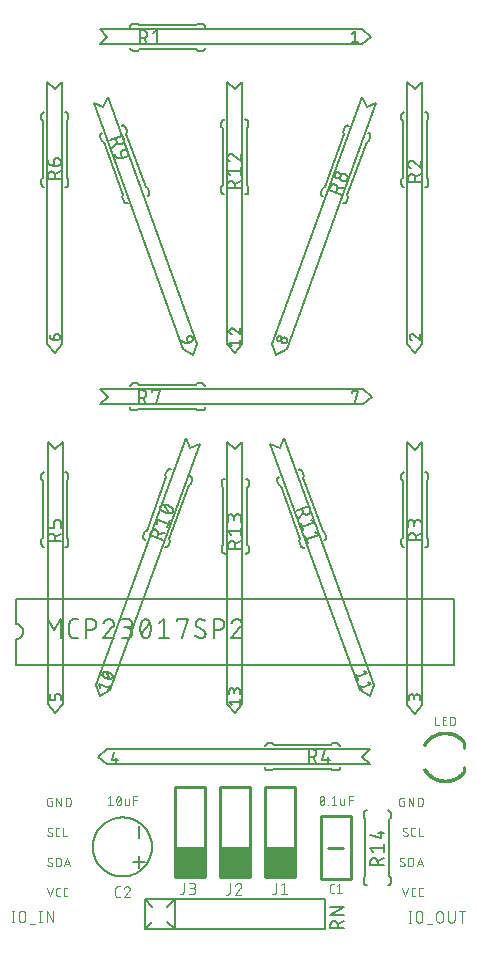
<source format=gto>
G75*
%MOIN*%
%OFA0B0*%
%FSLAX25Y25*%
%IPPOS*%
%LPD*%
%AMOC8*
5,1,8,0,0,1.08239X$1,22.5*
%
%ADD10C,0.01000*%
%ADD11C,0.00300*%
%ADD12R,0.10000X0.10000*%
%ADD13C,0.00600*%
%ADD14C,0.00500*%
%ADD15C,0.00700*%
%ADD16C,0.00800*%
%ADD17C,0.00100*%
D10*
X0078894Y0053933D02*
X0078894Y0083933D01*
X0088894Y0083933D01*
X0088894Y0053933D01*
X0078894Y0053933D01*
X0093894Y0053933D02*
X0103894Y0053933D01*
X0103894Y0083933D01*
X0093894Y0083933D01*
X0093894Y0053933D01*
X0108894Y0053933D02*
X0118894Y0053933D01*
X0118894Y0083933D01*
X0108894Y0083933D01*
X0108894Y0053933D01*
X0127494Y0053233D02*
X0127494Y0074233D01*
X0137494Y0074233D01*
X0137494Y0053233D01*
X0127494Y0053233D01*
X0129994Y0063733D02*
X0134994Y0063733D01*
X0175094Y0088833D02*
X0175094Y0090633D01*
X0175094Y0097033D02*
X0175094Y0099033D01*
D11*
X0025391Y0038783D02*
X0024524Y0038783D01*
X0024958Y0038783D02*
X0024958Y0042683D01*
X0025391Y0042683D02*
X0024524Y0042683D01*
X0026898Y0041600D02*
X0026898Y0039866D01*
X0026899Y0039866D02*
X0026901Y0039802D01*
X0026907Y0039738D01*
X0026916Y0039674D01*
X0026929Y0039612D01*
X0026946Y0039550D01*
X0026967Y0039489D01*
X0026991Y0039429D01*
X0027019Y0039371D01*
X0027049Y0039315D01*
X0027084Y0039261D01*
X0027121Y0039209D01*
X0027162Y0039159D01*
X0027205Y0039112D01*
X0027251Y0039067D01*
X0027300Y0039025D01*
X0027351Y0038986D01*
X0027404Y0038950D01*
X0027459Y0038918D01*
X0027516Y0038888D01*
X0027575Y0038862D01*
X0027635Y0038840D01*
X0027697Y0038821D01*
X0027759Y0038806D01*
X0027822Y0038795D01*
X0027886Y0038787D01*
X0027950Y0038783D01*
X0028014Y0038783D01*
X0028078Y0038787D01*
X0028142Y0038795D01*
X0028205Y0038806D01*
X0028267Y0038821D01*
X0028329Y0038840D01*
X0028389Y0038862D01*
X0028448Y0038888D01*
X0028505Y0038918D01*
X0028560Y0038950D01*
X0028613Y0038986D01*
X0028664Y0039025D01*
X0028713Y0039067D01*
X0028759Y0039112D01*
X0028802Y0039159D01*
X0028843Y0039209D01*
X0028880Y0039261D01*
X0028915Y0039315D01*
X0028945Y0039371D01*
X0028973Y0039429D01*
X0028997Y0039489D01*
X0029018Y0039550D01*
X0029035Y0039612D01*
X0029048Y0039674D01*
X0029057Y0039738D01*
X0029063Y0039802D01*
X0029065Y0039866D01*
X0029065Y0041600D01*
X0029063Y0041664D01*
X0029057Y0041728D01*
X0029048Y0041792D01*
X0029035Y0041854D01*
X0029018Y0041916D01*
X0028997Y0041977D01*
X0028973Y0042037D01*
X0028945Y0042095D01*
X0028915Y0042151D01*
X0028880Y0042205D01*
X0028843Y0042257D01*
X0028802Y0042307D01*
X0028759Y0042354D01*
X0028713Y0042399D01*
X0028664Y0042441D01*
X0028613Y0042480D01*
X0028560Y0042516D01*
X0028505Y0042548D01*
X0028448Y0042578D01*
X0028389Y0042604D01*
X0028329Y0042626D01*
X0028267Y0042645D01*
X0028205Y0042660D01*
X0028142Y0042671D01*
X0028078Y0042679D01*
X0028014Y0042683D01*
X0027950Y0042683D01*
X0027886Y0042679D01*
X0027822Y0042671D01*
X0027759Y0042660D01*
X0027697Y0042645D01*
X0027635Y0042626D01*
X0027575Y0042604D01*
X0027516Y0042578D01*
X0027459Y0042548D01*
X0027404Y0042516D01*
X0027351Y0042480D01*
X0027300Y0042441D01*
X0027251Y0042399D01*
X0027205Y0042354D01*
X0027162Y0042307D01*
X0027121Y0042257D01*
X0027084Y0042205D01*
X0027049Y0042151D01*
X0027019Y0042095D01*
X0026991Y0042037D01*
X0026967Y0041977D01*
X0026946Y0041916D01*
X0026929Y0041854D01*
X0026916Y0041792D01*
X0026907Y0041728D01*
X0026901Y0041664D01*
X0026899Y0041600D01*
X0030517Y0038350D02*
X0032250Y0038350D01*
X0033596Y0038783D02*
X0034463Y0038783D01*
X0034030Y0038783D02*
X0034030Y0042683D01*
X0034463Y0042683D02*
X0033596Y0042683D01*
X0036096Y0042683D02*
X0036096Y0038783D01*
X0038263Y0038783D02*
X0036096Y0042683D01*
X0038263Y0042683D02*
X0038263Y0038783D01*
X0037310Y0047483D02*
X0038277Y0050383D01*
X0039376Y0049739D02*
X0039376Y0048128D01*
X0039378Y0048080D01*
X0039383Y0048032D01*
X0039392Y0047985D01*
X0039405Y0047938D01*
X0039421Y0047893D01*
X0039440Y0047849D01*
X0039462Y0047806D01*
X0039488Y0047765D01*
X0039517Y0047726D01*
X0039548Y0047690D01*
X0039582Y0047656D01*
X0039618Y0047625D01*
X0039657Y0047596D01*
X0039698Y0047570D01*
X0039741Y0047548D01*
X0039785Y0047529D01*
X0039830Y0047513D01*
X0039877Y0047500D01*
X0039924Y0047491D01*
X0039972Y0047486D01*
X0040020Y0047484D01*
X0040020Y0047483D02*
X0040665Y0047483D01*
X0041776Y0048128D02*
X0041776Y0049739D01*
X0041778Y0049790D01*
X0041784Y0049840D01*
X0041794Y0049889D01*
X0041808Y0049938D01*
X0041825Y0049985D01*
X0041846Y0050031D01*
X0041871Y0050075D01*
X0041899Y0050118D01*
X0041930Y0050157D01*
X0041965Y0050194D01*
X0042002Y0050229D01*
X0042041Y0050260D01*
X0042084Y0050288D01*
X0042128Y0050313D01*
X0042174Y0050334D01*
X0042221Y0050351D01*
X0042270Y0050365D01*
X0042319Y0050375D01*
X0042369Y0050381D01*
X0042420Y0050383D01*
X0043065Y0050383D01*
X0041776Y0048128D02*
X0041778Y0048080D01*
X0041783Y0048032D01*
X0041792Y0047985D01*
X0041805Y0047938D01*
X0041821Y0047893D01*
X0041840Y0047849D01*
X0041862Y0047806D01*
X0041888Y0047765D01*
X0041917Y0047726D01*
X0041948Y0047690D01*
X0041982Y0047656D01*
X0042018Y0047625D01*
X0042057Y0047596D01*
X0042098Y0047570D01*
X0042141Y0047548D01*
X0042185Y0047529D01*
X0042230Y0047513D01*
X0042277Y0047500D01*
X0042324Y0047491D01*
X0042372Y0047486D01*
X0042420Y0047484D01*
X0042420Y0047483D02*
X0043065Y0047483D01*
X0040665Y0050383D02*
X0040020Y0050383D01*
X0039969Y0050381D01*
X0039919Y0050375D01*
X0039870Y0050365D01*
X0039821Y0050351D01*
X0039774Y0050334D01*
X0039728Y0050313D01*
X0039684Y0050288D01*
X0039641Y0050260D01*
X0039602Y0050229D01*
X0039565Y0050194D01*
X0039530Y0050157D01*
X0039499Y0050118D01*
X0039471Y0050075D01*
X0039446Y0050031D01*
X0039425Y0049985D01*
X0039408Y0049938D01*
X0039394Y0049889D01*
X0039384Y0049840D01*
X0039378Y0049790D01*
X0039376Y0049739D01*
X0037310Y0047483D02*
X0036344Y0050383D01*
X0039224Y0057483D02*
X0040029Y0057483D01*
X0039224Y0057483D02*
X0039224Y0060383D01*
X0040029Y0060383D01*
X0040029Y0060384D02*
X0040084Y0060382D01*
X0040139Y0060376D01*
X0040193Y0060367D01*
X0040246Y0060354D01*
X0040299Y0060337D01*
X0040350Y0060317D01*
X0040400Y0060294D01*
X0040448Y0060267D01*
X0040494Y0060236D01*
X0040538Y0060203D01*
X0040579Y0060167D01*
X0040618Y0060128D01*
X0040654Y0060087D01*
X0040687Y0060043D01*
X0040718Y0059997D01*
X0040745Y0059949D01*
X0040768Y0059899D01*
X0040788Y0059848D01*
X0040805Y0059795D01*
X0040818Y0059742D01*
X0040827Y0059688D01*
X0040833Y0059633D01*
X0040835Y0059578D01*
X0040835Y0058289D01*
X0040833Y0058234D01*
X0040827Y0058179D01*
X0040818Y0058125D01*
X0040805Y0058072D01*
X0040788Y0058019D01*
X0040768Y0057968D01*
X0040745Y0057918D01*
X0040718Y0057870D01*
X0040687Y0057824D01*
X0040654Y0057780D01*
X0040618Y0057739D01*
X0040579Y0057700D01*
X0040538Y0057664D01*
X0040494Y0057631D01*
X0040448Y0057600D01*
X0040400Y0057573D01*
X0040350Y0057550D01*
X0040299Y0057530D01*
X0040246Y0057513D01*
X0040193Y0057500D01*
X0040139Y0057491D01*
X0040084Y0057485D01*
X0040029Y0057483D01*
X0042039Y0057483D02*
X0043005Y0060383D01*
X0043972Y0057483D01*
X0043730Y0058208D02*
X0042280Y0058208D01*
X0037633Y0058691D02*
X0036746Y0059175D01*
X0037069Y0060383D02*
X0037134Y0060381D01*
X0037198Y0060376D01*
X0037263Y0060367D01*
X0037326Y0060355D01*
X0037389Y0060340D01*
X0037451Y0060321D01*
X0037512Y0060299D01*
X0037571Y0060274D01*
X0037630Y0060245D01*
X0037686Y0060213D01*
X0037741Y0060179D01*
X0037794Y0060141D01*
X0036746Y0059175D02*
X0036706Y0059201D01*
X0036667Y0059230D01*
X0036630Y0059262D01*
X0036596Y0059297D01*
X0036565Y0059334D01*
X0036536Y0059373D01*
X0036510Y0059414D01*
X0036488Y0059457D01*
X0036469Y0059502D01*
X0036453Y0059548D01*
X0036440Y0059594D01*
X0036431Y0059642D01*
X0036426Y0059690D01*
X0036424Y0059739D01*
X0036425Y0059739D02*
X0036427Y0059787D01*
X0036432Y0059835D01*
X0036441Y0059882D01*
X0036454Y0059929D01*
X0036470Y0059974D01*
X0036489Y0060018D01*
X0036511Y0060061D01*
X0036537Y0060102D01*
X0036566Y0060141D01*
X0036597Y0060177D01*
X0036631Y0060211D01*
X0036667Y0060243D01*
X0036706Y0060271D01*
X0036747Y0060297D01*
X0036790Y0060319D01*
X0036834Y0060338D01*
X0036879Y0060354D01*
X0036926Y0060367D01*
X0036973Y0060376D01*
X0037021Y0060381D01*
X0037069Y0060383D01*
X0036344Y0057886D02*
X0036395Y0057836D01*
X0036450Y0057789D01*
X0036506Y0057746D01*
X0036565Y0057705D01*
X0036626Y0057667D01*
X0036689Y0057633D01*
X0036754Y0057602D01*
X0036820Y0057574D01*
X0036887Y0057550D01*
X0036956Y0057530D01*
X0037026Y0057513D01*
X0037096Y0057500D01*
X0037167Y0057491D01*
X0037238Y0057485D01*
X0037310Y0057483D01*
X0037310Y0057484D02*
X0037358Y0057486D01*
X0037406Y0057491D01*
X0037453Y0057500D01*
X0037500Y0057513D01*
X0037545Y0057529D01*
X0037589Y0057548D01*
X0037632Y0057570D01*
X0037673Y0057596D01*
X0037712Y0057625D01*
X0037748Y0057656D01*
X0037782Y0057690D01*
X0037813Y0057726D01*
X0037842Y0057765D01*
X0037868Y0057806D01*
X0037890Y0057849D01*
X0037909Y0057893D01*
X0037925Y0057938D01*
X0037938Y0057985D01*
X0037947Y0058032D01*
X0037952Y0058080D01*
X0037954Y0058128D01*
X0037955Y0058128D02*
X0037953Y0058177D01*
X0037948Y0058225D01*
X0037939Y0058273D01*
X0037926Y0058319D01*
X0037910Y0058365D01*
X0037891Y0058410D01*
X0037869Y0058453D01*
X0037843Y0058494D01*
X0037814Y0058533D01*
X0037783Y0058570D01*
X0037749Y0058605D01*
X0037712Y0058637D01*
X0037673Y0058666D01*
X0037633Y0058692D01*
X0039763Y0067483D02*
X0040407Y0067483D01*
X0039763Y0067484D02*
X0039715Y0067486D01*
X0039667Y0067491D01*
X0039620Y0067500D01*
X0039573Y0067513D01*
X0039528Y0067529D01*
X0039484Y0067548D01*
X0039441Y0067570D01*
X0039400Y0067596D01*
X0039361Y0067625D01*
X0039325Y0067656D01*
X0039291Y0067690D01*
X0039260Y0067726D01*
X0039231Y0067765D01*
X0039205Y0067806D01*
X0039183Y0067849D01*
X0039164Y0067893D01*
X0039148Y0067938D01*
X0039135Y0067985D01*
X0039126Y0068032D01*
X0039121Y0068080D01*
X0039119Y0068128D01*
X0039119Y0069739D01*
X0039121Y0069790D01*
X0039127Y0069840D01*
X0039137Y0069889D01*
X0039151Y0069938D01*
X0039168Y0069985D01*
X0039189Y0070031D01*
X0039214Y0070075D01*
X0039242Y0070118D01*
X0039273Y0070157D01*
X0039308Y0070194D01*
X0039345Y0070229D01*
X0039384Y0070260D01*
X0039427Y0070288D01*
X0039471Y0070313D01*
X0039517Y0070334D01*
X0039564Y0070351D01*
X0039613Y0070365D01*
X0039662Y0070375D01*
X0039712Y0070381D01*
X0039763Y0070383D01*
X0040407Y0070383D01*
X0041630Y0070383D02*
X0041630Y0067483D01*
X0042919Y0067483D01*
X0037633Y0068691D02*
X0036746Y0069175D01*
X0037069Y0070383D02*
X0037134Y0070381D01*
X0037198Y0070376D01*
X0037263Y0070367D01*
X0037326Y0070355D01*
X0037389Y0070340D01*
X0037451Y0070321D01*
X0037512Y0070299D01*
X0037571Y0070274D01*
X0037630Y0070245D01*
X0037686Y0070213D01*
X0037741Y0070179D01*
X0037794Y0070141D01*
X0036746Y0069175D02*
X0036706Y0069201D01*
X0036667Y0069230D01*
X0036630Y0069262D01*
X0036596Y0069297D01*
X0036565Y0069334D01*
X0036536Y0069373D01*
X0036510Y0069414D01*
X0036488Y0069457D01*
X0036469Y0069502D01*
X0036453Y0069548D01*
X0036440Y0069594D01*
X0036431Y0069642D01*
X0036426Y0069690D01*
X0036424Y0069739D01*
X0036425Y0069739D02*
X0036427Y0069787D01*
X0036432Y0069835D01*
X0036441Y0069882D01*
X0036454Y0069929D01*
X0036470Y0069974D01*
X0036489Y0070018D01*
X0036511Y0070061D01*
X0036537Y0070102D01*
X0036566Y0070141D01*
X0036597Y0070177D01*
X0036631Y0070211D01*
X0036667Y0070243D01*
X0036706Y0070271D01*
X0036747Y0070297D01*
X0036790Y0070319D01*
X0036834Y0070338D01*
X0036879Y0070354D01*
X0036926Y0070367D01*
X0036973Y0070376D01*
X0037021Y0070381D01*
X0037069Y0070383D01*
X0036344Y0067886D02*
X0036395Y0067836D01*
X0036450Y0067789D01*
X0036506Y0067746D01*
X0036565Y0067705D01*
X0036626Y0067667D01*
X0036689Y0067633D01*
X0036754Y0067602D01*
X0036820Y0067574D01*
X0036887Y0067550D01*
X0036956Y0067530D01*
X0037026Y0067513D01*
X0037096Y0067500D01*
X0037167Y0067491D01*
X0037238Y0067485D01*
X0037310Y0067483D01*
X0037310Y0067484D02*
X0037358Y0067486D01*
X0037406Y0067491D01*
X0037453Y0067500D01*
X0037500Y0067513D01*
X0037545Y0067529D01*
X0037589Y0067548D01*
X0037632Y0067570D01*
X0037673Y0067596D01*
X0037712Y0067625D01*
X0037748Y0067656D01*
X0037782Y0067690D01*
X0037813Y0067726D01*
X0037842Y0067765D01*
X0037868Y0067806D01*
X0037890Y0067849D01*
X0037909Y0067893D01*
X0037925Y0067938D01*
X0037938Y0067985D01*
X0037947Y0068032D01*
X0037952Y0068080D01*
X0037954Y0068128D01*
X0037955Y0068128D02*
X0037953Y0068177D01*
X0037948Y0068225D01*
X0037939Y0068273D01*
X0037926Y0068319D01*
X0037910Y0068365D01*
X0037891Y0068410D01*
X0037869Y0068453D01*
X0037843Y0068494D01*
X0037814Y0068533D01*
X0037783Y0068570D01*
X0037749Y0068605D01*
X0037712Y0068637D01*
X0037673Y0068666D01*
X0037633Y0068692D01*
X0037955Y0077483D02*
X0036988Y0077483D01*
X0036988Y0077484D02*
X0036940Y0077486D01*
X0036892Y0077491D01*
X0036845Y0077500D01*
X0036798Y0077513D01*
X0036753Y0077529D01*
X0036709Y0077548D01*
X0036666Y0077570D01*
X0036625Y0077596D01*
X0036586Y0077625D01*
X0036550Y0077656D01*
X0036516Y0077690D01*
X0036485Y0077726D01*
X0036456Y0077765D01*
X0036430Y0077806D01*
X0036408Y0077849D01*
X0036389Y0077893D01*
X0036373Y0077938D01*
X0036360Y0077985D01*
X0036351Y0078032D01*
X0036346Y0078080D01*
X0036344Y0078128D01*
X0036344Y0079739D01*
X0036346Y0079790D01*
X0036352Y0079840D01*
X0036362Y0079889D01*
X0036376Y0079938D01*
X0036393Y0079985D01*
X0036414Y0080031D01*
X0036439Y0080075D01*
X0036467Y0080118D01*
X0036498Y0080157D01*
X0036533Y0080194D01*
X0036570Y0080229D01*
X0036609Y0080260D01*
X0036652Y0080288D01*
X0036696Y0080313D01*
X0036742Y0080334D01*
X0036789Y0080351D01*
X0036838Y0080365D01*
X0036887Y0080375D01*
X0036937Y0080381D01*
X0036988Y0080383D01*
X0037955Y0080383D01*
X0037955Y0079094D02*
X0037955Y0077483D01*
X0039416Y0077483D02*
X0039416Y0080383D01*
X0041027Y0077483D01*
X0041027Y0080383D01*
X0042488Y0080383D02*
X0043293Y0080383D01*
X0042488Y0080383D02*
X0042488Y0077483D01*
X0043293Y0077483D01*
X0043348Y0077485D01*
X0043403Y0077491D01*
X0043457Y0077500D01*
X0043510Y0077513D01*
X0043563Y0077530D01*
X0043614Y0077550D01*
X0043664Y0077573D01*
X0043712Y0077600D01*
X0043758Y0077631D01*
X0043802Y0077664D01*
X0043843Y0077700D01*
X0043882Y0077739D01*
X0043918Y0077780D01*
X0043951Y0077824D01*
X0043982Y0077870D01*
X0044009Y0077918D01*
X0044032Y0077968D01*
X0044052Y0078019D01*
X0044069Y0078072D01*
X0044082Y0078125D01*
X0044091Y0078179D01*
X0044097Y0078234D01*
X0044099Y0078289D01*
X0044099Y0079578D01*
X0044097Y0079633D01*
X0044091Y0079688D01*
X0044082Y0079742D01*
X0044069Y0079795D01*
X0044052Y0079848D01*
X0044032Y0079899D01*
X0044009Y0079949D01*
X0043982Y0079997D01*
X0043951Y0080043D01*
X0043918Y0080087D01*
X0043882Y0080128D01*
X0043843Y0080167D01*
X0043802Y0080203D01*
X0043758Y0080236D01*
X0043712Y0080267D01*
X0043664Y0080294D01*
X0043614Y0080317D01*
X0043563Y0080337D01*
X0043510Y0080354D01*
X0043457Y0080367D01*
X0043403Y0080376D01*
X0043348Y0080382D01*
X0043293Y0080384D01*
X0037955Y0079094D02*
X0037471Y0079094D01*
X0056474Y0080139D02*
X0057280Y0080783D01*
X0057280Y0077883D01*
X0058085Y0077883D02*
X0056474Y0077883D01*
X0060723Y0078286D02*
X0060761Y0078368D01*
X0060796Y0078451D01*
X0060828Y0078536D01*
X0060857Y0078621D01*
X0060882Y0078708D01*
X0060904Y0078796D01*
X0060922Y0078884D01*
X0060938Y0078973D01*
X0060950Y0079063D01*
X0060958Y0079152D01*
X0060963Y0079243D01*
X0060965Y0079333D01*
X0059354Y0079333D02*
X0059356Y0079423D01*
X0059361Y0079514D01*
X0059369Y0079603D01*
X0059381Y0079693D01*
X0059397Y0079782D01*
X0059415Y0079870D01*
X0059437Y0079958D01*
X0059462Y0080045D01*
X0059491Y0080130D01*
X0059523Y0080215D01*
X0059558Y0080298D01*
X0059596Y0080380D01*
X0060160Y0080783D02*
X0060206Y0080781D01*
X0060252Y0080776D01*
X0060297Y0080767D01*
X0060342Y0080755D01*
X0060385Y0080739D01*
X0060427Y0080720D01*
X0060468Y0080697D01*
X0060506Y0080672D01*
X0060543Y0080644D01*
X0060577Y0080613D01*
X0060609Y0080579D01*
X0060638Y0080543D01*
X0060664Y0080505D01*
X0060687Y0080465D01*
X0060707Y0080423D01*
X0060724Y0080380D01*
X0060804Y0080139D02*
X0059515Y0078528D01*
X0059596Y0078286D02*
X0059613Y0078243D01*
X0059633Y0078201D01*
X0059656Y0078161D01*
X0059682Y0078123D01*
X0059711Y0078087D01*
X0059743Y0078053D01*
X0059777Y0078022D01*
X0059814Y0077994D01*
X0059852Y0077969D01*
X0059893Y0077946D01*
X0059935Y0077927D01*
X0059978Y0077911D01*
X0060023Y0077899D01*
X0060068Y0077890D01*
X0060114Y0077885D01*
X0060160Y0077883D01*
X0060206Y0077885D01*
X0060252Y0077890D01*
X0060297Y0077899D01*
X0060342Y0077911D01*
X0060385Y0077927D01*
X0060427Y0077946D01*
X0060468Y0077969D01*
X0060506Y0077994D01*
X0060543Y0078022D01*
X0060577Y0078053D01*
X0060609Y0078087D01*
X0060638Y0078123D01*
X0060664Y0078161D01*
X0060687Y0078201D01*
X0060707Y0078243D01*
X0060724Y0078286D01*
X0059596Y0078286D02*
X0059558Y0078368D01*
X0059523Y0078451D01*
X0059491Y0078536D01*
X0059462Y0078621D01*
X0059437Y0078708D01*
X0059415Y0078796D01*
X0059397Y0078884D01*
X0059381Y0078973D01*
X0059369Y0079063D01*
X0059361Y0079152D01*
X0059356Y0079243D01*
X0059354Y0079333D01*
X0060966Y0079333D02*
X0060964Y0079423D01*
X0060959Y0079514D01*
X0060951Y0079603D01*
X0060939Y0079693D01*
X0060923Y0079782D01*
X0060905Y0079870D01*
X0060883Y0079958D01*
X0060858Y0080045D01*
X0060829Y0080130D01*
X0060797Y0080215D01*
X0060762Y0080298D01*
X0060724Y0080380D01*
X0060160Y0080783D02*
X0060114Y0080781D01*
X0060068Y0080776D01*
X0060023Y0080767D01*
X0059978Y0080755D01*
X0059935Y0080739D01*
X0059893Y0080720D01*
X0059852Y0080697D01*
X0059814Y0080672D01*
X0059777Y0080644D01*
X0059743Y0080613D01*
X0059711Y0080579D01*
X0059682Y0080543D01*
X0059656Y0080505D01*
X0059633Y0080465D01*
X0059613Y0080423D01*
X0059596Y0080380D01*
X0062299Y0079816D02*
X0062299Y0078366D01*
X0062300Y0078366D02*
X0062302Y0078324D01*
X0062307Y0078282D01*
X0062316Y0078241D01*
X0062329Y0078201D01*
X0062345Y0078162D01*
X0062365Y0078125D01*
X0062387Y0078089D01*
X0062413Y0078056D01*
X0062441Y0078024D01*
X0062473Y0077996D01*
X0062506Y0077970D01*
X0062542Y0077948D01*
X0062579Y0077928D01*
X0062618Y0077912D01*
X0062658Y0077899D01*
X0062699Y0077890D01*
X0062741Y0077885D01*
X0062783Y0077883D01*
X0063588Y0077883D01*
X0063588Y0079816D01*
X0065024Y0079494D02*
X0066313Y0079494D01*
X0066313Y0080783D02*
X0065024Y0080783D01*
X0065024Y0077883D01*
X0081752Y0051983D02*
X0081752Y0048950D01*
X0081753Y0048950D02*
X0081751Y0048893D01*
X0081746Y0048837D01*
X0081736Y0048781D01*
X0081723Y0048726D01*
X0081707Y0048671D01*
X0081687Y0048618D01*
X0081664Y0048567D01*
X0081637Y0048517D01*
X0081607Y0048468D01*
X0081574Y0048422D01*
X0081538Y0048378D01*
X0081499Y0048337D01*
X0081458Y0048298D01*
X0081414Y0048262D01*
X0081368Y0048229D01*
X0081320Y0048199D01*
X0081269Y0048172D01*
X0081218Y0048149D01*
X0081165Y0048129D01*
X0081110Y0048113D01*
X0081055Y0048100D01*
X0080999Y0048090D01*
X0080943Y0048085D01*
X0080886Y0048083D01*
X0080452Y0048083D01*
X0083477Y0048083D02*
X0084560Y0048083D01*
X0084624Y0048085D01*
X0084688Y0048091D01*
X0084752Y0048100D01*
X0084814Y0048113D01*
X0084876Y0048130D01*
X0084937Y0048151D01*
X0084997Y0048175D01*
X0085055Y0048203D01*
X0085111Y0048233D01*
X0085165Y0048268D01*
X0085217Y0048305D01*
X0085267Y0048346D01*
X0085314Y0048389D01*
X0085359Y0048435D01*
X0085401Y0048484D01*
X0085440Y0048535D01*
X0085476Y0048588D01*
X0085508Y0048643D01*
X0085538Y0048700D01*
X0085564Y0048759D01*
X0085586Y0048819D01*
X0085605Y0048881D01*
X0085620Y0048943D01*
X0085631Y0049006D01*
X0085639Y0049070D01*
X0085643Y0049134D01*
X0085643Y0049198D01*
X0085639Y0049262D01*
X0085631Y0049326D01*
X0085620Y0049389D01*
X0085605Y0049451D01*
X0085586Y0049513D01*
X0085564Y0049573D01*
X0085538Y0049632D01*
X0085508Y0049689D01*
X0085476Y0049744D01*
X0085440Y0049797D01*
X0085401Y0049848D01*
X0085359Y0049897D01*
X0085314Y0049943D01*
X0085267Y0049986D01*
X0085217Y0050027D01*
X0085165Y0050064D01*
X0085111Y0050099D01*
X0085055Y0050129D01*
X0084997Y0050157D01*
X0084937Y0050181D01*
X0084876Y0050202D01*
X0084814Y0050219D01*
X0084752Y0050232D01*
X0084688Y0050241D01*
X0084624Y0050247D01*
X0084560Y0050249D01*
X0084777Y0050250D02*
X0083910Y0050250D01*
X0084777Y0050249D02*
X0084835Y0050251D01*
X0084893Y0050257D01*
X0084950Y0050266D01*
X0085006Y0050280D01*
X0085061Y0050297D01*
X0085115Y0050318D01*
X0085168Y0050342D01*
X0085219Y0050370D01*
X0085268Y0050401D01*
X0085314Y0050436D01*
X0085359Y0050473D01*
X0085400Y0050513D01*
X0085439Y0050556D01*
X0085475Y0050602D01*
X0085508Y0050649D01*
X0085537Y0050699D01*
X0085563Y0050751D01*
X0085586Y0050804D01*
X0085605Y0050859D01*
X0085620Y0050915D01*
X0085632Y0050972D01*
X0085640Y0051029D01*
X0085644Y0051087D01*
X0085644Y0051145D01*
X0085640Y0051203D01*
X0085632Y0051260D01*
X0085620Y0051317D01*
X0085605Y0051373D01*
X0085586Y0051428D01*
X0085563Y0051481D01*
X0085537Y0051533D01*
X0085508Y0051583D01*
X0085475Y0051630D01*
X0085439Y0051676D01*
X0085400Y0051719D01*
X0085359Y0051759D01*
X0085314Y0051796D01*
X0085268Y0051831D01*
X0085219Y0051862D01*
X0085168Y0051890D01*
X0085115Y0051914D01*
X0085061Y0051935D01*
X0085006Y0051952D01*
X0084950Y0051966D01*
X0084893Y0051975D01*
X0084835Y0051981D01*
X0084777Y0051983D01*
X0083477Y0051983D01*
X0095852Y0047983D02*
X0096286Y0047983D01*
X0096343Y0047985D01*
X0096399Y0047990D01*
X0096455Y0048000D01*
X0096510Y0048013D01*
X0096565Y0048029D01*
X0096618Y0048049D01*
X0096669Y0048072D01*
X0096720Y0048099D01*
X0096768Y0048129D01*
X0096814Y0048162D01*
X0096858Y0048198D01*
X0096899Y0048237D01*
X0096938Y0048278D01*
X0096974Y0048322D01*
X0097007Y0048368D01*
X0097037Y0048417D01*
X0097064Y0048467D01*
X0097087Y0048518D01*
X0097107Y0048571D01*
X0097123Y0048626D01*
X0097136Y0048681D01*
X0097146Y0048737D01*
X0097151Y0048793D01*
X0097153Y0048850D01*
X0097152Y0048850D02*
X0097152Y0051883D01*
X0100718Y0050150D02*
X0100761Y0050193D01*
X0100801Y0050238D01*
X0100838Y0050286D01*
X0100873Y0050336D01*
X0100904Y0050387D01*
X0100933Y0050441D01*
X0100958Y0050496D01*
X0100981Y0050552D01*
X0101000Y0050609D01*
X0101015Y0050668D01*
X0101027Y0050727D01*
X0101036Y0050787D01*
X0101041Y0050847D01*
X0101043Y0050908D01*
X0100719Y0050150D02*
X0098877Y0047983D01*
X0101044Y0047983D01*
X0098877Y0051016D02*
X0098900Y0051081D01*
X0098926Y0051144D01*
X0098956Y0051206D01*
X0098989Y0051265D01*
X0099025Y0051324D01*
X0099065Y0051380D01*
X0099107Y0051433D01*
X0099153Y0051485D01*
X0099201Y0051533D01*
X0099251Y0051580D01*
X0099305Y0051623D01*
X0099360Y0051663D01*
X0099418Y0051700D01*
X0099477Y0051734D01*
X0099538Y0051765D01*
X0099601Y0051792D01*
X0099665Y0051816D01*
X0099731Y0051836D01*
X0099797Y0051853D01*
X0099864Y0051866D01*
X0099932Y0051876D01*
X0100001Y0051881D01*
X0100069Y0051883D01*
X0100130Y0051881D01*
X0100191Y0051875D01*
X0100252Y0051866D01*
X0100311Y0051852D01*
X0100370Y0051835D01*
X0100428Y0051815D01*
X0100484Y0051790D01*
X0100539Y0051762D01*
X0100591Y0051731D01*
X0100642Y0051697D01*
X0100690Y0051659D01*
X0100736Y0051619D01*
X0100780Y0051575D01*
X0100820Y0051529D01*
X0100858Y0051481D01*
X0100892Y0051430D01*
X0100923Y0051378D01*
X0100951Y0051323D01*
X0100976Y0051267D01*
X0100996Y0051209D01*
X0101013Y0051150D01*
X0101027Y0051091D01*
X0101036Y0051030D01*
X0101042Y0050969D01*
X0101044Y0050908D01*
X0111152Y0048083D02*
X0111586Y0048083D01*
X0111643Y0048085D01*
X0111699Y0048090D01*
X0111755Y0048100D01*
X0111810Y0048113D01*
X0111865Y0048129D01*
X0111918Y0048149D01*
X0111969Y0048172D01*
X0112020Y0048199D01*
X0112068Y0048229D01*
X0112114Y0048262D01*
X0112158Y0048298D01*
X0112199Y0048337D01*
X0112238Y0048378D01*
X0112274Y0048422D01*
X0112307Y0048468D01*
X0112337Y0048517D01*
X0112364Y0048567D01*
X0112387Y0048618D01*
X0112407Y0048671D01*
X0112423Y0048726D01*
X0112436Y0048781D01*
X0112446Y0048837D01*
X0112451Y0048893D01*
X0112453Y0048950D01*
X0112452Y0048950D02*
X0112452Y0051983D01*
X0114177Y0051116D02*
X0115260Y0051983D01*
X0115260Y0048083D01*
X0114177Y0048083D02*
X0116344Y0048083D01*
X0130524Y0049228D02*
X0130524Y0050839D01*
X0130526Y0050890D01*
X0130532Y0050940D01*
X0130542Y0050989D01*
X0130556Y0051038D01*
X0130573Y0051085D01*
X0130594Y0051131D01*
X0130619Y0051175D01*
X0130647Y0051218D01*
X0130678Y0051257D01*
X0130713Y0051294D01*
X0130750Y0051329D01*
X0130789Y0051360D01*
X0130832Y0051388D01*
X0130876Y0051413D01*
X0130922Y0051434D01*
X0130969Y0051451D01*
X0131018Y0051465D01*
X0131067Y0051475D01*
X0131117Y0051481D01*
X0131168Y0051483D01*
X0131812Y0051483D01*
X0132933Y0050839D02*
X0133738Y0051483D01*
X0133738Y0048583D01*
X0132933Y0048583D02*
X0134544Y0048583D01*
X0131812Y0048583D02*
X0131168Y0048583D01*
X0131168Y0048584D02*
X0131120Y0048586D01*
X0131072Y0048591D01*
X0131025Y0048600D01*
X0130978Y0048613D01*
X0130933Y0048629D01*
X0130889Y0048648D01*
X0130846Y0048670D01*
X0130805Y0048696D01*
X0130766Y0048725D01*
X0130730Y0048756D01*
X0130696Y0048790D01*
X0130665Y0048826D01*
X0130636Y0048865D01*
X0130610Y0048906D01*
X0130588Y0048949D01*
X0130569Y0048993D01*
X0130553Y0049038D01*
X0130540Y0049085D01*
X0130531Y0049132D01*
X0130526Y0049180D01*
X0130524Y0049228D01*
X0130000Y0077883D02*
X0129839Y0077883D01*
X0129839Y0078044D01*
X0130000Y0078044D01*
X0130000Y0077883D01*
X0131130Y0077883D02*
X0132741Y0077883D01*
X0131936Y0077883D02*
X0131936Y0080783D01*
X0131130Y0080139D01*
X0127098Y0079333D02*
X0127100Y0079243D01*
X0127105Y0079152D01*
X0127113Y0079063D01*
X0127125Y0078973D01*
X0127141Y0078884D01*
X0127159Y0078796D01*
X0127181Y0078708D01*
X0127206Y0078621D01*
X0127235Y0078536D01*
X0127267Y0078451D01*
X0127302Y0078368D01*
X0127340Y0078286D01*
X0127259Y0078528D02*
X0128548Y0080139D01*
X0128468Y0080380D02*
X0128451Y0080423D01*
X0128431Y0080465D01*
X0128408Y0080505D01*
X0128382Y0080543D01*
X0128353Y0080579D01*
X0128321Y0080613D01*
X0128287Y0080644D01*
X0128250Y0080672D01*
X0128212Y0080697D01*
X0128171Y0080720D01*
X0128129Y0080739D01*
X0128086Y0080755D01*
X0128041Y0080767D01*
X0127996Y0080776D01*
X0127950Y0080781D01*
X0127904Y0080783D01*
X0127858Y0080781D01*
X0127812Y0080776D01*
X0127767Y0080767D01*
X0127722Y0080755D01*
X0127679Y0080739D01*
X0127637Y0080720D01*
X0127596Y0080697D01*
X0127558Y0080672D01*
X0127521Y0080644D01*
X0127487Y0080613D01*
X0127455Y0080579D01*
X0127426Y0080543D01*
X0127400Y0080505D01*
X0127377Y0080465D01*
X0127357Y0080423D01*
X0127340Y0080380D01*
X0128468Y0080380D02*
X0128506Y0080298D01*
X0128541Y0080215D01*
X0128573Y0080130D01*
X0128602Y0080045D01*
X0128627Y0079958D01*
X0128649Y0079870D01*
X0128667Y0079782D01*
X0128683Y0079693D01*
X0128695Y0079603D01*
X0128703Y0079514D01*
X0128708Y0079423D01*
X0128710Y0079333D01*
X0127098Y0079333D02*
X0127100Y0079423D01*
X0127105Y0079514D01*
X0127113Y0079603D01*
X0127125Y0079693D01*
X0127141Y0079782D01*
X0127159Y0079870D01*
X0127181Y0079958D01*
X0127206Y0080045D01*
X0127235Y0080130D01*
X0127267Y0080215D01*
X0127302Y0080298D01*
X0127340Y0080380D01*
X0128709Y0079333D02*
X0128707Y0079243D01*
X0128702Y0079152D01*
X0128694Y0079063D01*
X0128682Y0078973D01*
X0128666Y0078884D01*
X0128648Y0078796D01*
X0128626Y0078708D01*
X0128601Y0078621D01*
X0128572Y0078536D01*
X0128540Y0078451D01*
X0128505Y0078368D01*
X0128467Y0078286D01*
X0128468Y0078286D02*
X0128451Y0078243D01*
X0128431Y0078201D01*
X0128408Y0078161D01*
X0128382Y0078123D01*
X0128353Y0078087D01*
X0128321Y0078053D01*
X0128287Y0078022D01*
X0128250Y0077994D01*
X0128212Y0077969D01*
X0128171Y0077946D01*
X0128129Y0077927D01*
X0128086Y0077911D01*
X0128041Y0077899D01*
X0127996Y0077890D01*
X0127950Y0077885D01*
X0127904Y0077883D01*
X0127858Y0077885D01*
X0127812Y0077890D01*
X0127767Y0077899D01*
X0127722Y0077911D01*
X0127679Y0077927D01*
X0127637Y0077946D01*
X0127596Y0077969D01*
X0127558Y0077994D01*
X0127521Y0078022D01*
X0127487Y0078053D01*
X0127455Y0078087D01*
X0127426Y0078123D01*
X0127400Y0078161D01*
X0127377Y0078201D01*
X0127357Y0078243D01*
X0127340Y0078286D01*
X0134075Y0078366D02*
X0134075Y0079816D01*
X0135364Y0079816D02*
X0135364Y0077883D01*
X0134559Y0077883D01*
X0134517Y0077885D01*
X0134475Y0077890D01*
X0134434Y0077899D01*
X0134394Y0077912D01*
X0134355Y0077928D01*
X0134318Y0077948D01*
X0134282Y0077970D01*
X0134249Y0077996D01*
X0134217Y0078024D01*
X0134189Y0078056D01*
X0134163Y0078089D01*
X0134141Y0078125D01*
X0134121Y0078162D01*
X0134105Y0078201D01*
X0134092Y0078241D01*
X0134083Y0078282D01*
X0134078Y0078324D01*
X0134076Y0078366D01*
X0136800Y0077883D02*
X0136800Y0080783D01*
X0138089Y0080783D01*
X0138089Y0079494D02*
X0136800Y0079494D01*
X0153689Y0079739D02*
X0153689Y0078128D01*
X0153691Y0078080D01*
X0153696Y0078032D01*
X0153705Y0077985D01*
X0153718Y0077938D01*
X0153734Y0077893D01*
X0153753Y0077849D01*
X0153775Y0077806D01*
X0153801Y0077765D01*
X0153830Y0077726D01*
X0153861Y0077690D01*
X0153895Y0077656D01*
X0153931Y0077625D01*
X0153970Y0077596D01*
X0154011Y0077570D01*
X0154054Y0077548D01*
X0154098Y0077529D01*
X0154143Y0077513D01*
X0154190Y0077500D01*
X0154237Y0077491D01*
X0154285Y0077486D01*
X0154333Y0077484D01*
X0154333Y0077483D02*
X0155300Y0077483D01*
X0155300Y0079094D01*
X0154816Y0079094D01*
X0153689Y0079739D02*
X0153691Y0079790D01*
X0153697Y0079840D01*
X0153707Y0079889D01*
X0153721Y0079938D01*
X0153738Y0079985D01*
X0153759Y0080031D01*
X0153784Y0080075D01*
X0153812Y0080118D01*
X0153843Y0080157D01*
X0153878Y0080194D01*
X0153915Y0080229D01*
X0153954Y0080260D01*
X0153997Y0080288D01*
X0154041Y0080313D01*
X0154087Y0080334D01*
X0154134Y0080351D01*
X0154183Y0080365D01*
X0154232Y0080375D01*
X0154282Y0080381D01*
X0154333Y0080383D01*
X0155300Y0080383D01*
X0156761Y0080383D02*
X0158372Y0077483D01*
X0158372Y0080383D01*
X0159833Y0080383D02*
X0159833Y0077483D01*
X0160638Y0077483D01*
X0160693Y0077485D01*
X0160748Y0077491D01*
X0160802Y0077500D01*
X0160855Y0077513D01*
X0160908Y0077530D01*
X0160959Y0077550D01*
X0161009Y0077573D01*
X0161057Y0077600D01*
X0161103Y0077631D01*
X0161147Y0077664D01*
X0161188Y0077700D01*
X0161227Y0077739D01*
X0161263Y0077780D01*
X0161296Y0077824D01*
X0161327Y0077870D01*
X0161354Y0077918D01*
X0161377Y0077968D01*
X0161397Y0078019D01*
X0161414Y0078072D01*
X0161427Y0078125D01*
X0161436Y0078179D01*
X0161442Y0078234D01*
X0161444Y0078289D01*
X0161444Y0079578D01*
X0161442Y0079633D01*
X0161436Y0079688D01*
X0161427Y0079742D01*
X0161414Y0079795D01*
X0161397Y0079848D01*
X0161377Y0079899D01*
X0161354Y0079949D01*
X0161327Y0079997D01*
X0161296Y0080043D01*
X0161263Y0080087D01*
X0161227Y0080128D01*
X0161188Y0080167D01*
X0161147Y0080203D01*
X0161103Y0080236D01*
X0161057Y0080267D01*
X0161009Y0080294D01*
X0160959Y0080317D01*
X0160908Y0080337D01*
X0160855Y0080354D01*
X0160802Y0080367D01*
X0160748Y0080376D01*
X0160693Y0080382D01*
X0160638Y0080384D01*
X0160638Y0080383D02*
X0159833Y0080383D01*
X0156761Y0080383D02*
X0156761Y0077483D01*
X0158288Y0070383D02*
X0158932Y0070383D01*
X0158288Y0070383D02*
X0158237Y0070381D01*
X0158187Y0070375D01*
X0158138Y0070365D01*
X0158089Y0070351D01*
X0158042Y0070334D01*
X0157996Y0070313D01*
X0157952Y0070288D01*
X0157909Y0070260D01*
X0157870Y0070229D01*
X0157833Y0070194D01*
X0157798Y0070157D01*
X0157767Y0070118D01*
X0157739Y0070075D01*
X0157714Y0070031D01*
X0157693Y0069985D01*
X0157676Y0069938D01*
X0157662Y0069889D01*
X0157652Y0069840D01*
X0157646Y0069790D01*
X0157644Y0069739D01*
X0157644Y0068128D01*
X0157646Y0068080D01*
X0157651Y0068032D01*
X0157660Y0067985D01*
X0157673Y0067938D01*
X0157689Y0067893D01*
X0157708Y0067849D01*
X0157730Y0067806D01*
X0157756Y0067765D01*
X0157785Y0067726D01*
X0157816Y0067690D01*
X0157850Y0067656D01*
X0157886Y0067625D01*
X0157925Y0067596D01*
X0157966Y0067570D01*
X0158009Y0067548D01*
X0158053Y0067529D01*
X0158098Y0067513D01*
X0158145Y0067500D01*
X0158192Y0067491D01*
X0158240Y0067486D01*
X0158288Y0067484D01*
X0158288Y0067483D02*
X0158932Y0067483D01*
X0160155Y0067483D02*
X0160155Y0070383D01*
X0160155Y0067483D02*
X0161444Y0067483D01*
X0156158Y0068691D02*
X0155271Y0069175D01*
X0155594Y0070383D02*
X0155659Y0070381D01*
X0155723Y0070376D01*
X0155788Y0070367D01*
X0155851Y0070355D01*
X0155914Y0070340D01*
X0155976Y0070321D01*
X0156037Y0070299D01*
X0156096Y0070274D01*
X0156155Y0070245D01*
X0156211Y0070213D01*
X0156266Y0070179D01*
X0156319Y0070141D01*
X0155271Y0069175D02*
X0155231Y0069201D01*
X0155192Y0069230D01*
X0155155Y0069262D01*
X0155121Y0069297D01*
X0155090Y0069334D01*
X0155061Y0069373D01*
X0155035Y0069414D01*
X0155013Y0069457D01*
X0154994Y0069502D01*
X0154978Y0069548D01*
X0154965Y0069594D01*
X0154956Y0069642D01*
X0154951Y0069690D01*
X0154949Y0069739D01*
X0154950Y0069739D02*
X0154952Y0069787D01*
X0154957Y0069835D01*
X0154966Y0069882D01*
X0154979Y0069929D01*
X0154995Y0069974D01*
X0155014Y0070018D01*
X0155036Y0070061D01*
X0155062Y0070102D01*
X0155091Y0070141D01*
X0155122Y0070177D01*
X0155156Y0070211D01*
X0155192Y0070243D01*
X0155231Y0070271D01*
X0155272Y0070297D01*
X0155315Y0070319D01*
X0155359Y0070338D01*
X0155404Y0070354D01*
X0155451Y0070367D01*
X0155498Y0070376D01*
X0155546Y0070381D01*
X0155594Y0070383D01*
X0154869Y0067886D02*
X0154920Y0067836D01*
X0154975Y0067789D01*
X0155031Y0067746D01*
X0155090Y0067705D01*
X0155151Y0067667D01*
X0155214Y0067633D01*
X0155279Y0067602D01*
X0155345Y0067574D01*
X0155412Y0067550D01*
X0155481Y0067530D01*
X0155551Y0067513D01*
X0155621Y0067500D01*
X0155692Y0067491D01*
X0155763Y0067485D01*
X0155835Y0067483D01*
X0155835Y0067484D02*
X0155883Y0067486D01*
X0155931Y0067491D01*
X0155978Y0067500D01*
X0156025Y0067513D01*
X0156070Y0067529D01*
X0156114Y0067548D01*
X0156157Y0067570D01*
X0156198Y0067596D01*
X0156237Y0067625D01*
X0156273Y0067656D01*
X0156307Y0067690D01*
X0156338Y0067726D01*
X0156367Y0067765D01*
X0156393Y0067806D01*
X0156415Y0067849D01*
X0156434Y0067893D01*
X0156450Y0067938D01*
X0156463Y0067985D01*
X0156472Y0068032D01*
X0156477Y0068080D01*
X0156479Y0068128D01*
X0156480Y0068128D02*
X0156478Y0068177D01*
X0156473Y0068225D01*
X0156464Y0068273D01*
X0156451Y0068319D01*
X0156435Y0068365D01*
X0156416Y0068410D01*
X0156394Y0068453D01*
X0156368Y0068494D01*
X0156339Y0068533D01*
X0156308Y0068570D01*
X0156274Y0068605D01*
X0156237Y0068637D01*
X0156198Y0068666D01*
X0156158Y0068692D01*
X0156695Y0060383D02*
X0157501Y0060383D01*
X0157501Y0060384D02*
X0157556Y0060382D01*
X0157611Y0060376D01*
X0157665Y0060367D01*
X0157718Y0060354D01*
X0157771Y0060337D01*
X0157822Y0060317D01*
X0157872Y0060294D01*
X0157920Y0060267D01*
X0157966Y0060236D01*
X0158010Y0060203D01*
X0158051Y0060167D01*
X0158090Y0060128D01*
X0158126Y0060087D01*
X0158159Y0060043D01*
X0158190Y0059997D01*
X0158217Y0059949D01*
X0158240Y0059899D01*
X0158260Y0059848D01*
X0158277Y0059795D01*
X0158290Y0059742D01*
X0158299Y0059688D01*
X0158305Y0059633D01*
X0158307Y0059578D01*
X0158307Y0058289D01*
X0158305Y0058234D01*
X0158299Y0058179D01*
X0158290Y0058125D01*
X0158277Y0058072D01*
X0158260Y0058019D01*
X0158240Y0057968D01*
X0158217Y0057918D01*
X0158190Y0057870D01*
X0158159Y0057824D01*
X0158126Y0057780D01*
X0158090Y0057739D01*
X0158051Y0057700D01*
X0158010Y0057664D01*
X0157966Y0057631D01*
X0157920Y0057600D01*
X0157872Y0057573D01*
X0157822Y0057550D01*
X0157771Y0057530D01*
X0157718Y0057513D01*
X0157665Y0057500D01*
X0157611Y0057491D01*
X0157556Y0057485D01*
X0157501Y0057483D01*
X0156695Y0057483D01*
X0156695Y0060383D01*
X0154218Y0059175D02*
X0154178Y0059201D01*
X0154139Y0059230D01*
X0154102Y0059262D01*
X0154068Y0059297D01*
X0154037Y0059334D01*
X0154008Y0059373D01*
X0153982Y0059414D01*
X0153960Y0059457D01*
X0153941Y0059502D01*
X0153925Y0059548D01*
X0153912Y0059594D01*
X0153903Y0059642D01*
X0153898Y0059690D01*
X0153896Y0059739D01*
X0153898Y0059787D01*
X0153903Y0059835D01*
X0153912Y0059882D01*
X0153925Y0059929D01*
X0153941Y0059974D01*
X0153960Y0060018D01*
X0153982Y0060061D01*
X0154008Y0060102D01*
X0154037Y0060141D01*
X0154068Y0060177D01*
X0154102Y0060211D01*
X0154138Y0060243D01*
X0154177Y0060271D01*
X0154218Y0060297D01*
X0154261Y0060319D01*
X0154305Y0060338D01*
X0154350Y0060354D01*
X0154397Y0060367D01*
X0154444Y0060376D01*
X0154492Y0060381D01*
X0154540Y0060383D01*
X0154605Y0060381D01*
X0154669Y0060376D01*
X0154734Y0060367D01*
X0154797Y0060355D01*
X0154860Y0060340D01*
X0154922Y0060321D01*
X0154983Y0060299D01*
X0155042Y0060274D01*
X0155101Y0060245D01*
X0155157Y0060213D01*
X0155212Y0060179D01*
X0155265Y0060141D01*
X0153816Y0057886D02*
X0153867Y0057836D01*
X0153922Y0057789D01*
X0153978Y0057746D01*
X0154037Y0057705D01*
X0154098Y0057667D01*
X0154161Y0057633D01*
X0154226Y0057602D01*
X0154292Y0057574D01*
X0154359Y0057550D01*
X0154428Y0057530D01*
X0154498Y0057513D01*
X0154568Y0057500D01*
X0154639Y0057491D01*
X0154710Y0057485D01*
X0154782Y0057483D01*
X0154782Y0057484D02*
X0154830Y0057486D01*
X0154878Y0057491D01*
X0154925Y0057500D01*
X0154972Y0057513D01*
X0155017Y0057529D01*
X0155061Y0057548D01*
X0155104Y0057570D01*
X0155145Y0057596D01*
X0155184Y0057625D01*
X0155220Y0057656D01*
X0155254Y0057690D01*
X0155285Y0057726D01*
X0155314Y0057765D01*
X0155340Y0057806D01*
X0155362Y0057849D01*
X0155381Y0057893D01*
X0155397Y0057938D01*
X0155410Y0057985D01*
X0155419Y0058032D01*
X0155424Y0058080D01*
X0155426Y0058128D01*
X0155104Y0058691D02*
X0154218Y0059175D01*
X0155105Y0058692D02*
X0155145Y0058666D01*
X0155184Y0058637D01*
X0155221Y0058605D01*
X0155255Y0058570D01*
X0155286Y0058533D01*
X0155315Y0058494D01*
X0155341Y0058453D01*
X0155363Y0058410D01*
X0155382Y0058365D01*
X0155398Y0058319D01*
X0155411Y0058273D01*
X0155420Y0058225D01*
X0155425Y0058177D01*
X0155427Y0058128D01*
X0159510Y0057483D02*
X0160477Y0060383D01*
X0161444Y0057483D01*
X0161202Y0058208D02*
X0159752Y0058208D01*
X0159044Y0050383D02*
X0158399Y0050383D01*
X0158348Y0050381D01*
X0158298Y0050375D01*
X0158249Y0050365D01*
X0158200Y0050351D01*
X0158153Y0050334D01*
X0158107Y0050313D01*
X0158063Y0050288D01*
X0158020Y0050260D01*
X0157981Y0050229D01*
X0157944Y0050194D01*
X0157909Y0050157D01*
X0157878Y0050118D01*
X0157850Y0050075D01*
X0157825Y0050031D01*
X0157804Y0049985D01*
X0157787Y0049938D01*
X0157773Y0049889D01*
X0157763Y0049840D01*
X0157757Y0049790D01*
X0157755Y0049739D01*
X0157755Y0048128D01*
X0157757Y0048080D01*
X0157762Y0048032D01*
X0157771Y0047985D01*
X0157784Y0047938D01*
X0157800Y0047893D01*
X0157819Y0047849D01*
X0157841Y0047806D01*
X0157867Y0047765D01*
X0157896Y0047726D01*
X0157927Y0047690D01*
X0157961Y0047656D01*
X0157997Y0047625D01*
X0158036Y0047596D01*
X0158077Y0047570D01*
X0158120Y0047548D01*
X0158164Y0047529D01*
X0158209Y0047513D01*
X0158256Y0047500D01*
X0158303Y0047491D01*
X0158351Y0047486D01*
X0158399Y0047484D01*
X0158399Y0047483D02*
X0159044Y0047483D01*
X0160155Y0048128D02*
X0160155Y0049739D01*
X0160157Y0049790D01*
X0160163Y0049840D01*
X0160173Y0049889D01*
X0160187Y0049938D01*
X0160204Y0049985D01*
X0160225Y0050031D01*
X0160250Y0050075D01*
X0160278Y0050118D01*
X0160309Y0050157D01*
X0160344Y0050194D01*
X0160381Y0050229D01*
X0160420Y0050260D01*
X0160463Y0050288D01*
X0160507Y0050313D01*
X0160553Y0050334D01*
X0160600Y0050351D01*
X0160649Y0050365D01*
X0160698Y0050375D01*
X0160748Y0050381D01*
X0160799Y0050383D01*
X0161444Y0050383D01*
X0160155Y0048128D02*
X0160157Y0048080D01*
X0160162Y0048032D01*
X0160171Y0047985D01*
X0160184Y0047938D01*
X0160200Y0047893D01*
X0160219Y0047849D01*
X0160241Y0047806D01*
X0160267Y0047765D01*
X0160296Y0047726D01*
X0160327Y0047690D01*
X0160361Y0047656D01*
X0160397Y0047625D01*
X0160436Y0047596D01*
X0160477Y0047570D01*
X0160520Y0047548D01*
X0160564Y0047529D01*
X0160609Y0047513D01*
X0160656Y0047500D01*
X0160703Y0047491D01*
X0160751Y0047486D01*
X0160799Y0047484D01*
X0160799Y0047483D02*
X0161444Y0047483D01*
X0161382Y0041500D02*
X0161382Y0039766D01*
X0161380Y0039702D01*
X0161374Y0039638D01*
X0161365Y0039574D01*
X0161352Y0039512D01*
X0161335Y0039450D01*
X0161314Y0039389D01*
X0161290Y0039329D01*
X0161262Y0039271D01*
X0161232Y0039215D01*
X0161197Y0039161D01*
X0161160Y0039109D01*
X0161119Y0039059D01*
X0161076Y0039012D01*
X0161030Y0038967D01*
X0160981Y0038925D01*
X0160930Y0038886D01*
X0160877Y0038850D01*
X0160822Y0038818D01*
X0160765Y0038788D01*
X0160706Y0038762D01*
X0160646Y0038740D01*
X0160584Y0038721D01*
X0160522Y0038706D01*
X0160459Y0038695D01*
X0160395Y0038687D01*
X0160331Y0038683D01*
X0160267Y0038683D01*
X0160203Y0038687D01*
X0160139Y0038695D01*
X0160076Y0038706D01*
X0160014Y0038721D01*
X0159952Y0038740D01*
X0159892Y0038762D01*
X0159833Y0038788D01*
X0159776Y0038818D01*
X0159721Y0038850D01*
X0159668Y0038886D01*
X0159617Y0038925D01*
X0159568Y0038967D01*
X0159522Y0039012D01*
X0159479Y0039059D01*
X0159438Y0039109D01*
X0159401Y0039161D01*
X0159366Y0039215D01*
X0159336Y0039271D01*
X0159308Y0039329D01*
X0159284Y0039389D01*
X0159263Y0039450D01*
X0159246Y0039512D01*
X0159233Y0039574D01*
X0159224Y0039638D01*
X0159218Y0039702D01*
X0159216Y0039766D01*
X0159215Y0039766D02*
X0159215Y0041500D01*
X0159216Y0041500D02*
X0159218Y0041564D01*
X0159224Y0041628D01*
X0159233Y0041692D01*
X0159246Y0041754D01*
X0159263Y0041816D01*
X0159284Y0041877D01*
X0159308Y0041937D01*
X0159336Y0041995D01*
X0159366Y0042051D01*
X0159401Y0042105D01*
X0159438Y0042157D01*
X0159479Y0042207D01*
X0159522Y0042254D01*
X0159568Y0042299D01*
X0159617Y0042341D01*
X0159668Y0042380D01*
X0159721Y0042416D01*
X0159776Y0042448D01*
X0159833Y0042478D01*
X0159892Y0042504D01*
X0159952Y0042526D01*
X0160014Y0042545D01*
X0160076Y0042560D01*
X0160139Y0042571D01*
X0160203Y0042579D01*
X0160267Y0042583D01*
X0160331Y0042583D01*
X0160395Y0042579D01*
X0160459Y0042571D01*
X0160522Y0042560D01*
X0160584Y0042545D01*
X0160646Y0042526D01*
X0160706Y0042504D01*
X0160765Y0042478D01*
X0160822Y0042448D01*
X0160877Y0042416D01*
X0160930Y0042380D01*
X0160981Y0042341D01*
X0161030Y0042299D01*
X0161076Y0042254D01*
X0161119Y0042207D01*
X0161160Y0042157D01*
X0161197Y0042105D01*
X0161232Y0042051D01*
X0161262Y0041995D01*
X0161290Y0041937D01*
X0161314Y0041877D01*
X0161335Y0041816D01*
X0161352Y0041754D01*
X0161365Y0041692D01*
X0161374Y0041628D01*
X0161380Y0041564D01*
X0161382Y0041500D01*
X0162834Y0038250D02*
X0164567Y0038250D01*
X0166019Y0039766D02*
X0166019Y0041500D01*
X0166020Y0041500D02*
X0166022Y0041564D01*
X0166028Y0041628D01*
X0166037Y0041692D01*
X0166050Y0041754D01*
X0166067Y0041816D01*
X0166088Y0041877D01*
X0166112Y0041937D01*
X0166140Y0041995D01*
X0166170Y0042051D01*
X0166205Y0042105D01*
X0166242Y0042157D01*
X0166283Y0042207D01*
X0166326Y0042254D01*
X0166372Y0042299D01*
X0166421Y0042341D01*
X0166472Y0042380D01*
X0166525Y0042416D01*
X0166580Y0042448D01*
X0166637Y0042478D01*
X0166696Y0042504D01*
X0166756Y0042526D01*
X0166818Y0042545D01*
X0166880Y0042560D01*
X0166943Y0042571D01*
X0167007Y0042579D01*
X0167071Y0042583D01*
X0167135Y0042583D01*
X0167199Y0042579D01*
X0167263Y0042571D01*
X0167326Y0042560D01*
X0167388Y0042545D01*
X0167450Y0042526D01*
X0167510Y0042504D01*
X0167569Y0042478D01*
X0167626Y0042448D01*
X0167681Y0042416D01*
X0167734Y0042380D01*
X0167785Y0042341D01*
X0167834Y0042299D01*
X0167880Y0042254D01*
X0167923Y0042207D01*
X0167964Y0042157D01*
X0168001Y0042105D01*
X0168036Y0042051D01*
X0168066Y0041995D01*
X0168094Y0041937D01*
X0168118Y0041877D01*
X0168139Y0041816D01*
X0168156Y0041754D01*
X0168169Y0041692D01*
X0168178Y0041628D01*
X0168184Y0041564D01*
X0168186Y0041500D01*
X0168186Y0039766D01*
X0168184Y0039702D01*
X0168178Y0039638D01*
X0168169Y0039574D01*
X0168156Y0039512D01*
X0168139Y0039450D01*
X0168118Y0039389D01*
X0168094Y0039329D01*
X0168066Y0039271D01*
X0168036Y0039215D01*
X0168001Y0039161D01*
X0167964Y0039109D01*
X0167923Y0039059D01*
X0167880Y0039012D01*
X0167834Y0038967D01*
X0167785Y0038925D01*
X0167734Y0038886D01*
X0167681Y0038850D01*
X0167626Y0038818D01*
X0167569Y0038788D01*
X0167510Y0038762D01*
X0167450Y0038740D01*
X0167388Y0038721D01*
X0167326Y0038706D01*
X0167263Y0038695D01*
X0167199Y0038687D01*
X0167135Y0038683D01*
X0167071Y0038683D01*
X0167007Y0038687D01*
X0166943Y0038695D01*
X0166880Y0038706D01*
X0166818Y0038721D01*
X0166756Y0038740D01*
X0166696Y0038762D01*
X0166637Y0038788D01*
X0166580Y0038818D01*
X0166525Y0038850D01*
X0166472Y0038886D01*
X0166421Y0038925D01*
X0166372Y0038967D01*
X0166326Y0039012D01*
X0166283Y0039059D01*
X0166242Y0039109D01*
X0166205Y0039161D01*
X0166170Y0039215D01*
X0166140Y0039271D01*
X0166112Y0039329D01*
X0166088Y0039389D01*
X0166067Y0039450D01*
X0166050Y0039512D01*
X0166037Y0039574D01*
X0166028Y0039638D01*
X0166022Y0039702D01*
X0166020Y0039766D01*
X0169925Y0039766D02*
X0169925Y0042583D01*
X0172092Y0042583D02*
X0172092Y0039766D01*
X0172090Y0039702D01*
X0172084Y0039638D01*
X0172075Y0039574D01*
X0172062Y0039512D01*
X0172045Y0039450D01*
X0172024Y0039389D01*
X0172000Y0039329D01*
X0171972Y0039271D01*
X0171942Y0039215D01*
X0171907Y0039161D01*
X0171870Y0039109D01*
X0171829Y0039059D01*
X0171786Y0039012D01*
X0171740Y0038967D01*
X0171691Y0038925D01*
X0171640Y0038886D01*
X0171587Y0038850D01*
X0171532Y0038818D01*
X0171475Y0038788D01*
X0171416Y0038762D01*
X0171356Y0038740D01*
X0171294Y0038721D01*
X0171232Y0038706D01*
X0171169Y0038695D01*
X0171105Y0038687D01*
X0171041Y0038683D01*
X0170977Y0038683D01*
X0170913Y0038687D01*
X0170849Y0038695D01*
X0170786Y0038706D01*
X0170724Y0038721D01*
X0170662Y0038740D01*
X0170602Y0038762D01*
X0170543Y0038788D01*
X0170486Y0038818D01*
X0170431Y0038850D01*
X0170378Y0038886D01*
X0170327Y0038925D01*
X0170278Y0038967D01*
X0170232Y0039012D01*
X0170189Y0039059D01*
X0170148Y0039109D01*
X0170111Y0039161D01*
X0170076Y0039215D01*
X0170046Y0039271D01*
X0170018Y0039329D01*
X0169994Y0039389D01*
X0169973Y0039450D01*
X0169956Y0039512D01*
X0169943Y0039574D01*
X0169934Y0039638D01*
X0169928Y0039702D01*
X0169926Y0039766D01*
X0173579Y0042583D02*
X0175746Y0042583D01*
X0174663Y0042583D02*
X0174663Y0038683D01*
X0157708Y0038683D02*
X0156841Y0038683D01*
X0157275Y0038683D02*
X0157275Y0042583D01*
X0157708Y0042583D02*
X0156841Y0042583D01*
X0155689Y0047483D02*
X0156656Y0050383D01*
X0154723Y0050383D02*
X0155689Y0047483D01*
X0165595Y0104483D02*
X0166884Y0104483D01*
X0168091Y0104483D02*
X0168091Y0107383D01*
X0169380Y0107383D01*
X0170581Y0107383D02*
X0171387Y0107383D01*
X0171387Y0107384D02*
X0171442Y0107382D01*
X0171497Y0107376D01*
X0171551Y0107367D01*
X0171604Y0107354D01*
X0171657Y0107337D01*
X0171708Y0107317D01*
X0171758Y0107294D01*
X0171806Y0107267D01*
X0171852Y0107236D01*
X0171896Y0107203D01*
X0171937Y0107167D01*
X0171976Y0107128D01*
X0172012Y0107087D01*
X0172045Y0107043D01*
X0172076Y0106997D01*
X0172103Y0106949D01*
X0172126Y0106899D01*
X0172146Y0106848D01*
X0172163Y0106795D01*
X0172176Y0106742D01*
X0172185Y0106688D01*
X0172191Y0106633D01*
X0172193Y0106578D01*
X0172192Y0106578D02*
X0172192Y0105289D01*
X0172193Y0105289D02*
X0172191Y0105234D01*
X0172185Y0105179D01*
X0172176Y0105125D01*
X0172163Y0105072D01*
X0172146Y0105019D01*
X0172126Y0104968D01*
X0172103Y0104918D01*
X0172076Y0104870D01*
X0172045Y0104824D01*
X0172012Y0104780D01*
X0171976Y0104739D01*
X0171937Y0104700D01*
X0171896Y0104664D01*
X0171852Y0104631D01*
X0171806Y0104600D01*
X0171758Y0104573D01*
X0171708Y0104550D01*
X0171657Y0104530D01*
X0171604Y0104513D01*
X0171551Y0104500D01*
X0171497Y0104491D01*
X0171442Y0104485D01*
X0171387Y0104483D01*
X0170581Y0104483D01*
X0170581Y0107383D01*
X0169058Y0106094D02*
X0168091Y0106094D01*
X0168091Y0104483D02*
X0169380Y0104483D01*
X0165595Y0104483D02*
X0165595Y0107383D01*
X0063796Y0047283D02*
X0061851Y0047283D01*
X0063504Y0049228D01*
X0062921Y0050783D02*
X0062857Y0050781D01*
X0062793Y0050776D01*
X0062729Y0050767D01*
X0062666Y0050754D01*
X0062604Y0050737D01*
X0062543Y0050718D01*
X0062483Y0050694D01*
X0062425Y0050668D01*
X0062368Y0050638D01*
X0062313Y0050604D01*
X0062260Y0050568D01*
X0062209Y0050529D01*
X0062161Y0050487D01*
X0062114Y0050442D01*
X0062071Y0050395D01*
X0062030Y0050345D01*
X0061993Y0050293D01*
X0061958Y0050239D01*
X0061926Y0050183D01*
X0061898Y0050125D01*
X0061873Y0050066D01*
X0061852Y0050005D01*
X0063504Y0049227D02*
X0063545Y0049269D01*
X0063584Y0049313D01*
X0063619Y0049360D01*
X0063652Y0049408D01*
X0063682Y0049459D01*
X0063708Y0049511D01*
X0063731Y0049565D01*
X0063751Y0049620D01*
X0063767Y0049676D01*
X0063780Y0049733D01*
X0063789Y0049791D01*
X0063794Y0049849D01*
X0063796Y0049908D01*
X0063794Y0049965D01*
X0063789Y0050022D01*
X0063779Y0050079D01*
X0063766Y0050134D01*
X0063750Y0050189D01*
X0063729Y0050243D01*
X0063706Y0050295D01*
X0063679Y0050346D01*
X0063649Y0050394D01*
X0063615Y0050441D01*
X0063579Y0050485D01*
X0063540Y0050527D01*
X0063498Y0050566D01*
X0063454Y0050602D01*
X0063407Y0050636D01*
X0063359Y0050666D01*
X0063308Y0050693D01*
X0063256Y0050716D01*
X0063202Y0050737D01*
X0063147Y0050753D01*
X0063092Y0050766D01*
X0063035Y0050776D01*
X0062978Y0050781D01*
X0062921Y0050783D01*
X0060547Y0050783D02*
X0059769Y0050783D01*
X0059713Y0050781D01*
X0059658Y0050775D01*
X0059604Y0050765D01*
X0059550Y0050751D01*
X0059497Y0050734D01*
X0059446Y0050713D01*
X0059396Y0050688D01*
X0059348Y0050659D01*
X0059303Y0050628D01*
X0059260Y0050593D01*
X0059219Y0050555D01*
X0059181Y0050514D01*
X0059146Y0050471D01*
X0059115Y0050426D01*
X0059086Y0050378D01*
X0059061Y0050328D01*
X0059040Y0050277D01*
X0059023Y0050224D01*
X0059009Y0050170D01*
X0058999Y0050116D01*
X0058993Y0050061D01*
X0058991Y0050005D01*
X0058992Y0050005D02*
X0058992Y0048061D01*
X0058991Y0048061D02*
X0058993Y0048005D01*
X0058999Y0047950D01*
X0059009Y0047896D01*
X0059023Y0047842D01*
X0059040Y0047789D01*
X0059061Y0047738D01*
X0059086Y0047688D01*
X0059115Y0047640D01*
X0059146Y0047595D01*
X0059181Y0047552D01*
X0059219Y0047511D01*
X0059260Y0047473D01*
X0059303Y0047438D01*
X0059348Y0047407D01*
X0059396Y0047378D01*
X0059446Y0047353D01*
X0059497Y0047332D01*
X0059550Y0047315D01*
X0059604Y0047301D01*
X0059658Y0047291D01*
X0059713Y0047285D01*
X0059769Y0047283D01*
X0060547Y0047283D01*
D12*
X0083894Y0058933D03*
X0098894Y0058933D03*
X0113894Y0058933D03*
D13*
X0128894Y0046433D02*
X0128894Y0036433D01*
X0078894Y0036433D01*
X0078894Y0046433D01*
X0068894Y0046433D01*
X0071394Y0043933D01*
X0068894Y0046433D02*
X0068894Y0036433D01*
X0078894Y0036433D01*
X0076394Y0038933D01*
X0076394Y0043933D02*
X0078894Y0046433D01*
X0128894Y0046433D01*
X0141794Y0052133D02*
X0141794Y0053633D01*
X0142294Y0054133D01*
X0142294Y0073133D01*
X0141794Y0073633D01*
X0141794Y0075133D01*
X0141796Y0075193D01*
X0141801Y0075254D01*
X0141810Y0075313D01*
X0141823Y0075372D01*
X0141839Y0075431D01*
X0141859Y0075488D01*
X0141882Y0075543D01*
X0141909Y0075598D01*
X0141938Y0075650D01*
X0141971Y0075701D01*
X0142007Y0075750D01*
X0142045Y0075796D01*
X0142087Y0075840D01*
X0142131Y0075882D01*
X0142177Y0075920D01*
X0142226Y0075956D01*
X0142277Y0075989D01*
X0142329Y0076018D01*
X0142384Y0076045D01*
X0142439Y0076068D01*
X0142496Y0076088D01*
X0142555Y0076104D01*
X0142614Y0076117D01*
X0142673Y0076126D01*
X0142734Y0076131D01*
X0142794Y0076133D01*
X0149794Y0076133D02*
X0149854Y0076131D01*
X0149915Y0076126D01*
X0149974Y0076117D01*
X0150033Y0076104D01*
X0150092Y0076088D01*
X0150149Y0076068D01*
X0150204Y0076045D01*
X0150259Y0076018D01*
X0150311Y0075989D01*
X0150362Y0075956D01*
X0150411Y0075920D01*
X0150457Y0075882D01*
X0150501Y0075840D01*
X0150543Y0075796D01*
X0150581Y0075750D01*
X0150617Y0075701D01*
X0150650Y0075650D01*
X0150679Y0075598D01*
X0150706Y0075543D01*
X0150729Y0075488D01*
X0150749Y0075431D01*
X0150765Y0075372D01*
X0150778Y0075313D01*
X0150787Y0075254D01*
X0150792Y0075193D01*
X0150794Y0075133D01*
X0150794Y0073633D01*
X0150294Y0073133D01*
X0150294Y0054133D01*
X0150794Y0053633D01*
X0150794Y0052133D01*
X0150792Y0052073D01*
X0150787Y0052012D01*
X0150778Y0051953D01*
X0150765Y0051894D01*
X0150749Y0051835D01*
X0150729Y0051778D01*
X0150706Y0051723D01*
X0150679Y0051668D01*
X0150650Y0051616D01*
X0150617Y0051565D01*
X0150581Y0051516D01*
X0150543Y0051470D01*
X0150501Y0051426D01*
X0150457Y0051384D01*
X0150411Y0051346D01*
X0150362Y0051310D01*
X0150311Y0051277D01*
X0150259Y0051248D01*
X0150204Y0051221D01*
X0150149Y0051198D01*
X0150092Y0051178D01*
X0150033Y0051162D01*
X0149974Y0051149D01*
X0149915Y0051140D01*
X0149854Y0051135D01*
X0149794Y0051133D01*
X0142794Y0051133D02*
X0142734Y0051135D01*
X0142673Y0051140D01*
X0142614Y0051149D01*
X0142555Y0051162D01*
X0142496Y0051178D01*
X0142439Y0051198D01*
X0142384Y0051221D01*
X0142329Y0051248D01*
X0142277Y0051277D01*
X0142226Y0051310D01*
X0142177Y0051346D01*
X0142131Y0051384D01*
X0142087Y0051426D01*
X0142045Y0051470D01*
X0142007Y0051516D01*
X0141971Y0051565D01*
X0141938Y0051616D01*
X0141909Y0051668D01*
X0141882Y0051723D01*
X0141859Y0051778D01*
X0141839Y0051835D01*
X0141823Y0051894D01*
X0141810Y0051953D01*
X0141801Y0052012D01*
X0141796Y0052073D01*
X0141794Y0052133D01*
X0132894Y0089433D02*
X0131394Y0089433D01*
X0130894Y0089933D01*
X0111894Y0089933D01*
X0111394Y0089433D01*
X0109894Y0089433D01*
X0109834Y0089435D01*
X0109773Y0089440D01*
X0109714Y0089449D01*
X0109655Y0089462D01*
X0109596Y0089478D01*
X0109539Y0089498D01*
X0109484Y0089521D01*
X0109429Y0089548D01*
X0109377Y0089577D01*
X0109326Y0089610D01*
X0109277Y0089646D01*
X0109231Y0089684D01*
X0109187Y0089726D01*
X0109145Y0089770D01*
X0109107Y0089816D01*
X0109071Y0089865D01*
X0109038Y0089916D01*
X0109009Y0089968D01*
X0108982Y0090023D01*
X0108959Y0090078D01*
X0108939Y0090135D01*
X0108923Y0090194D01*
X0108910Y0090253D01*
X0108901Y0090312D01*
X0108896Y0090373D01*
X0108894Y0090433D01*
X0108894Y0097433D02*
X0108896Y0097493D01*
X0108901Y0097554D01*
X0108910Y0097613D01*
X0108923Y0097672D01*
X0108939Y0097731D01*
X0108959Y0097788D01*
X0108982Y0097843D01*
X0109009Y0097898D01*
X0109038Y0097950D01*
X0109071Y0098001D01*
X0109107Y0098050D01*
X0109145Y0098096D01*
X0109187Y0098140D01*
X0109231Y0098182D01*
X0109277Y0098220D01*
X0109326Y0098256D01*
X0109377Y0098289D01*
X0109429Y0098318D01*
X0109484Y0098345D01*
X0109539Y0098368D01*
X0109596Y0098388D01*
X0109655Y0098404D01*
X0109714Y0098417D01*
X0109773Y0098426D01*
X0109834Y0098431D01*
X0109894Y0098433D01*
X0111394Y0098433D01*
X0111894Y0097933D01*
X0130894Y0097933D01*
X0131394Y0098433D01*
X0132894Y0098433D01*
X0132954Y0098431D01*
X0133015Y0098426D01*
X0133074Y0098417D01*
X0133133Y0098404D01*
X0133192Y0098388D01*
X0133249Y0098368D01*
X0133304Y0098345D01*
X0133359Y0098318D01*
X0133411Y0098289D01*
X0133462Y0098256D01*
X0133511Y0098220D01*
X0133557Y0098182D01*
X0133601Y0098140D01*
X0133643Y0098096D01*
X0133681Y0098050D01*
X0133717Y0098001D01*
X0133750Y0097950D01*
X0133779Y0097898D01*
X0133806Y0097843D01*
X0133829Y0097788D01*
X0133849Y0097731D01*
X0133865Y0097672D01*
X0133878Y0097613D01*
X0133887Y0097554D01*
X0133892Y0097493D01*
X0133894Y0097433D01*
X0133894Y0090433D02*
X0133892Y0090373D01*
X0133887Y0090312D01*
X0133878Y0090253D01*
X0133865Y0090194D01*
X0133849Y0090135D01*
X0133829Y0090078D01*
X0133806Y0090023D01*
X0133779Y0089968D01*
X0133750Y0089916D01*
X0133717Y0089865D01*
X0133681Y0089816D01*
X0133643Y0089770D01*
X0133601Y0089726D01*
X0133557Y0089684D01*
X0133511Y0089646D01*
X0133462Y0089610D01*
X0133411Y0089577D01*
X0133359Y0089548D01*
X0133304Y0089521D01*
X0133249Y0089498D01*
X0133192Y0089478D01*
X0133133Y0089462D01*
X0133074Y0089449D01*
X0133015Y0089440D01*
X0132954Y0089435D01*
X0132894Y0089433D01*
X0141271Y0116014D02*
X0140587Y0117893D01*
X0140929Y0116954D02*
X0144312Y0118185D01*
X0143219Y0118851D01*
X0143019Y0121737D02*
X0139637Y0120506D01*
X0139295Y0121445D02*
X0139979Y0119566D01*
X0141926Y0122403D02*
X0143019Y0121737D01*
X0156994Y0114033D02*
X0156994Y0112833D01*
X0156994Y0114033D02*
X0156996Y0114089D01*
X0157002Y0114144D01*
X0157011Y0114199D01*
X0157025Y0114254D01*
X0157042Y0114307D01*
X0157063Y0114358D01*
X0157088Y0114409D01*
X0157116Y0114457D01*
X0157147Y0114503D01*
X0157181Y0114547D01*
X0157219Y0114589D01*
X0157259Y0114628D01*
X0157301Y0114663D01*
X0157347Y0114696D01*
X0157394Y0114726D01*
X0157443Y0114752D01*
X0157494Y0114775D01*
X0157547Y0114794D01*
X0157600Y0114809D01*
X0157655Y0114821D01*
X0157710Y0114829D01*
X0157766Y0114833D01*
X0157822Y0114833D01*
X0157878Y0114829D01*
X0157933Y0114821D01*
X0157988Y0114809D01*
X0158041Y0114794D01*
X0158094Y0114775D01*
X0158145Y0114752D01*
X0158194Y0114726D01*
X0158241Y0114696D01*
X0158287Y0114663D01*
X0158329Y0114628D01*
X0158369Y0114589D01*
X0158407Y0114547D01*
X0158441Y0114503D01*
X0158472Y0114457D01*
X0158500Y0114409D01*
X0158525Y0114358D01*
X0158546Y0114307D01*
X0158563Y0114254D01*
X0158577Y0114199D01*
X0158586Y0114144D01*
X0158592Y0114089D01*
X0158594Y0114033D01*
X0158594Y0113233D01*
X0158594Y0113833D02*
X0158596Y0113895D01*
X0158602Y0113956D01*
X0158611Y0114017D01*
X0158624Y0114077D01*
X0158641Y0114136D01*
X0158662Y0114194D01*
X0158686Y0114251D01*
X0158713Y0114306D01*
X0158744Y0114359D01*
X0158778Y0114411D01*
X0158815Y0114460D01*
X0158855Y0114507D01*
X0158898Y0114551D01*
X0158943Y0114592D01*
X0158991Y0114631D01*
X0159042Y0114667D01*
X0159094Y0114699D01*
X0159148Y0114728D01*
X0159204Y0114754D01*
X0159262Y0114776D01*
X0159320Y0114795D01*
X0159380Y0114810D01*
X0159441Y0114821D01*
X0159502Y0114829D01*
X0159563Y0114833D01*
X0159625Y0114833D01*
X0159686Y0114829D01*
X0159747Y0114821D01*
X0159808Y0114810D01*
X0159868Y0114795D01*
X0159926Y0114776D01*
X0159984Y0114754D01*
X0160040Y0114728D01*
X0160094Y0114699D01*
X0160146Y0114667D01*
X0160197Y0114631D01*
X0160245Y0114592D01*
X0160290Y0114551D01*
X0160333Y0114507D01*
X0160373Y0114460D01*
X0160410Y0114411D01*
X0160444Y0114359D01*
X0160475Y0114306D01*
X0160502Y0114251D01*
X0160526Y0114194D01*
X0160547Y0114136D01*
X0160564Y0114077D01*
X0160577Y0114017D01*
X0160586Y0113956D01*
X0160592Y0113895D01*
X0160594Y0113833D01*
X0160594Y0112833D01*
X0171794Y0124733D02*
X0171794Y0146733D01*
X0025794Y0146733D01*
X0025794Y0138233D01*
X0025892Y0138231D01*
X0025990Y0138225D01*
X0026088Y0138216D01*
X0026185Y0138202D01*
X0026282Y0138185D01*
X0026378Y0138164D01*
X0026473Y0138139D01*
X0026567Y0138111D01*
X0026659Y0138078D01*
X0026751Y0138043D01*
X0026841Y0138003D01*
X0026929Y0137961D01*
X0027016Y0137914D01*
X0027100Y0137865D01*
X0027183Y0137812D01*
X0027263Y0137756D01*
X0027342Y0137696D01*
X0027418Y0137634D01*
X0027491Y0137569D01*
X0027562Y0137501D01*
X0027630Y0137430D01*
X0027695Y0137357D01*
X0027757Y0137281D01*
X0027817Y0137202D01*
X0027873Y0137122D01*
X0027926Y0137039D01*
X0027975Y0136955D01*
X0028022Y0136868D01*
X0028064Y0136780D01*
X0028104Y0136690D01*
X0028139Y0136598D01*
X0028172Y0136506D01*
X0028200Y0136412D01*
X0028225Y0136317D01*
X0028246Y0136221D01*
X0028263Y0136124D01*
X0028277Y0136027D01*
X0028286Y0135929D01*
X0028292Y0135831D01*
X0028294Y0135733D01*
X0028292Y0135635D01*
X0028286Y0135537D01*
X0028277Y0135439D01*
X0028263Y0135342D01*
X0028246Y0135245D01*
X0028225Y0135149D01*
X0028200Y0135054D01*
X0028172Y0134960D01*
X0028139Y0134868D01*
X0028104Y0134776D01*
X0028064Y0134686D01*
X0028022Y0134598D01*
X0027975Y0134511D01*
X0027926Y0134427D01*
X0027873Y0134344D01*
X0027817Y0134264D01*
X0027757Y0134185D01*
X0027695Y0134109D01*
X0027630Y0134036D01*
X0027562Y0133965D01*
X0027491Y0133897D01*
X0027418Y0133832D01*
X0027342Y0133770D01*
X0027263Y0133710D01*
X0027183Y0133654D01*
X0027100Y0133601D01*
X0027016Y0133552D01*
X0026929Y0133505D01*
X0026841Y0133463D01*
X0026751Y0133423D01*
X0026659Y0133388D01*
X0026567Y0133355D01*
X0026473Y0133327D01*
X0026378Y0133302D01*
X0026282Y0133281D01*
X0026185Y0133264D01*
X0026088Y0133250D01*
X0025990Y0133241D01*
X0025892Y0133235D01*
X0025794Y0133233D01*
X0025794Y0124733D01*
X0171794Y0124733D01*
X0163394Y0164933D02*
X0163394Y0166433D01*
X0162894Y0166933D01*
X0162894Y0185933D01*
X0163394Y0186433D01*
X0163394Y0187933D01*
X0163392Y0187993D01*
X0163387Y0188054D01*
X0163378Y0188113D01*
X0163365Y0188172D01*
X0163349Y0188231D01*
X0163329Y0188288D01*
X0163306Y0188343D01*
X0163279Y0188398D01*
X0163250Y0188450D01*
X0163217Y0188501D01*
X0163181Y0188550D01*
X0163143Y0188596D01*
X0163101Y0188640D01*
X0163057Y0188682D01*
X0163011Y0188720D01*
X0162962Y0188756D01*
X0162911Y0188789D01*
X0162859Y0188818D01*
X0162804Y0188845D01*
X0162749Y0188868D01*
X0162692Y0188888D01*
X0162633Y0188904D01*
X0162574Y0188917D01*
X0162515Y0188926D01*
X0162454Y0188931D01*
X0162394Y0188933D01*
X0155394Y0188933D02*
X0155334Y0188931D01*
X0155273Y0188926D01*
X0155214Y0188917D01*
X0155155Y0188904D01*
X0155096Y0188888D01*
X0155039Y0188868D01*
X0154984Y0188845D01*
X0154929Y0188818D01*
X0154877Y0188789D01*
X0154826Y0188756D01*
X0154777Y0188720D01*
X0154731Y0188682D01*
X0154687Y0188640D01*
X0154645Y0188596D01*
X0154607Y0188550D01*
X0154571Y0188501D01*
X0154538Y0188450D01*
X0154509Y0188398D01*
X0154482Y0188343D01*
X0154459Y0188288D01*
X0154439Y0188231D01*
X0154423Y0188172D01*
X0154410Y0188113D01*
X0154401Y0188054D01*
X0154396Y0187993D01*
X0154394Y0187933D01*
X0154394Y0186433D01*
X0154894Y0185933D01*
X0154894Y0166933D01*
X0154394Y0166433D01*
X0154394Y0164933D01*
X0154396Y0164873D01*
X0154401Y0164812D01*
X0154410Y0164753D01*
X0154423Y0164694D01*
X0154439Y0164635D01*
X0154459Y0164578D01*
X0154482Y0164523D01*
X0154509Y0164468D01*
X0154538Y0164416D01*
X0154571Y0164365D01*
X0154607Y0164316D01*
X0154645Y0164270D01*
X0154687Y0164226D01*
X0154731Y0164184D01*
X0154777Y0164146D01*
X0154826Y0164110D01*
X0154877Y0164077D01*
X0154929Y0164048D01*
X0154984Y0164021D01*
X0155039Y0163998D01*
X0155096Y0163978D01*
X0155155Y0163962D01*
X0155214Y0163949D01*
X0155273Y0163940D01*
X0155334Y0163935D01*
X0155394Y0163933D01*
X0162394Y0163933D02*
X0162454Y0163935D01*
X0162515Y0163940D01*
X0162574Y0163949D01*
X0162633Y0163962D01*
X0162692Y0163978D01*
X0162749Y0163998D01*
X0162804Y0164021D01*
X0162859Y0164048D01*
X0162911Y0164077D01*
X0162962Y0164110D01*
X0163011Y0164146D01*
X0163057Y0164184D01*
X0163101Y0164226D01*
X0163143Y0164270D01*
X0163181Y0164316D01*
X0163217Y0164365D01*
X0163250Y0164416D01*
X0163279Y0164468D01*
X0163306Y0164523D01*
X0163329Y0164578D01*
X0163349Y0164635D01*
X0163365Y0164694D01*
X0163378Y0164753D01*
X0163387Y0164812D01*
X0163392Y0164873D01*
X0163394Y0164933D01*
X0138944Y0212183D02*
X0139944Y0215783D01*
X0137944Y0215783D01*
X0137944Y0215383D01*
X0121389Y0189079D02*
X0121902Y0187669D01*
X0121603Y0187028D01*
X0128102Y0169174D01*
X0128743Y0168875D01*
X0129256Y0167466D01*
X0129275Y0167409D01*
X0129290Y0167350D01*
X0129302Y0167291D01*
X0129310Y0167231D01*
X0129315Y0167171D01*
X0129316Y0167111D01*
X0129313Y0167050D01*
X0129307Y0166990D01*
X0129297Y0166931D01*
X0129284Y0166872D01*
X0129267Y0166814D01*
X0129246Y0166757D01*
X0129222Y0166701D01*
X0129195Y0166647D01*
X0129165Y0166595D01*
X0129131Y0166545D01*
X0129095Y0166497D01*
X0129056Y0166451D01*
X0129014Y0166407D01*
X0128969Y0166367D01*
X0128922Y0166329D01*
X0128873Y0166293D01*
X0128822Y0166261D01*
X0128769Y0166232D01*
X0128714Y0166207D01*
X0128658Y0166184D01*
X0122080Y0163790D02*
X0122023Y0163771D01*
X0121964Y0163756D01*
X0121905Y0163744D01*
X0121845Y0163736D01*
X0121785Y0163731D01*
X0121725Y0163730D01*
X0121664Y0163733D01*
X0121604Y0163739D01*
X0121545Y0163749D01*
X0121486Y0163762D01*
X0121428Y0163779D01*
X0121371Y0163800D01*
X0121315Y0163824D01*
X0121261Y0163851D01*
X0121209Y0163881D01*
X0121159Y0163915D01*
X0121111Y0163951D01*
X0121065Y0163990D01*
X0121021Y0164032D01*
X0120981Y0164077D01*
X0120943Y0164124D01*
X0120907Y0164173D01*
X0120875Y0164224D01*
X0120846Y0164277D01*
X0120821Y0164332D01*
X0120798Y0164388D01*
X0120285Y0165797D01*
X0120584Y0166438D01*
X0114086Y0184292D01*
X0113445Y0184591D01*
X0112932Y0186000D01*
X0112913Y0186057D01*
X0112898Y0186116D01*
X0112886Y0186175D01*
X0112878Y0186235D01*
X0112873Y0186295D01*
X0112872Y0186355D01*
X0112875Y0186416D01*
X0112881Y0186476D01*
X0112891Y0186535D01*
X0112904Y0186594D01*
X0112921Y0186652D01*
X0112942Y0186709D01*
X0112966Y0186765D01*
X0112993Y0186819D01*
X0113023Y0186871D01*
X0113057Y0186921D01*
X0113093Y0186969D01*
X0113132Y0187015D01*
X0113174Y0187059D01*
X0113219Y0187099D01*
X0113266Y0187137D01*
X0113315Y0187173D01*
X0113366Y0187205D01*
X0113419Y0187234D01*
X0113474Y0187259D01*
X0113530Y0187282D01*
X0120107Y0189677D02*
X0120167Y0189696D01*
X0120227Y0189712D01*
X0120289Y0189724D01*
X0120351Y0189732D01*
X0120414Y0189736D01*
X0120477Y0189737D01*
X0120540Y0189733D01*
X0120602Y0189725D01*
X0120664Y0189714D01*
X0120725Y0189698D01*
X0120784Y0189679D01*
X0120843Y0189656D01*
X0120900Y0189630D01*
X0120955Y0189600D01*
X0121008Y0189566D01*
X0121059Y0189529D01*
X0121108Y0189489D01*
X0121154Y0189447D01*
X0121197Y0189401D01*
X0121237Y0189353D01*
X0121274Y0189302D01*
X0121308Y0189249D01*
X0121338Y0189194D01*
X0121365Y0189137D01*
X0121389Y0189079D01*
X0103494Y0185733D02*
X0103494Y0184233D01*
X0102994Y0183733D01*
X0102994Y0164733D01*
X0103494Y0164233D01*
X0103494Y0162733D01*
X0103492Y0162673D01*
X0103487Y0162612D01*
X0103478Y0162553D01*
X0103465Y0162494D01*
X0103449Y0162435D01*
X0103429Y0162378D01*
X0103406Y0162323D01*
X0103379Y0162268D01*
X0103350Y0162216D01*
X0103317Y0162165D01*
X0103281Y0162116D01*
X0103243Y0162070D01*
X0103201Y0162026D01*
X0103157Y0161984D01*
X0103111Y0161946D01*
X0103062Y0161910D01*
X0103011Y0161877D01*
X0102959Y0161848D01*
X0102904Y0161821D01*
X0102849Y0161798D01*
X0102792Y0161778D01*
X0102733Y0161762D01*
X0102674Y0161749D01*
X0102615Y0161740D01*
X0102554Y0161735D01*
X0102494Y0161733D01*
X0095494Y0161733D02*
X0095434Y0161735D01*
X0095373Y0161740D01*
X0095314Y0161749D01*
X0095255Y0161762D01*
X0095196Y0161778D01*
X0095139Y0161798D01*
X0095084Y0161821D01*
X0095029Y0161848D01*
X0094977Y0161877D01*
X0094926Y0161910D01*
X0094877Y0161946D01*
X0094831Y0161984D01*
X0094787Y0162026D01*
X0094745Y0162070D01*
X0094707Y0162116D01*
X0094671Y0162165D01*
X0094638Y0162216D01*
X0094609Y0162268D01*
X0094582Y0162323D01*
X0094559Y0162378D01*
X0094539Y0162435D01*
X0094523Y0162494D01*
X0094510Y0162553D01*
X0094501Y0162612D01*
X0094496Y0162673D01*
X0094494Y0162733D01*
X0094494Y0164233D01*
X0094994Y0164733D01*
X0094994Y0183733D01*
X0094494Y0184233D01*
X0094494Y0185733D01*
X0094496Y0185793D01*
X0094501Y0185854D01*
X0094510Y0185913D01*
X0094523Y0185972D01*
X0094539Y0186031D01*
X0094559Y0186088D01*
X0094582Y0186143D01*
X0094609Y0186198D01*
X0094638Y0186250D01*
X0094671Y0186301D01*
X0094707Y0186350D01*
X0094745Y0186396D01*
X0094787Y0186440D01*
X0094831Y0186482D01*
X0094877Y0186520D01*
X0094926Y0186556D01*
X0094977Y0186589D01*
X0095029Y0186618D01*
X0095084Y0186645D01*
X0095139Y0186668D01*
X0095196Y0186688D01*
X0095255Y0186704D01*
X0095314Y0186717D01*
X0095373Y0186726D01*
X0095434Y0186731D01*
X0095494Y0186733D01*
X0102494Y0186733D02*
X0102554Y0186731D01*
X0102615Y0186726D01*
X0102674Y0186717D01*
X0102733Y0186704D01*
X0102792Y0186688D01*
X0102849Y0186668D01*
X0102904Y0186645D01*
X0102959Y0186618D01*
X0103011Y0186589D01*
X0103062Y0186556D01*
X0103111Y0186520D01*
X0103157Y0186482D01*
X0103201Y0186440D01*
X0103243Y0186396D01*
X0103281Y0186350D01*
X0103317Y0186301D01*
X0103350Y0186250D01*
X0103379Y0186198D01*
X0103406Y0186143D01*
X0103429Y0186088D01*
X0103449Y0186031D01*
X0103465Y0185972D01*
X0103478Y0185913D01*
X0103487Y0185854D01*
X0103492Y0185793D01*
X0103494Y0185733D01*
X0087894Y0209433D02*
X0086394Y0209433D01*
X0085894Y0209933D01*
X0066894Y0209933D01*
X0066394Y0209433D01*
X0064894Y0209433D01*
X0064834Y0209435D01*
X0064773Y0209440D01*
X0064714Y0209449D01*
X0064655Y0209462D01*
X0064596Y0209478D01*
X0064539Y0209498D01*
X0064484Y0209521D01*
X0064429Y0209548D01*
X0064377Y0209577D01*
X0064326Y0209610D01*
X0064277Y0209646D01*
X0064231Y0209684D01*
X0064187Y0209726D01*
X0064145Y0209770D01*
X0064107Y0209816D01*
X0064071Y0209865D01*
X0064038Y0209916D01*
X0064009Y0209968D01*
X0063982Y0210023D01*
X0063959Y0210078D01*
X0063939Y0210135D01*
X0063923Y0210194D01*
X0063910Y0210253D01*
X0063901Y0210312D01*
X0063896Y0210373D01*
X0063894Y0210433D01*
X0063894Y0217433D02*
X0063896Y0217493D01*
X0063901Y0217554D01*
X0063910Y0217613D01*
X0063923Y0217672D01*
X0063939Y0217731D01*
X0063959Y0217788D01*
X0063982Y0217843D01*
X0064009Y0217898D01*
X0064038Y0217950D01*
X0064071Y0218001D01*
X0064107Y0218050D01*
X0064145Y0218096D01*
X0064187Y0218140D01*
X0064231Y0218182D01*
X0064277Y0218220D01*
X0064326Y0218256D01*
X0064377Y0218289D01*
X0064429Y0218318D01*
X0064484Y0218345D01*
X0064539Y0218368D01*
X0064596Y0218388D01*
X0064655Y0218404D01*
X0064714Y0218417D01*
X0064773Y0218426D01*
X0064834Y0218431D01*
X0064894Y0218433D01*
X0066394Y0218433D01*
X0066894Y0217933D01*
X0085894Y0217933D01*
X0086394Y0218433D01*
X0087894Y0218433D01*
X0087954Y0218431D01*
X0088015Y0218426D01*
X0088074Y0218417D01*
X0088133Y0218404D01*
X0088192Y0218388D01*
X0088249Y0218368D01*
X0088304Y0218345D01*
X0088359Y0218318D01*
X0088411Y0218289D01*
X0088462Y0218256D01*
X0088511Y0218220D01*
X0088557Y0218182D01*
X0088601Y0218140D01*
X0088643Y0218096D01*
X0088681Y0218050D01*
X0088717Y0218001D01*
X0088750Y0217950D01*
X0088779Y0217898D01*
X0088806Y0217843D01*
X0088829Y0217788D01*
X0088849Y0217731D01*
X0088865Y0217672D01*
X0088878Y0217613D01*
X0088887Y0217554D01*
X0088892Y0217493D01*
X0088894Y0217433D01*
X0088894Y0210433D02*
X0088892Y0210373D01*
X0088887Y0210312D01*
X0088878Y0210253D01*
X0088865Y0210194D01*
X0088849Y0210135D01*
X0088829Y0210078D01*
X0088806Y0210023D01*
X0088779Y0209968D01*
X0088750Y0209916D01*
X0088717Y0209865D01*
X0088681Y0209816D01*
X0088643Y0209770D01*
X0088601Y0209726D01*
X0088557Y0209684D01*
X0088511Y0209646D01*
X0088462Y0209610D01*
X0088411Y0209577D01*
X0088359Y0209548D01*
X0088304Y0209521D01*
X0088249Y0209498D01*
X0088192Y0209478D01*
X0088133Y0209462D01*
X0088074Y0209449D01*
X0088015Y0209440D01*
X0087954Y0209435D01*
X0087894Y0209433D01*
X0083329Y0232037D02*
X0084268Y0232379D01*
X0083329Y0232037D02*
X0082918Y0233165D01*
X0083328Y0232037D02*
X0083254Y0232012D01*
X0083178Y0231991D01*
X0083102Y0231973D01*
X0083024Y0231960D01*
X0082947Y0231950D01*
X0082868Y0231943D01*
X0082790Y0231941D01*
X0082711Y0231943D01*
X0082633Y0231948D01*
X0082555Y0231957D01*
X0082477Y0231970D01*
X0082401Y0231987D01*
X0082325Y0232007D01*
X0082250Y0232032D01*
X0082177Y0232059D01*
X0082105Y0232091D01*
X0082034Y0232126D01*
X0081966Y0232164D01*
X0081899Y0232206D01*
X0081835Y0232251D01*
X0081773Y0232299D01*
X0081713Y0232350D01*
X0081656Y0232403D01*
X0081601Y0232460D01*
X0081550Y0232519D01*
X0081501Y0232581D01*
X0081456Y0232645D01*
X0081413Y0232711D01*
X0081374Y0232779D01*
X0081338Y0232849D01*
X0081306Y0232921D01*
X0081277Y0232994D01*
X0083396Y0234190D02*
X0083584Y0234259D01*
X0083396Y0234190D02*
X0083346Y0234169D01*
X0083297Y0234145D01*
X0083249Y0234118D01*
X0083204Y0234088D01*
X0083160Y0234055D01*
X0083120Y0234019D01*
X0083081Y0233980D01*
X0083046Y0233938D01*
X0083013Y0233894D01*
X0082983Y0233848D01*
X0082957Y0233801D01*
X0082934Y0233751D01*
X0082914Y0233700D01*
X0082898Y0233648D01*
X0082886Y0233595D01*
X0082877Y0233541D01*
X0082871Y0233487D01*
X0082870Y0233432D01*
X0082872Y0233377D01*
X0082878Y0233323D01*
X0082888Y0233269D01*
X0082901Y0233216D01*
X0082918Y0233164D01*
X0083584Y0234259D02*
X0083644Y0234278D01*
X0083704Y0234294D01*
X0083766Y0234306D01*
X0083828Y0234314D01*
X0083891Y0234318D01*
X0083954Y0234319D01*
X0084017Y0234315D01*
X0084079Y0234307D01*
X0084141Y0234296D01*
X0084202Y0234280D01*
X0084261Y0234261D01*
X0084320Y0234238D01*
X0084377Y0234212D01*
X0084432Y0234182D01*
X0084485Y0234148D01*
X0084536Y0234111D01*
X0084585Y0234071D01*
X0084631Y0234029D01*
X0084674Y0233983D01*
X0084714Y0233935D01*
X0084751Y0233884D01*
X0084785Y0233831D01*
X0084815Y0233776D01*
X0084842Y0233719D01*
X0084866Y0233661D01*
X0084885Y0233601D01*
X0084901Y0233541D01*
X0084913Y0233479D01*
X0084921Y0233417D01*
X0084925Y0233354D01*
X0084926Y0233291D01*
X0084922Y0233228D01*
X0084914Y0233166D01*
X0084903Y0233104D01*
X0084887Y0233043D01*
X0084868Y0232984D01*
X0084845Y0232925D01*
X0084819Y0232868D01*
X0084789Y0232813D01*
X0084755Y0232760D01*
X0084718Y0232709D01*
X0084678Y0232660D01*
X0084636Y0232614D01*
X0084590Y0232571D01*
X0084542Y0232531D01*
X0084491Y0232494D01*
X0084438Y0232460D01*
X0084383Y0232430D01*
X0084326Y0232403D01*
X0084268Y0232379D01*
X0097044Y0232043D02*
X0100644Y0232043D01*
X0100644Y0231043D02*
X0100644Y0233043D01*
X0100644Y0234823D02*
X0098644Y0236523D01*
X0097044Y0235923D02*
X0097046Y0235857D01*
X0097052Y0235791D01*
X0097061Y0235726D01*
X0097074Y0235661D01*
X0097091Y0235597D01*
X0097111Y0235534D01*
X0097135Y0235473D01*
X0097163Y0235413D01*
X0097194Y0235354D01*
X0097228Y0235298D01*
X0097265Y0235243D01*
X0097305Y0235191D01*
X0097349Y0235141D01*
X0097395Y0235094D01*
X0097444Y0235049D01*
X0097495Y0235007D01*
X0097548Y0234968D01*
X0097604Y0234933D01*
X0097661Y0234900D01*
X0097721Y0234871D01*
X0097782Y0234845D01*
X0097844Y0234823D01*
X0098644Y0236523D02*
X0098601Y0236565D01*
X0098556Y0236605D01*
X0098508Y0236641D01*
X0098458Y0236675D01*
X0098406Y0236705D01*
X0098352Y0236733D01*
X0098297Y0236756D01*
X0098240Y0236776D01*
X0098182Y0236793D01*
X0098124Y0236806D01*
X0098064Y0236816D01*
X0098004Y0236821D01*
X0097944Y0236823D01*
X0097885Y0236821D01*
X0097827Y0236815D01*
X0097768Y0236806D01*
X0097711Y0236792D01*
X0097655Y0236775D01*
X0097600Y0236754D01*
X0097546Y0236730D01*
X0097494Y0236702D01*
X0097444Y0236671D01*
X0097396Y0236637D01*
X0097351Y0236600D01*
X0097308Y0236559D01*
X0097267Y0236516D01*
X0097230Y0236471D01*
X0097196Y0236423D01*
X0097165Y0236373D01*
X0097137Y0236321D01*
X0097113Y0236267D01*
X0097092Y0236212D01*
X0097075Y0236156D01*
X0097061Y0236099D01*
X0097052Y0236040D01*
X0097046Y0235982D01*
X0097044Y0235923D01*
X0097044Y0232043D02*
X0097844Y0231043D01*
X0100644Y0234823D02*
X0100644Y0236823D01*
X0113399Y0232635D02*
X0113453Y0232618D01*
X0113507Y0232604D01*
X0113562Y0232595D01*
X0113617Y0232589D01*
X0113673Y0232587D01*
X0113729Y0232589D01*
X0113784Y0232595D01*
X0113839Y0232604D01*
X0113894Y0232618D01*
X0113947Y0232635D01*
X0113998Y0232656D01*
X0114049Y0232681D01*
X0114097Y0232709D01*
X0114143Y0232740D01*
X0114187Y0232774D01*
X0114229Y0232812D01*
X0114268Y0232852D01*
X0114303Y0232894D01*
X0114336Y0232940D01*
X0114366Y0232987D01*
X0114392Y0233036D01*
X0114415Y0233087D01*
X0114434Y0233140D01*
X0114449Y0233193D01*
X0114461Y0233248D01*
X0114469Y0233303D01*
X0114473Y0233359D01*
X0114473Y0233415D01*
X0114469Y0233471D01*
X0114461Y0233526D01*
X0114449Y0233581D01*
X0114434Y0233634D01*
X0114415Y0233687D01*
X0114392Y0233738D01*
X0114366Y0233787D01*
X0114336Y0233834D01*
X0114303Y0233880D01*
X0114268Y0233922D01*
X0114229Y0233962D01*
X0114187Y0234000D01*
X0114143Y0234034D01*
X0114097Y0234065D01*
X0114049Y0234093D01*
X0113998Y0234118D01*
X0113947Y0234139D01*
X0113894Y0234156D01*
X0113839Y0234170D01*
X0113784Y0234179D01*
X0113729Y0234185D01*
X0113673Y0234187D01*
X0113617Y0234185D01*
X0113562Y0234179D01*
X0113507Y0234170D01*
X0113453Y0234156D01*
X0113399Y0234139D01*
X0113348Y0234118D01*
X0113297Y0234093D01*
X0113249Y0234065D01*
X0113203Y0234034D01*
X0113159Y0234000D01*
X0113117Y0233962D01*
X0113078Y0233922D01*
X0113043Y0233880D01*
X0113010Y0233834D01*
X0112980Y0233787D01*
X0112954Y0233738D01*
X0112931Y0233687D01*
X0112912Y0233634D01*
X0112897Y0233581D01*
X0112885Y0233526D01*
X0112877Y0233471D01*
X0112873Y0233415D01*
X0112873Y0233359D01*
X0112877Y0233303D01*
X0112885Y0233248D01*
X0112897Y0233193D01*
X0112912Y0233140D01*
X0112931Y0233087D01*
X0112954Y0233036D01*
X0112980Y0232987D01*
X0113010Y0232940D01*
X0113043Y0232894D01*
X0113079Y0232852D01*
X0113117Y0232812D01*
X0113159Y0232774D01*
X0113203Y0232740D01*
X0113249Y0232709D01*
X0113297Y0232681D01*
X0113348Y0232656D01*
X0113399Y0232635D01*
X0115023Y0231832D02*
X0115083Y0231813D01*
X0115143Y0231797D01*
X0115205Y0231785D01*
X0115267Y0231777D01*
X0115330Y0231773D01*
X0115393Y0231772D01*
X0115456Y0231776D01*
X0115518Y0231784D01*
X0115580Y0231795D01*
X0115641Y0231811D01*
X0115700Y0231830D01*
X0115759Y0231853D01*
X0115816Y0231879D01*
X0115871Y0231909D01*
X0115924Y0231943D01*
X0115975Y0231980D01*
X0116024Y0232020D01*
X0116070Y0232062D01*
X0116113Y0232108D01*
X0116153Y0232156D01*
X0116190Y0232207D01*
X0116224Y0232260D01*
X0116254Y0232315D01*
X0116281Y0232372D01*
X0116305Y0232430D01*
X0116324Y0232490D01*
X0116340Y0232550D01*
X0116352Y0232612D01*
X0116360Y0232674D01*
X0116364Y0232737D01*
X0116365Y0232800D01*
X0116361Y0232863D01*
X0116353Y0232925D01*
X0116342Y0232987D01*
X0116326Y0233048D01*
X0116307Y0233107D01*
X0116284Y0233166D01*
X0116258Y0233223D01*
X0116228Y0233278D01*
X0116194Y0233331D01*
X0116157Y0233382D01*
X0116117Y0233431D01*
X0116075Y0233477D01*
X0116029Y0233520D01*
X0115981Y0233560D01*
X0115930Y0233597D01*
X0115877Y0233631D01*
X0115822Y0233661D01*
X0115765Y0233688D01*
X0115707Y0233712D01*
X0115649Y0233731D01*
X0115589Y0233747D01*
X0115529Y0233759D01*
X0115467Y0233767D01*
X0115406Y0233771D01*
X0115344Y0233772D01*
X0115283Y0233769D01*
X0115222Y0233762D01*
X0115161Y0233751D01*
X0115101Y0233737D01*
X0115042Y0233719D01*
X0114985Y0233697D01*
X0114928Y0233672D01*
X0114874Y0233643D01*
X0114821Y0233611D01*
X0114771Y0233576D01*
X0114722Y0233538D01*
X0114676Y0233497D01*
X0114633Y0233453D01*
X0114592Y0233407D01*
X0114555Y0233358D01*
X0114520Y0233307D01*
X0114489Y0233254D01*
X0114461Y0233199D01*
X0114436Y0233143D01*
X0114415Y0233085D01*
X0114398Y0233026D01*
X0114384Y0232966D01*
X0114374Y0232905D01*
X0114368Y0232844D01*
X0114365Y0232782D01*
X0114366Y0232721D01*
X0114371Y0232659D01*
X0114380Y0232598D01*
X0114393Y0232538D01*
X0114409Y0232479D01*
X0114429Y0232420D01*
X0114452Y0232363D01*
X0114479Y0232308D01*
X0114509Y0232254D01*
X0114543Y0232203D01*
X0114580Y0232153D01*
X0114619Y0232106D01*
X0114662Y0232061D01*
X0114707Y0232019D01*
X0114754Y0231980D01*
X0114804Y0231944D01*
X0114856Y0231911D01*
X0114910Y0231881D01*
X0114966Y0231855D01*
X0115023Y0231832D01*
X0134807Y0278490D02*
X0134864Y0278471D01*
X0134923Y0278456D01*
X0134982Y0278444D01*
X0135042Y0278436D01*
X0135102Y0278431D01*
X0135162Y0278430D01*
X0135223Y0278433D01*
X0135283Y0278439D01*
X0135342Y0278449D01*
X0135401Y0278462D01*
X0135459Y0278479D01*
X0135516Y0278500D01*
X0135572Y0278524D01*
X0135626Y0278551D01*
X0135678Y0278581D01*
X0135728Y0278615D01*
X0135776Y0278651D01*
X0135822Y0278690D01*
X0135866Y0278732D01*
X0135906Y0278777D01*
X0135944Y0278824D01*
X0135980Y0278873D01*
X0136012Y0278924D01*
X0136041Y0278977D01*
X0136066Y0279032D01*
X0136089Y0279088D01*
X0136602Y0280497D01*
X0136303Y0281138D01*
X0142802Y0298992D01*
X0143443Y0299291D01*
X0143956Y0300700D01*
X0143975Y0300757D01*
X0143990Y0300816D01*
X0144002Y0300875D01*
X0144010Y0300935D01*
X0144015Y0300995D01*
X0144016Y0301055D01*
X0144013Y0301116D01*
X0144007Y0301176D01*
X0143997Y0301235D01*
X0143984Y0301294D01*
X0143967Y0301352D01*
X0143946Y0301409D01*
X0143922Y0301465D01*
X0143895Y0301519D01*
X0143865Y0301571D01*
X0143831Y0301621D01*
X0143795Y0301669D01*
X0143756Y0301715D01*
X0143714Y0301759D01*
X0143669Y0301799D01*
X0143622Y0301837D01*
X0143573Y0301873D01*
X0143522Y0301905D01*
X0143469Y0301934D01*
X0143414Y0301959D01*
X0143358Y0301982D01*
X0136780Y0304377D02*
X0136723Y0304396D01*
X0136664Y0304411D01*
X0136605Y0304423D01*
X0136545Y0304431D01*
X0136485Y0304436D01*
X0136425Y0304437D01*
X0136364Y0304434D01*
X0136304Y0304428D01*
X0136245Y0304418D01*
X0136186Y0304405D01*
X0136128Y0304388D01*
X0136071Y0304367D01*
X0136015Y0304343D01*
X0135961Y0304316D01*
X0135909Y0304286D01*
X0135859Y0304252D01*
X0135811Y0304216D01*
X0135765Y0304177D01*
X0135721Y0304135D01*
X0135681Y0304090D01*
X0135643Y0304043D01*
X0135607Y0303994D01*
X0135575Y0303943D01*
X0135546Y0303890D01*
X0135521Y0303835D01*
X0135498Y0303779D01*
X0134985Y0302369D01*
X0135284Y0301728D01*
X0128786Y0283874D01*
X0128145Y0283575D01*
X0127632Y0282166D01*
X0127613Y0282109D01*
X0127598Y0282050D01*
X0127586Y0281991D01*
X0127578Y0281931D01*
X0127573Y0281871D01*
X0127572Y0281811D01*
X0127575Y0281750D01*
X0127581Y0281690D01*
X0127591Y0281631D01*
X0127604Y0281572D01*
X0127621Y0281514D01*
X0127642Y0281457D01*
X0127666Y0281401D01*
X0127693Y0281347D01*
X0127723Y0281295D01*
X0127757Y0281245D01*
X0127793Y0281197D01*
X0127832Y0281151D01*
X0127874Y0281107D01*
X0127919Y0281067D01*
X0127966Y0281029D01*
X0128015Y0280993D01*
X0128066Y0280961D01*
X0128119Y0280932D01*
X0128174Y0280907D01*
X0128230Y0280884D01*
X0103394Y0282433D02*
X0103394Y0283933D01*
X0102894Y0284433D01*
X0102894Y0303433D01*
X0103394Y0303933D01*
X0103394Y0305433D01*
X0103392Y0305493D01*
X0103387Y0305554D01*
X0103378Y0305613D01*
X0103365Y0305672D01*
X0103349Y0305731D01*
X0103329Y0305788D01*
X0103306Y0305843D01*
X0103279Y0305898D01*
X0103250Y0305950D01*
X0103217Y0306001D01*
X0103181Y0306050D01*
X0103143Y0306096D01*
X0103101Y0306140D01*
X0103057Y0306182D01*
X0103011Y0306220D01*
X0102962Y0306256D01*
X0102911Y0306289D01*
X0102859Y0306318D01*
X0102804Y0306345D01*
X0102749Y0306368D01*
X0102692Y0306388D01*
X0102633Y0306404D01*
X0102574Y0306417D01*
X0102515Y0306426D01*
X0102454Y0306431D01*
X0102394Y0306433D01*
X0095394Y0306433D02*
X0095334Y0306431D01*
X0095273Y0306426D01*
X0095214Y0306417D01*
X0095155Y0306404D01*
X0095096Y0306388D01*
X0095039Y0306368D01*
X0094984Y0306345D01*
X0094929Y0306318D01*
X0094877Y0306289D01*
X0094826Y0306256D01*
X0094777Y0306220D01*
X0094731Y0306182D01*
X0094687Y0306140D01*
X0094645Y0306096D01*
X0094607Y0306050D01*
X0094571Y0306001D01*
X0094538Y0305950D01*
X0094509Y0305898D01*
X0094482Y0305843D01*
X0094459Y0305788D01*
X0094439Y0305731D01*
X0094423Y0305672D01*
X0094410Y0305613D01*
X0094401Y0305554D01*
X0094396Y0305493D01*
X0094394Y0305433D01*
X0094394Y0303933D01*
X0094894Y0303433D01*
X0094894Y0284433D01*
X0094394Y0283933D01*
X0094394Y0282433D01*
X0094396Y0282373D01*
X0094401Y0282312D01*
X0094410Y0282253D01*
X0094423Y0282194D01*
X0094439Y0282135D01*
X0094459Y0282078D01*
X0094482Y0282023D01*
X0094509Y0281968D01*
X0094538Y0281916D01*
X0094571Y0281865D01*
X0094607Y0281816D01*
X0094645Y0281770D01*
X0094687Y0281726D01*
X0094731Y0281684D01*
X0094777Y0281646D01*
X0094826Y0281610D01*
X0094877Y0281577D01*
X0094929Y0281548D01*
X0094984Y0281521D01*
X0095039Y0281498D01*
X0095096Y0281478D01*
X0095155Y0281462D01*
X0095214Y0281449D01*
X0095273Y0281440D01*
X0095334Y0281435D01*
X0095394Y0281433D01*
X0102394Y0281433D02*
X0102454Y0281435D01*
X0102515Y0281440D01*
X0102574Y0281449D01*
X0102633Y0281462D01*
X0102692Y0281478D01*
X0102749Y0281498D01*
X0102804Y0281521D01*
X0102859Y0281548D01*
X0102911Y0281577D01*
X0102962Y0281610D01*
X0103011Y0281646D01*
X0103057Y0281684D01*
X0103101Y0281726D01*
X0103143Y0281770D01*
X0103181Y0281816D01*
X0103217Y0281865D01*
X0103250Y0281916D01*
X0103279Y0281968D01*
X0103306Y0282023D01*
X0103329Y0282078D01*
X0103349Y0282135D01*
X0103365Y0282194D01*
X0103378Y0282253D01*
X0103387Y0282312D01*
X0103392Y0282373D01*
X0103394Y0282433D01*
X0087944Y0329383D02*
X0086444Y0329383D01*
X0085944Y0329883D01*
X0066944Y0329883D01*
X0066444Y0329383D01*
X0064944Y0329383D01*
X0064884Y0329385D01*
X0064823Y0329390D01*
X0064764Y0329399D01*
X0064705Y0329412D01*
X0064646Y0329428D01*
X0064589Y0329448D01*
X0064534Y0329471D01*
X0064479Y0329498D01*
X0064427Y0329527D01*
X0064376Y0329560D01*
X0064327Y0329596D01*
X0064281Y0329634D01*
X0064237Y0329676D01*
X0064195Y0329720D01*
X0064157Y0329766D01*
X0064121Y0329815D01*
X0064088Y0329866D01*
X0064059Y0329918D01*
X0064032Y0329973D01*
X0064009Y0330028D01*
X0063989Y0330085D01*
X0063973Y0330144D01*
X0063960Y0330203D01*
X0063951Y0330262D01*
X0063946Y0330323D01*
X0063944Y0330383D01*
X0063944Y0337383D02*
X0063946Y0337443D01*
X0063951Y0337504D01*
X0063960Y0337563D01*
X0063973Y0337622D01*
X0063989Y0337681D01*
X0064009Y0337738D01*
X0064032Y0337793D01*
X0064059Y0337848D01*
X0064088Y0337900D01*
X0064121Y0337951D01*
X0064157Y0338000D01*
X0064195Y0338046D01*
X0064237Y0338090D01*
X0064281Y0338132D01*
X0064327Y0338170D01*
X0064376Y0338206D01*
X0064427Y0338239D01*
X0064479Y0338268D01*
X0064534Y0338295D01*
X0064589Y0338318D01*
X0064646Y0338338D01*
X0064705Y0338354D01*
X0064764Y0338367D01*
X0064823Y0338376D01*
X0064884Y0338381D01*
X0064944Y0338383D01*
X0066444Y0338383D01*
X0066944Y0337883D01*
X0085944Y0337883D01*
X0086444Y0338383D01*
X0087944Y0338383D01*
X0088004Y0338381D01*
X0088065Y0338376D01*
X0088124Y0338367D01*
X0088183Y0338354D01*
X0088242Y0338338D01*
X0088299Y0338318D01*
X0088354Y0338295D01*
X0088409Y0338268D01*
X0088461Y0338239D01*
X0088512Y0338206D01*
X0088561Y0338170D01*
X0088607Y0338132D01*
X0088651Y0338090D01*
X0088693Y0338046D01*
X0088731Y0338000D01*
X0088767Y0337951D01*
X0088800Y0337900D01*
X0088829Y0337848D01*
X0088856Y0337793D01*
X0088879Y0337738D01*
X0088899Y0337681D01*
X0088915Y0337622D01*
X0088928Y0337563D01*
X0088937Y0337504D01*
X0088942Y0337443D01*
X0088944Y0337383D01*
X0088944Y0330383D02*
X0088942Y0330323D01*
X0088937Y0330262D01*
X0088928Y0330203D01*
X0088915Y0330144D01*
X0088899Y0330085D01*
X0088879Y0330028D01*
X0088856Y0329973D01*
X0088829Y0329918D01*
X0088800Y0329866D01*
X0088767Y0329815D01*
X0088731Y0329766D01*
X0088693Y0329720D01*
X0088651Y0329676D01*
X0088607Y0329634D01*
X0088561Y0329596D01*
X0088512Y0329560D01*
X0088461Y0329527D01*
X0088409Y0329498D01*
X0088354Y0329471D01*
X0088299Y0329448D01*
X0088242Y0329428D01*
X0088183Y0329412D01*
X0088124Y0329399D01*
X0088065Y0329390D01*
X0088004Y0329385D01*
X0087944Y0329383D01*
X0062489Y0303779D02*
X0063002Y0302369D01*
X0062703Y0301728D01*
X0069202Y0283874D01*
X0069843Y0283575D01*
X0070356Y0282166D01*
X0070375Y0282109D01*
X0070390Y0282050D01*
X0070402Y0281991D01*
X0070410Y0281931D01*
X0070415Y0281871D01*
X0070416Y0281811D01*
X0070413Y0281750D01*
X0070407Y0281690D01*
X0070397Y0281631D01*
X0070384Y0281572D01*
X0070367Y0281514D01*
X0070346Y0281457D01*
X0070322Y0281401D01*
X0070295Y0281347D01*
X0070265Y0281295D01*
X0070231Y0281245D01*
X0070195Y0281197D01*
X0070156Y0281151D01*
X0070114Y0281107D01*
X0070069Y0281067D01*
X0070022Y0281029D01*
X0069973Y0280993D01*
X0069922Y0280961D01*
X0069869Y0280932D01*
X0069814Y0280907D01*
X0069758Y0280884D01*
X0063180Y0278490D02*
X0063123Y0278471D01*
X0063064Y0278456D01*
X0063005Y0278444D01*
X0062945Y0278436D01*
X0062885Y0278431D01*
X0062825Y0278430D01*
X0062764Y0278433D01*
X0062704Y0278439D01*
X0062645Y0278449D01*
X0062586Y0278462D01*
X0062528Y0278479D01*
X0062471Y0278500D01*
X0062415Y0278524D01*
X0062361Y0278551D01*
X0062309Y0278581D01*
X0062259Y0278615D01*
X0062211Y0278651D01*
X0062165Y0278690D01*
X0062121Y0278732D01*
X0062081Y0278777D01*
X0062043Y0278824D01*
X0062007Y0278873D01*
X0061975Y0278924D01*
X0061946Y0278977D01*
X0061921Y0279032D01*
X0061898Y0279088D01*
X0061385Y0280497D01*
X0061684Y0281138D01*
X0055186Y0298992D01*
X0054545Y0299291D01*
X0054032Y0300700D01*
X0054013Y0300757D01*
X0053998Y0300816D01*
X0053986Y0300875D01*
X0053978Y0300935D01*
X0053973Y0300995D01*
X0053972Y0301055D01*
X0053975Y0301116D01*
X0053981Y0301176D01*
X0053991Y0301235D01*
X0054004Y0301294D01*
X0054021Y0301352D01*
X0054042Y0301409D01*
X0054066Y0301465D01*
X0054093Y0301519D01*
X0054123Y0301571D01*
X0054157Y0301621D01*
X0054193Y0301669D01*
X0054232Y0301715D01*
X0054274Y0301759D01*
X0054319Y0301799D01*
X0054366Y0301837D01*
X0054415Y0301873D01*
X0054466Y0301905D01*
X0054519Y0301934D01*
X0054574Y0301959D01*
X0054630Y0301982D01*
X0061207Y0304377D02*
X0061267Y0304396D01*
X0061327Y0304412D01*
X0061389Y0304424D01*
X0061451Y0304432D01*
X0061514Y0304436D01*
X0061577Y0304437D01*
X0061640Y0304433D01*
X0061702Y0304425D01*
X0061764Y0304414D01*
X0061825Y0304398D01*
X0061884Y0304379D01*
X0061943Y0304356D01*
X0062000Y0304330D01*
X0062055Y0304300D01*
X0062108Y0304266D01*
X0062159Y0304229D01*
X0062208Y0304189D01*
X0062254Y0304147D01*
X0062297Y0304101D01*
X0062337Y0304053D01*
X0062374Y0304002D01*
X0062408Y0303949D01*
X0062438Y0303894D01*
X0062465Y0303837D01*
X0062489Y0303779D01*
X0043394Y0306433D02*
X0043394Y0307933D01*
X0043392Y0307993D01*
X0043387Y0308054D01*
X0043378Y0308113D01*
X0043365Y0308172D01*
X0043349Y0308231D01*
X0043329Y0308288D01*
X0043306Y0308343D01*
X0043279Y0308398D01*
X0043250Y0308450D01*
X0043217Y0308501D01*
X0043181Y0308550D01*
X0043143Y0308596D01*
X0043101Y0308640D01*
X0043057Y0308682D01*
X0043011Y0308720D01*
X0042962Y0308756D01*
X0042911Y0308789D01*
X0042859Y0308818D01*
X0042804Y0308845D01*
X0042749Y0308868D01*
X0042692Y0308888D01*
X0042633Y0308904D01*
X0042574Y0308917D01*
X0042515Y0308926D01*
X0042454Y0308931D01*
X0042394Y0308933D01*
X0043394Y0306433D02*
X0042894Y0305933D01*
X0042894Y0286933D01*
X0043394Y0286433D01*
X0043394Y0284933D01*
X0043392Y0284873D01*
X0043387Y0284812D01*
X0043378Y0284753D01*
X0043365Y0284694D01*
X0043349Y0284635D01*
X0043329Y0284578D01*
X0043306Y0284523D01*
X0043279Y0284468D01*
X0043250Y0284416D01*
X0043217Y0284365D01*
X0043181Y0284316D01*
X0043143Y0284270D01*
X0043101Y0284226D01*
X0043057Y0284184D01*
X0043011Y0284146D01*
X0042962Y0284110D01*
X0042911Y0284077D01*
X0042859Y0284048D01*
X0042804Y0284021D01*
X0042749Y0283998D01*
X0042692Y0283978D01*
X0042633Y0283962D01*
X0042574Y0283949D01*
X0042515Y0283940D01*
X0042454Y0283935D01*
X0042394Y0283933D01*
X0035394Y0283933D02*
X0035334Y0283935D01*
X0035273Y0283940D01*
X0035214Y0283949D01*
X0035155Y0283962D01*
X0035096Y0283978D01*
X0035039Y0283998D01*
X0034984Y0284021D01*
X0034929Y0284048D01*
X0034877Y0284077D01*
X0034826Y0284110D01*
X0034777Y0284146D01*
X0034731Y0284184D01*
X0034687Y0284226D01*
X0034645Y0284270D01*
X0034607Y0284316D01*
X0034571Y0284365D01*
X0034538Y0284416D01*
X0034509Y0284468D01*
X0034482Y0284523D01*
X0034459Y0284578D01*
X0034439Y0284635D01*
X0034423Y0284694D01*
X0034410Y0284753D01*
X0034401Y0284812D01*
X0034396Y0284873D01*
X0034394Y0284933D01*
X0034394Y0286433D01*
X0034894Y0286933D01*
X0034894Y0305933D01*
X0034394Y0306433D01*
X0034394Y0307933D01*
X0034396Y0307993D01*
X0034401Y0308054D01*
X0034410Y0308113D01*
X0034423Y0308172D01*
X0034439Y0308231D01*
X0034459Y0308288D01*
X0034482Y0308343D01*
X0034509Y0308398D01*
X0034538Y0308450D01*
X0034571Y0308501D01*
X0034607Y0308550D01*
X0034645Y0308596D01*
X0034687Y0308640D01*
X0034731Y0308682D01*
X0034777Y0308720D01*
X0034826Y0308756D01*
X0034877Y0308789D01*
X0034929Y0308818D01*
X0034984Y0308845D01*
X0035039Y0308868D01*
X0035096Y0308888D01*
X0035155Y0308904D01*
X0035214Y0308917D01*
X0035273Y0308926D01*
X0035334Y0308931D01*
X0035394Y0308933D01*
X0039494Y0234983D02*
X0039694Y0234983D01*
X0039494Y0234983D02*
X0039439Y0234981D01*
X0039385Y0234976D01*
X0039331Y0234966D01*
X0039278Y0234953D01*
X0039226Y0234937D01*
X0039175Y0234917D01*
X0039126Y0234893D01*
X0039078Y0234867D01*
X0039033Y0234837D01*
X0038989Y0234804D01*
X0038948Y0234768D01*
X0038909Y0234729D01*
X0038873Y0234688D01*
X0038840Y0234644D01*
X0038810Y0234599D01*
X0038784Y0234551D01*
X0038760Y0234502D01*
X0038740Y0234451D01*
X0038724Y0234399D01*
X0038711Y0234346D01*
X0038701Y0234292D01*
X0038696Y0234238D01*
X0038694Y0234183D01*
X0038694Y0232983D01*
X0039694Y0232983D01*
X0039756Y0232985D01*
X0039817Y0232991D01*
X0039878Y0233000D01*
X0039938Y0233013D01*
X0039997Y0233030D01*
X0040055Y0233051D01*
X0040112Y0233075D01*
X0040167Y0233102D01*
X0040220Y0233133D01*
X0040272Y0233167D01*
X0040321Y0233204D01*
X0040368Y0233244D01*
X0040412Y0233287D01*
X0040453Y0233332D01*
X0040492Y0233380D01*
X0040528Y0233431D01*
X0040560Y0233483D01*
X0040589Y0233537D01*
X0040615Y0233593D01*
X0040637Y0233651D01*
X0040656Y0233709D01*
X0040671Y0233769D01*
X0040682Y0233830D01*
X0040690Y0233891D01*
X0040694Y0233952D01*
X0040694Y0234014D01*
X0040690Y0234075D01*
X0040682Y0234136D01*
X0040671Y0234197D01*
X0040656Y0234257D01*
X0040637Y0234315D01*
X0040615Y0234373D01*
X0040589Y0234429D01*
X0040560Y0234483D01*
X0040528Y0234535D01*
X0040492Y0234586D01*
X0040453Y0234634D01*
X0040412Y0234679D01*
X0040368Y0234722D01*
X0040321Y0234762D01*
X0040272Y0234799D01*
X0040220Y0234833D01*
X0040167Y0234864D01*
X0040112Y0234891D01*
X0040055Y0234915D01*
X0039997Y0234936D01*
X0039938Y0234953D01*
X0039878Y0234966D01*
X0039817Y0234975D01*
X0039756Y0234981D01*
X0039694Y0234983D01*
X0038694Y0232983D02*
X0038615Y0232985D01*
X0038537Y0232991D01*
X0038459Y0233000D01*
X0038382Y0233014D01*
X0038305Y0233031D01*
X0038230Y0233052D01*
X0038155Y0233077D01*
X0038082Y0233105D01*
X0038010Y0233137D01*
X0037940Y0233172D01*
X0037871Y0233211D01*
X0037805Y0233253D01*
X0037741Y0233298D01*
X0037679Y0233346D01*
X0037620Y0233397D01*
X0037563Y0233452D01*
X0037508Y0233509D01*
X0037457Y0233568D01*
X0037409Y0233630D01*
X0037364Y0233694D01*
X0037322Y0233760D01*
X0037283Y0233829D01*
X0037248Y0233899D01*
X0037216Y0233971D01*
X0037188Y0234044D01*
X0037163Y0234119D01*
X0037142Y0234194D01*
X0037125Y0234271D01*
X0037111Y0234348D01*
X0037102Y0234426D01*
X0037096Y0234504D01*
X0037094Y0234583D01*
X0035394Y0188933D02*
X0035334Y0188931D01*
X0035273Y0188926D01*
X0035214Y0188917D01*
X0035155Y0188904D01*
X0035096Y0188888D01*
X0035039Y0188868D01*
X0034984Y0188845D01*
X0034929Y0188818D01*
X0034877Y0188789D01*
X0034826Y0188756D01*
X0034777Y0188720D01*
X0034731Y0188682D01*
X0034687Y0188640D01*
X0034645Y0188596D01*
X0034607Y0188550D01*
X0034571Y0188501D01*
X0034538Y0188450D01*
X0034509Y0188398D01*
X0034482Y0188343D01*
X0034459Y0188288D01*
X0034439Y0188231D01*
X0034423Y0188172D01*
X0034410Y0188113D01*
X0034401Y0188054D01*
X0034396Y0187993D01*
X0034394Y0187933D01*
X0034394Y0186433D01*
X0034894Y0185933D01*
X0034894Y0166933D01*
X0034394Y0166433D01*
X0034394Y0164933D01*
X0034396Y0164873D01*
X0034401Y0164812D01*
X0034410Y0164753D01*
X0034423Y0164694D01*
X0034439Y0164635D01*
X0034459Y0164578D01*
X0034482Y0164523D01*
X0034509Y0164468D01*
X0034538Y0164416D01*
X0034571Y0164365D01*
X0034607Y0164316D01*
X0034645Y0164270D01*
X0034687Y0164226D01*
X0034731Y0164184D01*
X0034777Y0164146D01*
X0034826Y0164110D01*
X0034877Y0164077D01*
X0034929Y0164048D01*
X0034984Y0164021D01*
X0035039Y0163998D01*
X0035096Y0163978D01*
X0035155Y0163962D01*
X0035214Y0163949D01*
X0035273Y0163940D01*
X0035334Y0163935D01*
X0035394Y0163933D01*
X0042394Y0163933D02*
X0042454Y0163935D01*
X0042515Y0163940D01*
X0042574Y0163949D01*
X0042633Y0163962D01*
X0042692Y0163978D01*
X0042749Y0163998D01*
X0042804Y0164021D01*
X0042859Y0164048D01*
X0042911Y0164077D01*
X0042962Y0164110D01*
X0043011Y0164146D01*
X0043057Y0164184D01*
X0043101Y0164226D01*
X0043143Y0164270D01*
X0043181Y0164316D01*
X0043217Y0164365D01*
X0043250Y0164416D01*
X0043279Y0164468D01*
X0043306Y0164523D01*
X0043329Y0164578D01*
X0043349Y0164635D01*
X0043365Y0164694D01*
X0043378Y0164753D01*
X0043387Y0164812D01*
X0043392Y0164873D01*
X0043394Y0164933D01*
X0043394Y0166433D01*
X0042894Y0166933D01*
X0042894Y0185933D01*
X0043394Y0186433D01*
X0043394Y0187933D01*
X0043392Y0187993D01*
X0043387Y0188054D01*
X0043378Y0188113D01*
X0043365Y0188172D01*
X0043349Y0188231D01*
X0043329Y0188288D01*
X0043306Y0188343D01*
X0043279Y0188398D01*
X0043250Y0188450D01*
X0043217Y0188501D01*
X0043181Y0188550D01*
X0043143Y0188596D01*
X0043101Y0188640D01*
X0043057Y0188682D01*
X0043011Y0188720D01*
X0042962Y0188756D01*
X0042911Y0188789D01*
X0042859Y0188818D01*
X0042804Y0188845D01*
X0042749Y0188868D01*
X0042692Y0188888D01*
X0042633Y0188904D01*
X0042574Y0188917D01*
X0042515Y0188926D01*
X0042454Y0188931D01*
X0042394Y0188933D01*
X0068845Y0169075D02*
X0068332Y0167666D01*
X0068313Y0167609D01*
X0068298Y0167550D01*
X0068286Y0167491D01*
X0068278Y0167431D01*
X0068273Y0167371D01*
X0068272Y0167311D01*
X0068275Y0167250D01*
X0068281Y0167190D01*
X0068291Y0167131D01*
X0068304Y0167072D01*
X0068321Y0167014D01*
X0068342Y0166957D01*
X0068366Y0166901D01*
X0068393Y0166847D01*
X0068423Y0166795D01*
X0068457Y0166745D01*
X0068493Y0166697D01*
X0068532Y0166651D01*
X0068574Y0166607D01*
X0068619Y0166567D01*
X0068666Y0166529D01*
X0068715Y0166493D01*
X0068766Y0166461D01*
X0068819Y0166432D01*
X0068874Y0166407D01*
X0068930Y0166384D01*
X0068845Y0169075D02*
X0069486Y0169374D01*
X0075984Y0187228D01*
X0075685Y0187869D01*
X0076198Y0189279D01*
X0076221Y0189335D01*
X0076246Y0189390D01*
X0076275Y0189443D01*
X0076307Y0189494D01*
X0076343Y0189543D01*
X0076381Y0189590D01*
X0076421Y0189635D01*
X0076465Y0189677D01*
X0076511Y0189716D01*
X0076559Y0189752D01*
X0076609Y0189786D01*
X0076661Y0189816D01*
X0076715Y0189843D01*
X0076771Y0189867D01*
X0076828Y0189888D01*
X0076886Y0189905D01*
X0076945Y0189918D01*
X0077004Y0189928D01*
X0077064Y0189934D01*
X0077125Y0189937D01*
X0077185Y0189936D01*
X0077245Y0189931D01*
X0077305Y0189923D01*
X0077364Y0189911D01*
X0077423Y0189896D01*
X0077480Y0189877D01*
X0084058Y0187482D02*
X0084114Y0187459D01*
X0084169Y0187434D01*
X0084222Y0187405D01*
X0084273Y0187373D01*
X0084322Y0187337D01*
X0084369Y0187299D01*
X0084414Y0187259D01*
X0084456Y0187215D01*
X0084495Y0187169D01*
X0084531Y0187121D01*
X0084565Y0187071D01*
X0084595Y0187019D01*
X0084622Y0186965D01*
X0084646Y0186909D01*
X0084667Y0186852D01*
X0084684Y0186794D01*
X0084697Y0186735D01*
X0084707Y0186676D01*
X0084713Y0186616D01*
X0084716Y0186555D01*
X0084715Y0186495D01*
X0084710Y0186435D01*
X0084702Y0186375D01*
X0084690Y0186316D01*
X0084675Y0186257D01*
X0084656Y0186200D01*
X0084143Y0184791D01*
X0083502Y0184492D01*
X0077003Y0166638D01*
X0077302Y0165997D01*
X0076789Y0164588D01*
X0076766Y0164532D01*
X0076741Y0164477D01*
X0076712Y0164424D01*
X0076680Y0164373D01*
X0076644Y0164324D01*
X0076606Y0164277D01*
X0076566Y0164232D01*
X0076522Y0164190D01*
X0076476Y0164151D01*
X0076428Y0164115D01*
X0076378Y0164081D01*
X0076326Y0164051D01*
X0076272Y0164024D01*
X0076216Y0164000D01*
X0076159Y0163979D01*
X0076101Y0163962D01*
X0076042Y0163949D01*
X0075983Y0163939D01*
X0075923Y0163933D01*
X0075862Y0163930D01*
X0075802Y0163931D01*
X0075742Y0163936D01*
X0075682Y0163944D01*
X0075623Y0163956D01*
X0075564Y0163971D01*
X0075507Y0163990D01*
X0057442Y0120018D02*
X0057338Y0120009D01*
X0057235Y0120004D01*
X0057132Y0120002D01*
X0057028Y0120004D01*
X0056925Y0120009D01*
X0056822Y0120018D01*
X0056719Y0120031D01*
X0056617Y0120047D01*
X0056515Y0120067D01*
X0056414Y0120090D01*
X0056314Y0120117D01*
X0056215Y0120147D01*
X0056117Y0120181D01*
X0056801Y0122060D02*
X0056704Y0122094D01*
X0056605Y0122124D01*
X0056505Y0122151D01*
X0056404Y0122174D01*
X0056302Y0122194D01*
X0056200Y0122210D01*
X0056097Y0122223D01*
X0055994Y0122232D01*
X0055891Y0122237D01*
X0055787Y0122239D01*
X0055684Y0122237D01*
X0055581Y0122232D01*
X0055477Y0122223D01*
X0055793Y0122215D02*
X0057125Y0120028D01*
X0058150Y0120506D02*
X0058167Y0120557D01*
X0058180Y0120610D01*
X0058189Y0120663D01*
X0058194Y0120717D01*
X0058195Y0120771D01*
X0058192Y0120825D01*
X0058185Y0120878D01*
X0058175Y0120931D01*
X0058160Y0120983D01*
X0058142Y0121034D01*
X0058120Y0121083D01*
X0058095Y0121131D01*
X0058066Y0121177D01*
X0058034Y0121220D01*
X0057999Y0121261D01*
X0057961Y0121299D01*
X0057920Y0121335D01*
X0058150Y0120506D02*
X0058130Y0120456D01*
X0058106Y0120407D01*
X0058079Y0120361D01*
X0058048Y0120317D01*
X0058014Y0120274D01*
X0057977Y0120235D01*
X0057938Y0120198D01*
X0057896Y0120165D01*
X0057851Y0120134D01*
X0057805Y0120107D01*
X0057756Y0120083D01*
X0057706Y0120063D01*
X0057655Y0120046D01*
X0057602Y0120034D01*
X0057549Y0120025D01*
X0057495Y0120020D01*
X0057441Y0120019D01*
X0057921Y0121334D02*
X0057848Y0121408D01*
X0057772Y0121478D01*
X0057694Y0121546D01*
X0057613Y0121611D01*
X0057531Y0121674D01*
X0057446Y0121733D01*
X0057359Y0121789D01*
X0057270Y0121843D01*
X0057180Y0121893D01*
X0057088Y0121940D01*
X0056994Y0121984D01*
X0056898Y0122024D01*
X0056802Y0122061D01*
X0056118Y0120182D02*
X0056021Y0120219D01*
X0055926Y0120259D01*
X0055832Y0120303D01*
X0055740Y0120350D01*
X0055649Y0120400D01*
X0055560Y0120454D01*
X0055474Y0120510D01*
X0055389Y0120569D01*
X0055306Y0120632D01*
X0055226Y0120697D01*
X0055148Y0120765D01*
X0055072Y0120835D01*
X0054999Y0120908D01*
X0054768Y0121737D02*
X0054788Y0121787D01*
X0054812Y0121836D01*
X0054839Y0121882D01*
X0054870Y0121926D01*
X0054904Y0121969D01*
X0054941Y0122008D01*
X0054980Y0122045D01*
X0055022Y0122078D01*
X0055067Y0122109D01*
X0055113Y0122136D01*
X0055162Y0122160D01*
X0055212Y0122180D01*
X0055263Y0122197D01*
X0055316Y0122209D01*
X0055369Y0122218D01*
X0055423Y0122223D01*
X0055477Y0122224D01*
X0054768Y0121737D02*
X0054751Y0121686D01*
X0054738Y0121633D01*
X0054729Y0121580D01*
X0054724Y0121526D01*
X0054723Y0121472D01*
X0054726Y0121418D01*
X0054733Y0121365D01*
X0054743Y0121312D01*
X0054758Y0121260D01*
X0054776Y0121209D01*
X0054798Y0121160D01*
X0054823Y0121112D01*
X0054852Y0121066D01*
X0054884Y0121023D01*
X0054919Y0120982D01*
X0054957Y0120944D01*
X0054998Y0120908D01*
X0053475Y0118185D02*
X0056858Y0116954D01*
X0057200Y0117893D02*
X0056516Y0116014D01*
X0053885Y0116972D02*
X0053475Y0118185D01*
X0040794Y0114133D02*
X0040794Y0112933D01*
X0040794Y0114133D02*
X0040792Y0114188D01*
X0040787Y0114242D01*
X0040777Y0114296D01*
X0040764Y0114349D01*
X0040748Y0114401D01*
X0040728Y0114452D01*
X0040704Y0114501D01*
X0040678Y0114549D01*
X0040648Y0114594D01*
X0040615Y0114638D01*
X0040579Y0114679D01*
X0040540Y0114718D01*
X0040499Y0114754D01*
X0040455Y0114787D01*
X0040410Y0114817D01*
X0040362Y0114843D01*
X0040313Y0114867D01*
X0040262Y0114887D01*
X0040210Y0114903D01*
X0040157Y0114916D01*
X0040103Y0114926D01*
X0040049Y0114931D01*
X0039994Y0114933D01*
X0039594Y0114933D01*
X0039539Y0114931D01*
X0039485Y0114926D01*
X0039431Y0114916D01*
X0039378Y0114903D01*
X0039326Y0114887D01*
X0039275Y0114867D01*
X0039226Y0114843D01*
X0039178Y0114817D01*
X0039133Y0114787D01*
X0039089Y0114754D01*
X0039048Y0114718D01*
X0039009Y0114679D01*
X0038973Y0114638D01*
X0038940Y0114594D01*
X0038910Y0114549D01*
X0038884Y0114501D01*
X0038860Y0114452D01*
X0038840Y0114401D01*
X0038824Y0114349D01*
X0038811Y0114296D01*
X0038801Y0114242D01*
X0038796Y0114188D01*
X0038794Y0114133D01*
X0038794Y0112933D01*
X0037194Y0112933D01*
X0037194Y0114933D01*
X0058644Y0095733D02*
X0057844Y0092933D01*
X0059844Y0092933D01*
X0059244Y0093733D02*
X0059244Y0092133D01*
X0071394Y0038933D02*
X0068894Y0036433D01*
X0097844Y0111093D02*
X0097044Y0112093D01*
X0100644Y0112093D01*
X0100644Y0111093D02*
X0100644Y0113093D01*
X0100644Y0114873D02*
X0100644Y0115873D01*
X0100642Y0115935D01*
X0100636Y0115996D01*
X0100627Y0116057D01*
X0100614Y0116117D01*
X0100597Y0116176D01*
X0100576Y0116234D01*
X0100552Y0116291D01*
X0100525Y0116346D01*
X0100494Y0116399D01*
X0100460Y0116451D01*
X0100423Y0116500D01*
X0100383Y0116547D01*
X0100340Y0116591D01*
X0100295Y0116632D01*
X0100247Y0116671D01*
X0100196Y0116707D01*
X0100144Y0116739D01*
X0100090Y0116768D01*
X0100034Y0116794D01*
X0099976Y0116816D01*
X0099918Y0116835D01*
X0099858Y0116850D01*
X0099797Y0116861D01*
X0099736Y0116869D01*
X0099675Y0116873D01*
X0099613Y0116873D01*
X0099552Y0116869D01*
X0099491Y0116861D01*
X0099430Y0116850D01*
X0099370Y0116835D01*
X0099312Y0116816D01*
X0099254Y0116794D01*
X0099198Y0116768D01*
X0099144Y0116739D01*
X0099092Y0116707D01*
X0099041Y0116671D01*
X0098993Y0116632D01*
X0098948Y0116591D01*
X0098905Y0116547D01*
X0098865Y0116500D01*
X0098828Y0116451D01*
X0098794Y0116399D01*
X0098763Y0116346D01*
X0098736Y0116291D01*
X0098712Y0116234D01*
X0098691Y0116176D01*
X0098674Y0116117D01*
X0098661Y0116057D01*
X0098652Y0115996D01*
X0098646Y0115935D01*
X0098644Y0115873D01*
X0098644Y0116073D02*
X0098644Y0115273D01*
X0098644Y0116073D02*
X0098642Y0116129D01*
X0098636Y0116184D01*
X0098627Y0116239D01*
X0098613Y0116294D01*
X0098596Y0116347D01*
X0098575Y0116398D01*
X0098550Y0116449D01*
X0098522Y0116497D01*
X0098491Y0116543D01*
X0098457Y0116587D01*
X0098419Y0116629D01*
X0098379Y0116668D01*
X0098337Y0116703D01*
X0098291Y0116736D01*
X0098244Y0116766D01*
X0098195Y0116792D01*
X0098144Y0116815D01*
X0098091Y0116834D01*
X0098038Y0116849D01*
X0097983Y0116861D01*
X0097928Y0116869D01*
X0097872Y0116873D01*
X0097816Y0116873D01*
X0097760Y0116869D01*
X0097705Y0116861D01*
X0097650Y0116849D01*
X0097597Y0116834D01*
X0097544Y0116815D01*
X0097493Y0116792D01*
X0097444Y0116766D01*
X0097397Y0116736D01*
X0097351Y0116703D01*
X0097309Y0116668D01*
X0097269Y0116629D01*
X0097231Y0116587D01*
X0097197Y0116543D01*
X0097166Y0116497D01*
X0097138Y0116449D01*
X0097113Y0116398D01*
X0097092Y0116347D01*
X0097075Y0116294D01*
X0097061Y0116239D01*
X0097052Y0116184D01*
X0097046Y0116129D01*
X0097044Y0116073D01*
X0097044Y0114873D01*
X0160694Y0232933D02*
X0160694Y0234933D01*
X0160694Y0232933D02*
X0158694Y0234633D01*
X0157094Y0234033D02*
X0157096Y0233967D01*
X0157102Y0233901D01*
X0157111Y0233836D01*
X0157124Y0233771D01*
X0157141Y0233707D01*
X0157161Y0233644D01*
X0157185Y0233583D01*
X0157213Y0233523D01*
X0157244Y0233464D01*
X0157278Y0233408D01*
X0157315Y0233353D01*
X0157355Y0233301D01*
X0157399Y0233251D01*
X0157445Y0233204D01*
X0157494Y0233159D01*
X0157545Y0233117D01*
X0157598Y0233078D01*
X0157654Y0233043D01*
X0157711Y0233010D01*
X0157771Y0232981D01*
X0157832Y0232955D01*
X0157894Y0232933D01*
X0158694Y0234633D02*
X0158651Y0234675D01*
X0158606Y0234715D01*
X0158558Y0234751D01*
X0158508Y0234785D01*
X0158456Y0234815D01*
X0158402Y0234843D01*
X0158347Y0234866D01*
X0158290Y0234886D01*
X0158232Y0234903D01*
X0158174Y0234916D01*
X0158114Y0234926D01*
X0158054Y0234931D01*
X0157994Y0234933D01*
X0157935Y0234931D01*
X0157877Y0234925D01*
X0157818Y0234916D01*
X0157761Y0234902D01*
X0157705Y0234885D01*
X0157650Y0234864D01*
X0157596Y0234840D01*
X0157544Y0234812D01*
X0157494Y0234781D01*
X0157446Y0234747D01*
X0157401Y0234710D01*
X0157358Y0234669D01*
X0157317Y0234626D01*
X0157280Y0234581D01*
X0157246Y0234533D01*
X0157215Y0234483D01*
X0157187Y0234431D01*
X0157163Y0234377D01*
X0157142Y0234322D01*
X0157125Y0234266D01*
X0157111Y0234209D01*
X0157102Y0234150D01*
X0157096Y0234092D01*
X0157094Y0234033D01*
X0155394Y0283933D02*
X0155334Y0283935D01*
X0155273Y0283940D01*
X0155214Y0283949D01*
X0155155Y0283962D01*
X0155096Y0283978D01*
X0155039Y0283998D01*
X0154984Y0284021D01*
X0154929Y0284048D01*
X0154877Y0284077D01*
X0154826Y0284110D01*
X0154777Y0284146D01*
X0154731Y0284184D01*
X0154687Y0284226D01*
X0154645Y0284270D01*
X0154607Y0284316D01*
X0154571Y0284365D01*
X0154538Y0284416D01*
X0154509Y0284468D01*
X0154482Y0284523D01*
X0154459Y0284578D01*
X0154439Y0284635D01*
X0154423Y0284694D01*
X0154410Y0284753D01*
X0154401Y0284812D01*
X0154396Y0284873D01*
X0154394Y0284933D01*
X0154394Y0286433D01*
X0154894Y0286933D01*
X0154894Y0305933D01*
X0154394Y0306433D01*
X0154394Y0307933D01*
X0154396Y0307993D01*
X0154401Y0308054D01*
X0154410Y0308113D01*
X0154423Y0308172D01*
X0154439Y0308231D01*
X0154459Y0308288D01*
X0154482Y0308343D01*
X0154509Y0308398D01*
X0154538Y0308450D01*
X0154571Y0308501D01*
X0154607Y0308550D01*
X0154645Y0308596D01*
X0154687Y0308640D01*
X0154731Y0308682D01*
X0154777Y0308720D01*
X0154826Y0308756D01*
X0154877Y0308789D01*
X0154929Y0308818D01*
X0154984Y0308845D01*
X0155039Y0308868D01*
X0155096Y0308888D01*
X0155155Y0308904D01*
X0155214Y0308917D01*
X0155273Y0308926D01*
X0155334Y0308931D01*
X0155394Y0308933D01*
X0162394Y0308933D02*
X0162454Y0308931D01*
X0162515Y0308926D01*
X0162574Y0308917D01*
X0162633Y0308904D01*
X0162692Y0308888D01*
X0162749Y0308868D01*
X0162804Y0308845D01*
X0162859Y0308818D01*
X0162911Y0308789D01*
X0162962Y0308756D01*
X0163011Y0308720D01*
X0163057Y0308682D01*
X0163101Y0308640D01*
X0163143Y0308596D01*
X0163181Y0308550D01*
X0163217Y0308501D01*
X0163250Y0308450D01*
X0163279Y0308398D01*
X0163306Y0308343D01*
X0163329Y0308288D01*
X0163349Y0308231D01*
X0163365Y0308172D01*
X0163378Y0308113D01*
X0163387Y0308054D01*
X0163392Y0307993D01*
X0163394Y0307933D01*
X0163394Y0306433D01*
X0162894Y0305933D01*
X0162894Y0286933D01*
X0163394Y0286433D01*
X0163394Y0284933D01*
X0163392Y0284873D01*
X0163387Y0284812D01*
X0163378Y0284753D01*
X0163365Y0284694D01*
X0163349Y0284635D01*
X0163329Y0284578D01*
X0163306Y0284523D01*
X0163279Y0284468D01*
X0163250Y0284416D01*
X0163217Y0284365D01*
X0163181Y0284316D01*
X0163143Y0284270D01*
X0163101Y0284226D01*
X0163057Y0284184D01*
X0163011Y0284146D01*
X0162962Y0284110D01*
X0162911Y0284077D01*
X0162859Y0284048D01*
X0162804Y0284021D01*
X0162749Y0283998D01*
X0162692Y0283978D01*
X0162633Y0283962D01*
X0162574Y0283949D01*
X0162515Y0283940D01*
X0162454Y0283935D01*
X0162394Y0283933D01*
X0139894Y0332183D02*
X0137894Y0332183D01*
X0138894Y0332183D02*
X0138894Y0335783D01*
X0137894Y0334983D01*
D14*
X0141394Y0336483D02*
X0144394Y0333983D01*
X0141394Y0331483D01*
X0053894Y0331483D01*
X0056394Y0333983D01*
X0053894Y0336483D01*
X0141394Y0336483D01*
X0156394Y0318933D02*
X0158894Y0316433D01*
X0161394Y0318933D01*
X0161394Y0231433D01*
X0158894Y0228433D01*
X0156394Y0231433D01*
X0156394Y0318933D01*
X0146034Y0312064D02*
X0142830Y0310570D01*
X0141335Y0313774D01*
X0111409Y0231551D01*
X0112732Y0227877D01*
X0116107Y0229841D01*
X0146034Y0312064D01*
X0158544Y0292275D02*
X0161044Y0290150D01*
X0161044Y0292650D01*
X0157544Y0290150D02*
X0157475Y0290174D01*
X0157408Y0290202D01*
X0157342Y0290233D01*
X0157278Y0290267D01*
X0157216Y0290304D01*
X0157155Y0290345D01*
X0157097Y0290388D01*
X0157041Y0290434D01*
X0156987Y0290484D01*
X0156936Y0290535D01*
X0156888Y0290589D01*
X0156842Y0290646D01*
X0156799Y0290705D01*
X0156760Y0290766D01*
X0156723Y0290828D01*
X0156690Y0290893D01*
X0156659Y0290959D01*
X0156633Y0291027D01*
X0156609Y0291095D01*
X0156589Y0291165D01*
X0156573Y0291236D01*
X0156560Y0291308D01*
X0156551Y0291380D01*
X0156546Y0291452D01*
X0156544Y0291525D01*
X0156546Y0291590D01*
X0156552Y0291656D01*
X0156561Y0291720D01*
X0156574Y0291784D01*
X0156591Y0291848D01*
X0156612Y0291910D01*
X0156636Y0291971D01*
X0156664Y0292030D01*
X0156695Y0292088D01*
X0156729Y0292143D01*
X0156767Y0292197D01*
X0156807Y0292248D01*
X0156851Y0292297D01*
X0156897Y0292343D01*
X0156946Y0292387D01*
X0156997Y0292427D01*
X0157051Y0292465D01*
X0157107Y0292499D01*
X0157164Y0292530D01*
X0157223Y0292558D01*
X0157284Y0292582D01*
X0157346Y0292603D01*
X0157410Y0292620D01*
X0157474Y0292633D01*
X0157538Y0292642D01*
X0157604Y0292648D01*
X0157669Y0292650D01*
X0157734Y0292648D01*
X0157799Y0292643D01*
X0157864Y0292634D01*
X0157928Y0292622D01*
X0157991Y0292606D01*
X0158053Y0292587D01*
X0158115Y0292565D01*
X0158175Y0292539D01*
X0158233Y0292510D01*
X0158290Y0292478D01*
X0158345Y0292443D01*
X0158398Y0292405D01*
X0158449Y0292365D01*
X0158498Y0292321D01*
X0158544Y0292275D01*
X0161044Y0288183D02*
X0159044Y0287183D01*
X0159044Y0286933D02*
X0159044Y0285683D01*
X0159044Y0286933D02*
X0159042Y0287002D01*
X0159036Y0287071D01*
X0159027Y0287139D01*
X0159014Y0287206D01*
X0158997Y0287273D01*
X0158976Y0287339D01*
X0158952Y0287403D01*
X0158924Y0287466D01*
X0158893Y0287528D01*
X0158859Y0287588D01*
X0158821Y0287645D01*
X0158780Y0287701D01*
X0158737Y0287754D01*
X0158690Y0287805D01*
X0158641Y0287853D01*
X0158589Y0287898D01*
X0158534Y0287940D01*
X0158478Y0287979D01*
X0158419Y0288016D01*
X0158358Y0288048D01*
X0158296Y0288078D01*
X0158232Y0288104D01*
X0158167Y0288126D01*
X0158101Y0288145D01*
X0158034Y0288160D01*
X0157966Y0288171D01*
X0157897Y0288179D01*
X0157828Y0288183D01*
X0157760Y0288183D01*
X0157691Y0288179D01*
X0157622Y0288171D01*
X0157554Y0288160D01*
X0157487Y0288145D01*
X0157421Y0288126D01*
X0157356Y0288104D01*
X0157292Y0288078D01*
X0157230Y0288048D01*
X0157169Y0288016D01*
X0157110Y0287979D01*
X0157054Y0287940D01*
X0156999Y0287898D01*
X0156947Y0287853D01*
X0156898Y0287805D01*
X0156851Y0287754D01*
X0156808Y0287701D01*
X0156767Y0287645D01*
X0156729Y0287588D01*
X0156695Y0287528D01*
X0156664Y0287466D01*
X0156636Y0287403D01*
X0156612Y0287339D01*
X0156591Y0287273D01*
X0156574Y0287206D01*
X0156561Y0287139D01*
X0156552Y0287071D01*
X0156546Y0287002D01*
X0156544Y0286933D01*
X0156544Y0285683D01*
X0161044Y0285683D01*
X0135311Y0283687D02*
X0133089Y0283431D01*
X0133004Y0283196D02*
X0132576Y0282022D01*
X0133004Y0283196D02*
X0133025Y0283262D01*
X0133044Y0283328D01*
X0133058Y0283396D01*
X0133069Y0283464D01*
X0133076Y0283532D01*
X0133079Y0283601D01*
X0133078Y0283670D01*
X0133074Y0283739D01*
X0133066Y0283807D01*
X0133054Y0283875D01*
X0133038Y0283942D01*
X0133019Y0284008D01*
X0132996Y0284073D01*
X0132969Y0284137D01*
X0132939Y0284199D01*
X0132906Y0284259D01*
X0132869Y0284317D01*
X0132829Y0284374D01*
X0132787Y0284427D01*
X0132741Y0284479D01*
X0132692Y0284528D01*
X0132641Y0284574D01*
X0132588Y0284617D01*
X0132532Y0284658D01*
X0132474Y0284695D01*
X0132414Y0284729D01*
X0132352Y0284759D01*
X0132289Y0284786D01*
X0132224Y0284810D01*
X0132158Y0284830D01*
X0132091Y0284846D01*
X0132023Y0284859D01*
X0131955Y0284868D01*
X0131886Y0284873D01*
X0131818Y0284874D01*
X0131749Y0284871D01*
X0131680Y0284865D01*
X0131612Y0284855D01*
X0131544Y0284841D01*
X0131478Y0284824D01*
X0131412Y0284802D01*
X0131348Y0284778D01*
X0131285Y0284749D01*
X0131224Y0284718D01*
X0131165Y0284683D01*
X0131107Y0284645D01*
X0131052Y0284603D01*
X0130999Y0284559D01*
X0130949Y0284512D01*
X0130902Y0284462D01*
X0130857Y0284410D01*
X0130815Y0284355D01*
X0130776Y0284298D01*
X0130741Y0284239D01*
X0130709Y0284178D01*
X0130680Y0284116D01*
X0130654Y0284052D01*
X0130655Y0284051D02*
X0130227Y0282877D01*
X0134456Y0281338D01*
X0134809Y0285963D02*
X0134875Y0285942D01*
X0134941Y0285923D01*
X0135009Y0285909D01*
X0135077Y0285898D01*
X0135145Y0285891D01*
X0135214Y0285888D01*
X0135283Y0285889D01*
X0135352Y0285893D01*
X0135420Y0285901D01*
X0135488Y0285913D01*
X0135555Y0285929D01*
X0135621Y0285948D01*
X0135686Y0285971D01*
X0135750Y0285998D01*
X0135812Y0286028D01*
X0135872Y0286061D01*
X0135930Y0286098D01*
X0135987Y0286138D01*
X0136040Y0286180D01*
X0136092Y0286226D01*
X0136141Y0286275D01*
X0136187Y0286326D01*
X0136230Y0286379D01*
X0136271Y0286435D01*
X0136308Y0286493D01*
X0136342Y0286553D01*
X0136372Y0286615D01*
X0136399Y0286678D01*
X0136423Y0286743D01*
X0136443Y0286809D01*
X0136459Y0286876D01*
X0136472Y0286944D01*
X0136481Y0287012D01*
X0136486Y0287081D01*
X0136487Y0287149D01*
X0136484Y0287218D01*
X0136478Y0287287D01*
X0136468Y0287355D01*
X0136454Y0287423D01*
X0136437Y0287489D01*
X0136415Y0287555D01*
X0136391Y0287619D01*
X0136362Y0287682D01*
X0136331Y0287743D01*
X0136296Y0287802D01*
X0136258Y0287860D01*
X0136216Y0287915D01*
X0136172Y0287968D01*
X0136125Y0288018D01*
X0136075Y0288065D01*
X0136023Y0288110D01*
X0135968Y0288152D01*
X0135911Y0288191D01*
X0135852Y0288226D01*
X0135791Y0288258D01*
X0135729Y0288287D01*
X0135664Y0288313D01*
X0135598Y0288335D01*
X0135530Y0288353D01*
X0135462Y0288368D01*
X0135392Y0288378D01*
X0135323Y0288385D01*
X0135253Y0288388D01*
X0135182Y0288387D01*
X0135113Y0288382D01*
X0135043Y0288373D01*
X0134974Y0288360D01*
X0134906Y0288343D01*
X0134839Y0288323D01*
X0134773Y0288299D01*
X0134709Y0288271D01*
X0134646Y0288239D01*
X0134585Y0288205D01*
X0134526Y0288166D01*
X0134470Y0288125D01*
X0134416Y0288080D01*
X0134364Y0288033D01*
X0134315Y0287982D01*
X0134269Y0287929D01*
X0134227Y0287874D01*
X0134187Y0287816D01*
X0134151Y0287756D01*
X0134118Y0287694D01*
X0134088Y0287631D01*
X0134062Y0287566D01*
X0134040Y0287499D01*
X0134022Y0287431D01*
X0134007Y0287363D01*
X0133997Y0287293D01*
X0133990Y0287224D01*
X0133987Y0287154D01*
X0133988Y0287083D01*
X0133993Y0287014D01*
X0134002Y0286944D01*
X0134015Y0286875D01*
X0134032Y0286807D01*
X0134052Y0286740D01*
X0134076Y0286674D01*
X0134104Y0286610D01*
X0134136Y0286547D01*
X0134170Y0286486D01*
X0134209Y0286427D01*
X0134250Y0286371D01*
X0134295Y0286317D01*
X0134342Y0286265D01*
X0134392Y0286216D01*
X0134445Y0286171D01*
X0134501Y0286128D01*
X0134559Y0286088D01*
X0134619Y0286052D01*
X0134681Y0286019D01*
X0134744Y0285989D01*
X0134809Y0285963D01*
X0132780Y0286967D02*
X0132838Y0286948D01*
X0132898Y0286932D01*
X0132958Y0286920D01*
X0133019Y0286912D01*
X0133081Y0286908D01*
X0133143Y0286907D01*
X0133204Y0286910D01*
X0133265Y0286917D01*
X0133326Y0286928D01*
X0133386Y0286942D01*
X0133445Y0286960D01*
X0133502Y0286982D01*
X0133559Y0287007D01*
X0133613Y0287036D01*
X0133666Y0287068D01*
X0133716Y0287103D01*
X0133765Y0287141D01*
X0133811Y0287182D01*
X0133854Y0287226D01*
X0133895Y0287272D01*
X0133932Y0287321D01*
X0133967Y0287372D01*
X0133998Y0287425D01*
X0134026Y0287480D01*
X0134051Y0287536D01*
X0134072Y0287594D01*
X0134089Y0287653D01*
X0134103Y0287713D01*
X0134113Y0287774D01*
X0134119Y0287835D01*
X0134122Y0287897D01*
X0134121Y0287958D01*
X0134116Y0288020D01*
X0134107Y0288081D01*
X0134094Y0288141D01*
X0134078Y0288200D01*
X0134058Y0288259D01*
X0134035Y0288316D01*
X0134008Y0288371D01*
X0133978Y0288425D01*
X0133944Y0288476D01*
X0133907Y0288526D01*
X0133868Y0288573D01*
X0133825Y0288618D01*
X0133780Y0288660D01*
X0133733Y0288699D01*
X0133683Y0288735D01*
X0133631Y0288768D01*
X0133577Y0288798D01*
X0133521Y0288824D01*
X0133464Y0288847D01*
X0133404Y0288866D01*
X0133344Y0288882D01*
X0133282Y0288894D01*
X0133220Y0288902D01*
X0133157Y0288906D01*
X0133094Y0288907D01*
X0133031Y0288903D01*
X0132969Y0288895D01*
X0132907Y0288884D01*
X0132846Y0288868D01*
X0132787Y0288849D01*
X0132728Y0288826D01*
X0132671Y0288800D01*
X0132616Y0288770D01*
X0132563Y0288736D01*
X0132512Y0288699D01*
X0132463Y0288659D01*
X0132417Y0288617D01*
X0132374Y0288571D01*
X0132334Y0288523D01*
X0132297Y0288472D01*
X0132263Y0288419D01*
X0132233Y0288364D01*
X0132206Y0288307D01*
X0132182Y0288249D01*
X0132163Y0288189D01*
X0132147Y0288129D01*
X0132135Y0288067D01*
X0132127Y0288005D01*
X0132123Y0287942D01*
X0132122Y0287879D01*
X0132126Y0287816D01*
X0132134Y0287754D01*
X0132145Y0287692D01*
X0132161Y0287631D01*
X0132180Y0287572D01*
X0132203Y0287513D01*
X0132229Y0287456D01*
X0132259Y0287401D01*
X0132293Y0287348D01*
X0132330Y0287297D01*
X0132370Y0287248D01*
X0132412Y0287202D01*
X0132458Y0287159D01*
X0132506Y0287119D01*
X0132557Y0287082D01*
X0132610Y0287048D01*
X0132665Y0287018D01*
X0132722Y0286991D01*
X0132780Y0286967D01*
X0100844Y0287950D02*
X0100844Y0290450D01*
X0100844Y0289200D02*
X0096344Y0289200D01*
X0097344Y0287950D01*
X0096344Y0284733D02*
X0096346Y0284802D01*
X0096352Y0284871D01*
X0096361Y0284939D01*
X0096374Y0285006D01*
X0096391Y0285073D01*
X0096412Y0285139D01*
X0096436Y0285203D01*
X0096464Y0285266D01*
X0096495Y0285328D01*
X0096529Y0285388D01*
X0096567Y0285445D01*
X0096608Y0285501D01*
X0096651Y0285554D01*
X0096698Y0285605D01*
X0096747Y0285653D01*
X0096799Y0285698D01*
X0096854Y0285740D01*
X0096910Y0285779D01*
X0096969Y0285816D01*
X0097030Y0285848D01*
X0097092Y0285878D01*
X0097156Y0285904D01*
X0097221Y0285926D01*
X0097287Y0285945D01*
X0097354Y0285960D01*
X0097422Y0285971D01*
X0097491Y0285979D01*
X0097560Y0285983D01*
X0097628Y0285983D01*
X0097697Y0285979D01*
X0097766Y0285971D01*
X0097834Y0285960D01*
X0097901Y0285945D01*
X0097967Y0285926D01*
X0098032Y0285904D01*
X0098096Y0285878D01*
X0098158Y0285848D01*
X0098219Y0285816D01*
X0098278Y0285779D01*
X0098334Y0285740D01*
X0098389Y0285698D01*
X0098441Y0285653D01*
X0098490Y0285605D01*
X0098537Y0285554D01*
X0098580Y0285501D01*
X0098621Y0285445D01*
X0098659Y0285388D01*
X0098693Y0285328D01*
X0098724Y0285266D01*
X0098752Y0285203D01*
X0098776Y0285139D01*
X0098797Y0285073D01*
X0098814Y0285006D01*
X0098827Y0284939D01*
X0098836Y0284871D01*
X0098842Y0284802D01*
X0098844Y0284733D01*
X0098844Y0283483D01*
X0098844Y0284983D02*
X0100844Y0285983D01*
X0100844Y0283483D02*
X0096344Y0283483D01*
X0096344Y0284733D01*
X0100844Y0292450D02*
X0098344Y0294575D01*
X0096344Y0293825D02*
X0096346Y0293752D01*
X0096351Y0293680D01*
X0096360Y0293608D01*
X0096373Y0293536D01*
X0096389Y0293465D01*
X0096409Y0293395D01*
X0096433Y0293327D01*
X0096459Y0293259D01*
X0096490Y0293193D01*
X0096523Y0293128D01*
X0096560Y0293066D01*
X0096599Y0293005D01*
X0096642Y0292946D01*
X0096688Y0292889D01*
X0096736Y0292835D01*
X0096787Y0292784D01*
X0096841Y0292734D01*
X0096897Y0292688D01*
X0096955Y0292645D01*
X0097016Y0292604D01*
X0097078Y0292567D01*
X0097142Y0292533D01*
X0097208Y0292502D01*
X0097275Y0292474D01*
X0097344Y0292450D01*
X0098344Y0294575D02*
X0098298Y0294621D01*
X0098249Y0294665D01*
X0098198Y0294705D01*
X0098145Y0294743D01*
X0098090Y0294778D01*
X0098033Y0294810D01*
X0097975Y0294839D01*
X0097915Y0294865D01*
X0097853Y0294887D01*
X0097791Y0294906D01*
X0097728Y0294922D01*
X0097664Y0294934D01*
X0097599Y0294943D01*
X0097534Y0294948D01*
X0097469Y0294950D01*
X0097404Y0294948D01*
X0097338Y0294942D01*
X0097274Y0294933D01*
X0097210Y0294920D01*
X0097146Y0294903D01*
X0097084Y0294882D01*
X0097023Y0294858D01*
X0096964Y0294830D01*
X0096907Y0294799D01*
X0096851Y0294765D01*
X0096797Y0294727D01*
X0096746Y0294687D01*
X0096697Y0294643D01*
X0096651Y0294597D01*
X0096607Y0294548D01*
X0096567Y0294497D01*
X0096529Y0294443D01*
X0096495Y0294388D01*
X0096464Y0294330D01*
X0096436Y0294271D01*
X0096412Y0294210D01*
X0096391Y0294148D01*
X0096374Y0294084D01*
X0096361Y0294020D01*
X0096352Y0293956D01*
X0096346Y0293890D01*
X0096344Y0293825D01*
X0100844Y0294950D02*
X0100844Y0292450D01*
X0098844Y0316433D02*
X0096344Y0318933D01*
X0096344Y0231433D01*
X0098844Y0228433D01*
X0101344Y0231433D01*
X0101344Y0318933D01*
X0098844Y0316433D01*
X0074094Y0331633D02*
X0071594Y0331633D01*
X0072844Y0331633D02*
X0072844Y0336133D01*
X0071594Y0335133D01*
X0068376Y0336133D02*
X0068445Y0336131D01*
X0068514Y0336125D01*
X0068582Y0336116D01*
X0068649Y0336103D01*
X0068716Y0336086D01*
X0068782Y0336065D01*
X0068846Y0336041D01*
X0068909Y0336013D01*
X0068971Y0335982D01*
X0069031Y0335948D01*
X0069088Y0335910D01*
X0069144Y0335869D01*
X0069197Y0335826D01*
X0069248Y0335779D01*
X0069296Y0335730D01*
X0069341Y0335678D01*
X0069383Y0335623D01*
X0069422Y0335567D01*
X0069459Y0335508D01*
X0069491Y0335447D01*
X0069521Y0335385D01*
X0069547Y0335321D01*
X0069569Y0335256D01*
X0069588Y0335190D01*
X0069603Y0335123D01*
X0069614Y0335055D01*
X0069622Y0334986D01*
X0069626Y0334917D01*
X0069626Y0334849D01*
X0069622Y0334780D01*
X0069614Y0334711D01*
X0069603Y0334643D01*
X0069588Y0334576D01*
X0069569Y0334510D01*
X0069547Y0334445D01*
X0069521Y0334381D01*
X0069491Y0334319D01*
X0069459Y0334258D01*
X0069422Y0334199D01*
X0069383Y0334143D01*
X0069341Y0334088D01*
X0069296Y0334036D01*
X0069248Y0333987D01*
X0069197Y0333940D01*
X0069144Y0333897D01*
X0069088Y0333856D01*
X0069031Y0333818D01*
X0068971Y0333784D01*
X0068909Y0333753D01*
X0068846Y0333725D01*
X0068782Y0333701D01*
X0068716Y0333680D01*
X0068649Y0333663D01*
X0068582Y0333650D01*
X0068514Y0333641D01*
X0068445Y0333635D01*
X0068376Y0333633D01*
X0067126Y0333633D01*
X0068626Y0333633D02*
X0069626Y0331633D01*
X0067126Y0331633D02*
X0067126Y0336133D01*
X0068376Y0336133D01*
X0056452Y0313774D02*
X0054958Y0310570D01*
X0051754Y0312064D01*
X0081680Y0229841D01*
X0085056Y0227877D01*
X0086379Y0231551D01*
X0056452Y0313774D01*
X0061342Y0300952D02*
X0061770Y0299777D01*
X0061342Y0300952D02*
X0057114Y0299413D01*
X0058993Y0300097D02*
X0059420Y0298922D01*
X0059506Y0298687D02*
X0057969Y0297063D01*
X0058813Y0294745D02*
X0058844Y0294664D01*
X0058879Y0294584D01*
X0058918Y0294505D01*
X0058960Y0294429D01*
X0059005Y0294354D01*
X0059054Y0294282D01*
X0059105Y0294211D01*
X0059160Y0294143D01*
X0059217Y0294078D01*
X0059278Y0294015D01*
X0059341Y0293954D01*
X0059406Y0293897D01*
X0059474Y0293842D01*
X0059545Y0293791D01*
X0059617Y0293742D01*
X0059692Y0293697D01*
X0059769Y0293655D01*
X0059847Y0293616D01*
X0059927Y0293581D01*
X0060008Y0293550D01*
X0060091Y0293522D01*
X0060174Y0293497D01*
X0060259Y0293476D01*
X0060345Y0293459D01*
X0060431Y0293446D01*
X0060518Y0293437D01*
X0060605Y0293431D01*
X0060692Y0293429D01*
X0060779Y0293431D01*
X0060866Y0293437D01*
X0060953Y0293446D01*
X0061039Y0293459D01*
X0061125Y0293476D01*
X0061210Y0293497D01*
X0061293Y0293522D01*
X0061376Y0293550D01*
X0061376Y0293549D02*
X0062551Y0293977D01*
X0062615Y0294003D01*
X0062677Y0294032D01*
X0062738Y0294064D01*
X0062797Y0294099D01*
X0062854Y0294138D01*
X0062909Y0294180D01*
X0062961Y0294225D01*
X0063011Y0294272D01*
X0063058Y0294322D01*
X0063102Y0294375D01*
X0063144Y0294430D01*
X0063182Y0294488D01*
X0063217Y0294547D01*
X0063248Y0294608D01*
X0063277Y0294671D01*
X0063301Y0294735D01*
X0063323Y0294801D01*
X0063340Y0294867D01*
X0063354Y0294935D01*
X0063364Y0295003D01*
X0063370Y0295072D01*
X0063373Y0295141D01*
X0063372Y0295209D01*
X0063367Y0295278D01*
X0063358Y0295346D01*
X0063345Y0295414D01*
X0063329Y0295481D01*
X0063309Y0295547D01*
X0063285Y0295612D01*
X0063258Y0295675D01*
X0063228Y0295737D01*
X0063194Y0295797D01*
X0063157Y0295855D01*
X0063116Y0295911D01*
X0063073Y0295964D01*
X0063027Y0296015D01*
X0062978Y0296064D01*
X0062926Y0296110D01*
X0062873Y0296152D01*
X0062816Y0296192D01*
X0062758Y0296229D01*
X0062698Y0296262D01*
X0062636Y0296292D01*
X0062572Y0296319D01*
X0062507Y0296342D01*
X0062441Y0296361D01*
X0062374Y0296377D01*
X0062306Y0296389D01*
X0062238Y0296397D01*
X0062169Y0296401D01*
X0062100Y0296402D01*
X0062031Y0296399D01*
X0061963Y0296392D01*
X0061895Y0296381D01*
X0061827Y0296367D01*
X0061761Y0296348D01*
X0061695Y0296327D01*
X0061695Y0296326D02*
X0061461Y0296241D01*
X0061405Y0296218D01*
X0061350Y0296193D01*
X0061297Y0296164D01*
X0061246Y0296132D01*
X0061197Y0296096D01*
X0061150Y0296058D01*
X0061105Y0296018D01*
X0061063Y0295974D01*
X0061024Y0295928D01*
X0060988Y0295880D01*
X0060954Y0295830D01*
X0060924Y0295778D01*
X0060897Y0295724D01*
X0060873Y0295668D01*
X0060852Y0295611D01*
X0060835Y0295553D01*
X0060822Y0295494D01*
X0060812Y0295435D01*
X0060806Y0295375D01*
X0060803Y0295314D01*
X0060804Y0295254D01*
X0060809Y0295194D01*
X0060817Y0295134D01*
X0060829Y0295075D01*
X0060844Y0295016D01*
X0060863Y0294959D01*
X0061376Y0293549D01*
X0059420Y0298921D02*
X0059446Y0298857D01*
X0059475Y0298795D01*
X0059507Y0298734D01*
X0059542Y0298675D01*
X0059581Y0298618D01*
X0059623Y0298563D01*
X0059668Y0298511D01*
X0059715Y0298461D01*
X0059765Y0298414D01*
X0059818Y0298370D01*
X0059873Y0298328D01*
X0059931Y0298290D01*
X0059990Y0298255D01*
X0060051Y0298224D01*
X0060114Y0298195D01*
X0060178Y0298171D01*
X0060244Y0298149D01*
X0060310Y0298132D01*
X0060378Y0298118D01*
X0060446Y0298108D01*
X0060515Y0298102D01*
X0060584Y0298099D01*
X0060652Y0298100D01*
X0060721Y0298105D01*
X0060789Y0298114D01*
X0060857Y0298127D01*
X0060924Y0298143D01*
X0060990Y0298163D01*
X0061055Y0298187D01*
X0061118Y0298214D01*
X0061180Y0298244D01*
X0061240Y0298278D01*
X0061298Y0298315D01*
X0061354Y0298356D01*
X0061407Y0298399D01*
X0061458Y0298445D01*
X0061507Y0298494D01*
X0061553Y0298546D01*
X0061595Y0298599D01*
X0061635Y0298656D01*
X0061672Y0298714D01*
X0061705Y0298774D01*
X0061735Y0298836D01*
X0061762Y0298900D01*
X0061785Y0298965D01*
X0061804Y0299031D01*
X0061820Y0299098D01*
X0061832Y0299166D01*
X0061840Y0299234D01*
X0061844Y0299303D01*
X0061845Y0299372D01*
X0061842Y0299441D01*
X0061835Y0299509D01*
X0061824Y0299577D01*
X0061810Y0299645D01*
X0061791Y0299711D01*
X0061770Y0299777D01*
X0041394Y0318983D02*
X0038894Y0316483D01*
X0036394Y0318983D01*
X0036394Y0231483D01*
X0038894Y0228483D01*
X0041394Y0231483D01*
X0041394Y0318983D01*
X0039694Y0293550D02*
X0039444Y0293550D01*
X0039384Y0293548D01*
X0039323Y0293543D01*
X0039264Y0293534D01*
X0039205Y0293521D01*
X0039146Y0293505D01*
X0039089Y0293485D01*
X0039034Y0293462D01*
X0038979Y0293435D01*
X0038927Y0293406D01*
X0038876Y0293373D01*
X0038827Y0293337D01*
X0038781Y0293299D01*
X0038737Y0293257D01*
X0038695Y0293213D01*
X0038657Y0293167D01*
X0038621Y0293118D01*
X0038588Y0293067D01*
X0038559Y0293015D01*
X0038532Y0292960D01*
X0038509Y0292905D01*
X0038489Y0292848D01*
X0038473Y0292789D01*
X0038460Y0292730D01*
X0038451Y0292671D01*
X0038446Y0292610D01*
X0038444Y0292550D01*
X0038444Y0291050D01*
X0039694Y0291050D01*
X0039763Y0291052D01*
X0039832Y0291058D01*
X0039900Y0291067D01*
X0039967Y0291080D01*
X0040034Y0291097D01*
X0040100Y0291118D01*
X0040164Y0291142D01*
X0040227Y0291170D01*
X0040289Y0291201D01*
X0040349Y0291235D01*
X0040406Y0291273D01*
X0040462Y0291314D01*
X0040515Y0291357D01*
X0040566Y0291404D01*
X0040614Y0291453D01*
X0040659Y0291505D01*
X0040701Y0291560D01*
X0040740Y0291616D01*
X0040777Y0291675D01*
X0040809Y0291736D01*
X0040839Y0291798D01*
X0040865Y0291862D01*
X0040887Y0291927D01*
X0040906Y0291993D01*
X0040921Y0292060D01*
X0040932Y0292128D01*
X0040940Y0292197D01*
X0040944Y0292266D01*
X0040944Y0292334D01*
X0040940Y0292403D01*
X0040932Y0292472D01*
X0040921Y0292540D01*
X0040906Y0292607D01*
X0040887Y0292673D01*
X0040865Y0292738D01*
X0040839Y0292802D01*
X0040809Y0292864D01*
X0040777Y0292925D01*
X0040740Y0292984D01*
X0040701Y0293040D01*
X0040659Y0293095D01*
X0040614Y0293147D01*
X0040566Y0293196D01*
X0040515Y0293243D01*
X0040462Y0293286D01*
X0040406Y0293327D01*
X0040349Y0293365D01*
X0040289Y0293399D01*
X0040227Y0293430D01*
X0040164Y0293458D01*
X0040100Y0293482D01*
X0040034Y0293503D01*
X0039967Y0293520D01*
X0039900Y0293533D01*
X0039832Y0293542D01*
X0039763Y0293548D01*
X0039694Y0293550D01*
X0038444Y0291050D02*
X0038357Y0291052D01*
X0038270Y0291058D01*
X0038183Y0291067D01*
X0038097Y0291080D01*
X0038011Y0291097D01*
X0037926Y0291118D01*
X0037843Y0291143D01*
X0037760Y0291171D01*
X0037679Y0291202D01*
X0037599Y0291237D01*
X0037521Y0291276D01*
X0037444Y0291318D01*
X0037369Y0291363D01*
X0037297Y0291412D01*
X0037226Y0291463D01*
X0037158Y0291518D01*
X0037093Y0291575D01*
X0037030Y0291636D01*
X0036969Y0291699D01*
X0036912Y0291764D01*
X0036857Y0291832D01*
X0036806Y0291903D01*
X0036757Y0291975D01*
X0036712Y0292050D01*
X0036670Y0292127D01*
X0036631Y0292205D01*
X0036596Y0292285D01*
X0036565Y0292366D01*
X0036537Y0292449D01*
X0036512Y0292532D01*
X0036491Y0292617D01*
X0036474Y0292703D01*
X0036461Y0292789D01*
X0036452Y0292876D01*
X0036446Y0292963D01*
X0036444Y0293050D01*
X0036444Y0287833D02*
X0036444Y0286583D01*
X0040944Y0286583D01*
X0038944Y0286583D02*
X0038944Y0287833D01*
X0038944Y0288083D02*
X0040944Y0289083D01*
X0038944Y0287833D02*
X0038942Y0287902D01*
X0038936Y0287971D01*
X0038927Y0288039D01*
X0038914Y0288106D01*
X0038897Y0288173D01*
X0038876Y0288239D01*
X0038852Y0288303D01*
X0038824Y0288366D01*
X0038793Y0288428D01*
X0038759Y0288488D01*
X0038721Y0288545D01*
X0038680Y0288601D01*
X0038637Y0288654D01*
X0038590Y0288705D01*
X0038541Y0288753D01*
X0038489Y0288798D01*
X0038434Y0288840D01*
X0038378Y0288879D01*
X0038319Y0288916D01*
X0038258Y0288948D01*
X0038196Y0288978D01*
X0038132Y0289004D01*
X0038067Y0289026D01*
X0038001Y0289045D01*
X0037934Y0289060D01*
X0037866Y0289071D01*
X0037797Y0289079D01*
X0037728Y0289083D01*
X0037660Y0289083D01*
X0037591Y0289079D01*
X0037522Y0289071D01*
X0037454Y0289060D01*
X0037387Y0289045D01*
X0037321Y0289026D01*
X0037256Y0289004D01*
X0037192Y0288978D01*
X0037130Y0288948D01*
X0037069Y0288916D01*
X0037010Y0288879D01*
X0036954Y0288840D01*
X0036899Y0288798D01*
X0036847Y0288753D01*
X0036798Y0288705D01*
X0036751Y0288654D01*
X0036708Y0288601D01*
X0036667Y0288545D01*
X0036629Y0288488D01*
X0036595Y0288428D01*
X0036564Y0288366D01*
X0036536Y0288303D01*
X0036512Y0288239D01*
X0036491Y0288173D01*
X0036474Y0288106D01*
X0036461Y0288039D01*
X0036452Y0287971D01*
X0036446Y0287902D01*
X0036444Y0287833D01*
X0053944Y0216483D02*
X0056444Y0213983D01*
X0053944Y0211483D01*
X0141444Y0211483D01*
X0144444Y0213983D01*
X0141444Y0216483D01*
X0053944Y0216483D01*
X0041494Y0198933D02*
X0038994Y0196433D01*
X0036494Y0198933D01*
X0036494Y0111433D01*
X0038994Y0108433D01*
X0041494Y0111433D01*
X0041494Y0198933D01*
X0040044Y0172850D02*
X0039544Y0172850D01*
X0039484Y0172848D01*
X0039423Y0172843D01*
X0039364Y0172834D01*
X0039305Y0172821D01*
X0039246Y0172805D01*
X0039189Y0172785D01*
X0039134Y0172762D01*
X0039079Y0172735D01*
X0039027Y0172706D01*
X0038976Y0172673D01*
X0038927Y0172637D01*
X0038881Y0172599D01*
X0038837Y0172557D01*
X0038795Y0172513D01*
X0038757Y0172467D01*
X0038721Y0172418D01*
X0038688Y0172367D01*
X0038659Y0172315D01*
X0038632Y0172260D01*
X0038609Y0172205D01*
X0038589Y0172148D01*
X0038573Y0172089D01*
X0038560Y0172030D01*
X0038551Y0171971D01*
X0038546Y0171910D01*
X0038544Y0171850D01*
X0038544Y0170350D01*
X0036544Y0170350D01*
X0036544Y0172850D01*
X0040044Y0172850D02*
X0040104Y0172848D01*
X0040165Y0172843D01*
X0040224Y0172834D01*
X0040283Y0172821D01*
X0040342Y0172805D01*
X0040399Y0172785D01*
X0040454Y0172762D01*
X0040509Y0172735D01*
X0040561Y0172706D01*
X0040612Y0172673D01*
X0040661Y0172637D01*
X0040707Y0172599D01*
X0040751Y0172557D01*
X0040793Y0172513D01*
X0040831Y0172467D01*
X0040867Y0172418D01*
X0040900Y0172367D01*
X0040929Y0172315D01*
X0040956Y0172260D01*
X0040979Y0172205D01*
X0040999Y0172148D01*
X0041015Y0172089D01*
X0041028Y0172030D01*
X0041037Y0171971D01*
X0041042Y0171910D01*
X0041044Y0171850D01*
X0041044Y0170350D01*
X0041044Y0168383D02*
X0039044Y0167383D01*
X0039044Y0167133D02*
X0039044Y0165883D01*
X0039044Y0167133D02*
X0039042Y0167202D01*
X0039036Y0167271D01*
X0039027Y0167339D01*
X0039014Y0167406D01*
X0038997Y0167473D01*
X0038976Y0167539D01*
X0038952Y0167603D01*
X0038924Y0167666D01*
X0038893Y0167728D01*
X0038859Y0167788D01*
X0038821Y0167845D01*
X0038780Y0167901D01*
X0038737Y0167954D01*
X0038690Y0168005D01*
X0038641Y0168053D01*
X0038589Y0168098D01*
X0038534Y0168140D01*
X0038478Y0168179D01*
X0038419Y0168216D01*
X0038358Y0168248D01*
X0038296Y0168278D01*
X0038232Y0168304D01*
X0038167Y0168326D01*
X0038101Y0168345D01*
X0038034Y0168360D01*
X0037966Y0168371D01*
X0037897Y0168379D01*
X0037828Y0168383D01*
X0037760Y0168383D01*
X0037691Y0168379D01*
X0037622Y0168371D01*
X0037554Y0168360D01*
X0037487Y0168345D01*
X0037421Y0168326D01*
X0037356Y0168304D01*
X0037292Y0168278D01*
X0037230Y0168248D01*
X0037169Y0168216D01*
X0037110Y0168179D01*
X0037054Y0168140D01*
X0036999Y0168098D01*
X0036947Y0168053D01*
X0036898Y0168005D01*
X0036851Y0167954D01*
X0036808Y0167901D01*
X0036767Y0167845D01*
X0036729Y0167788D01*
X0036695Y0167728D01*
X0036664Y0167666D01*
X0036636Y0167603D01*
X0036612Y0167539D01*
X0036591Y0167473D01*
X0036574Y0167406D01*
X0036561Y0167339D01*
X0036552Y0167271D01*
X0036546Y0167202D01*
X0036544Y0167133D01*
X0036544Y0165883D01*
X0041044Y0165883D01*
X0070527Y0167777D02*
X0070955Y0168951D01*
X0070954Y0168952D02*
X0070980Y0169016D01*
X0071009Y0169078D01*
X0071041Y0169139D01*
X0071076Y0169198D01*
X0071115Y0169255D01*
X0071157Y0169310D01*
X0071202Y0169362D01*
X0071249Y0169412D01*
X0071299Y0169459D01*
X0071352Y0169503D01*
X0071407Y0169545D01*
X0071465Y0169583D01*
X0071524Y0169618D01*
X0071585Y0169649D01*
X0071648Y0169678D01*
X0071712Y0169702D01*
X0071778Y0169724D01*
X0071844Y0169741D01*
X0071912Y0169755D01*
X0071980Y0169765D01*
X0072049Y0169771D01*
X0072118Y0169774D01*
X0072186Y0169773D01*
X0072255Y0169768D01*
X0072323Y0169759D01*
X0072391Y0169746D01*
X0072458Y0169730D01*
X0072524Y0169710D01*
X0072589Y0169686D01*
X0072652Y0169659D01*
X0072714Y0169629D01*
X0072774Y0169595D01*
X0072832Y0169558D01*
X0072888Y0169517D01*
X0072941Y0169474D01*
X0072992Y0169428D01*
X0073041Y0169379D01*
X0073087Y0169327D01*
X0073129Y0169274D01*
X0073169Y0169217D01*
X0073206Y0169159D01*
X0073239Y0169099D01*
X0073269Y0169037D01*
X0073296Y0168973D01*
X0073319Y0168908D01*
X0073338Y0168842D01*
X0073354Y0168775D01*
X0073366Y0168707D01*
X0073374Y0168639D01*
X0073378Y0168570D01*
X0073379Y0168501D01*
X0073376Y0168432D01*
X0073369Y0168364D01*
X0073358Y0168296D01*
X0073344Y0168228D01*
X0073325Y0168162D01*
X0073304Y0168096D01*
X0072876Y0166922D01*
X0073389Y0168331D02*
X0075611Y0168587D01*
X0076284Y0170436D02*
X0077139Y0172785D01*
X0076711Y0171610D02*
X0072483Y0173149D01*
X0072995Y0171633D01*
X0074908Y0177986D02*
X0075028Y0177996D01*
X0075148Y0178003D01*
X0075268Y0178006D01*
X0075388Y0178005D01*
X0075508Y0178000D01*
X0075628Y0177991D01*
X0075747Y0177978D01*
X0075866Y0177962D01*
X0075985Y0177941D01*
X0076102Y0177917D01*
X0076219Y0177889D01*
X0076335Y0177857D01*
X0076450Y0177822D01*
X0076563Y0177782D01*
X0075709Y0175434D02*
X0075822Y0175394D01*
X0075937Y0175359D01*
X0076053Y0175327D01*
X0076170Y0175299D01*
X0076287Y0175275D01*
X0076406Y0175254D01*
X0076525Y0175238D01*
X0076644Y0175225D01*
X0076764Y0175216D01*
X0076884Y0175211D01*
X0077004Y0175210D01*
X0077124Y0175213D01*
X0077244Y0175220D01*
X0077364Y0175230D01*
X0076969Y0175241D02*
X0075303Y0177976D01*
X0074908Y0177987D02*
X0074848Y0177986D01*
X0074788Y0177981D01*
X0074728Y0177973D01*
X0074669Y0177960D01*
X0074611Y0177944D01*
X0074554Y0177923D01*
X0074498Y0177900D01*
X0074445Y0177872D01*
X0074393Y0177841D01*
X0074343Y0177807D01*
X0074296Y0177770D01*
X0074251Y0177729D01*
X0074208Y0177686D01*
X0074169Y0177640D01*
X0074133Y0177592D01*
X0074100Y0177541D01*
X0074070Y0177489D01*
X0074044Y0177434D01*
X0074022Y0177378D01*
X0074003Y0177321D01*
X0073988Y0177263D01*
X0073977Y0177203D01*
X0073970Y0177143D01*
X0073966Y0177083D01*
X0073967Y0177023D01*
X0073971Y0176962D01*
X0073980Y0176903D01*
X0073992Y0176843D01*
X0074008Y0176785D01*
X0074028Y0176728D01*
X0074052Y0176673D01*
X0074079Y0176619D01*
X0074110Y0176567D01*
X0074144Y0176517D01*
X0074181Y0176469D01*
X0074221Y0176424D01*
X0074264Y0176382D01*
X0074310Y0176342D01*
X0076563Y0177782D02*
X0076675Y0177739D01*
X0076786Y0177693D01*
X0076895Y0177643D01*
X0077003Y0177589D01*
X0077109Y0177532D01*
X0077212Y0177472D01*
X0077314Y0177408D01*
X0077414Y0177341D01*
X0077511Y0177271D01*
X0077607Y0177197D01*
X0077699Y0177121D01*
X0077789Y0177042D01*
X0077877Y0176959D01*
X0077962Y0176874D01*
X0077962Y0176875D02*
X0078008Y0176835D01*
X0078051Y0176793D01*
X0078091Y0176748D01*
X0078128Y0176700D01*
X0078162Y0176650D01*
X0078193Y0176598D01*
X0078220Y0176544D01*
X0078244Y0176489D01*
X0078264Y0176432D01*
X0078280Y0176374D01*
X0078292Y0176314D01*
X0078301Y0176255D01*
X0078305Y0176194D01*
X0078306Y0176134D01*
X0078302Y0176074D01*
X0078295Y0176014D01*
X0078284Y0175954D01*
X0078269Y0175896D01*
X0078250Y0175839D01*
X0078228Y0175783D01*
X0078202Y0175728D01*
X0078172Y0175676D01*
X0078139Y0175625D01*
X0078103Y0175577D01*
X0078064Y0175531D01*
X0078021Y0175488D01*
X0077976Y0175447D01*
X0077929Y0175410D01*
X0077879Y0175376D01*
X0077827Y0175345D01*
X0077774Y0175317D01*
X0077718Y0175294D01*
X0077661Y0175273D01*
X0077603Y0175257D01*
X0077544Y0175244D01*
X0077484Y0175236D01*
X0077424Y0175231D01*
X0077364Y0175230D01*
X0075708Y0175434D02*
X0075596Y0175477D01*
X0075485Y0175523D01*
X0075376Y0175573D01*
X0075269Y0175627D01*
X0075163Y0175684D01*
X0075059Y0175744D01*
X0074957Y0175808D01*
X0074858Y0175875D01*
X0074760Y0175945D01*
X0074665Y0176019D01*
X0074572Y0176095D01*
X0074482Y0176175D01*
X0074394Y0176257D01*
X0074309Y0176342D01*
X0070527Y0167777D02*
X0074756Y0166238D01*
X0084030Y0196870D02*
X0082535Y0200074D01*
X0052609Y0117851D01*
X0053932Y0114177D01*
X0057307Y0116141D01*
X0087234Y0198364D01*
X0084030Y0196870D01*
X0072594Y0211683D02*
X0073844Y0216183D01*
X0071344Y0216183D01*
X0071344Y0215683D01*
X0068376Y0213683D02*
X0069376Y0211683D01*
X0068126Y0213683D02*
X0066876Y0213683D01*
X0068126Y0213683D02*
X0068195Y0213685D01*
X0068264Y0213691D01*
X0068332Y0213700D01*
X0068399Y0213713D01*
X0068466Y0213730D01*
X0068532Y0213751D01*
X0068596Y0213775D01*
X0068659Y0213803D01*
X0068721Y0213834D01*
X0068781Y0213868D01*
X0068838Y0213906D01*
X0068894Y0213947D01*
X0068947Y0213990D01*
X0068998Y0214037D01*
X0069046Y0214086D01*
X0069091Y0214138D01*
X0069133Y0214193D01*
X0069172Y0214249D01*
X0069209Y0214308D01*
X0069241Y0214369D01*
X0069271Y0214431D01*
X0069297Y0214495D01*
X0069319Y0214560D01*
X0069338Y0214626D01*
X0069353Y0214693D01*
X0069364Y0214761D01*
X0069372Y0214830D01*
X0069376Y0214899D01*
X0069376Y0214967D01*
X0069372Y0215036D01*
X0069364Y0215105D01*
X0069353Y0215173D01*
X0069338Y0215240D01*
X0069319Y0215306D01*
X0069297Y0215371D01*
X0069271Y0215435D01*
X0069241Y0215497D01*
X0069209Y0215558D01*
X0069172Y0215617D01*
X0069133Y0215673D01*
X0069091Y0215728D01*
X0069046Y0215780D01*
X0068998Y0215829D01*
X0068947Y0215876D01*
X0068894Y0215919D01*
X0068838Y0215960D01*
X0068781Y0215998D01*
X0068721Y0216032D01*
X0068659Y0216063D01*
X0068596Y0216091D01*
X0068532Y0216115D01*
X0068466Y0216136D01*
X0068399Y0216153D01*
X0068332Y0216166D01*
X0068264Y0216175D01*
X0068195Y0216181D01*
X0068126Y0216183D01*
X0066876Y0216183D01*
X0066876Y0211683D01*
X0096344Y0198983D02*
X0098844Y0196483D01*
X0101344Y0198983D01*
X0101344Y0111483D01*
X0098844Y0108483D01*
X0096344Y0111483D01*
X0096344Y0198983D01*
X0110554Y0198364D02*
X0113758Y0196870D01*
X0115252Y0200074D01*
X0145179Y0117851D01*
X0143856Y0114177D01*
X0140480Y0116141D01*
X0110554Y0198364D01*
X0119274Y0176041D02*
X0123503Y0177580D01*
X0123931Y0176406D01*
X0123952Y0176340D01*
X0123971Y0176274D01*
X0123985Y0176206D01*
X0123996Y0176138D01*
X0124003Y0176070D01*
X0124006Y0176001D01*
X0124005Y0175932D01*
X0124001Y0175863D01*
X0123993Y0175795D01*
X0123981Y0175727D01*
X0123965Y0175660D01*
X0123946Y0175594D01*
X0123923Y0175529D01*
X0123896Y0175465D01*
X0123866Y0175403D01*
X0123833Y0175343D01*
X0123796Y0175285D01*
X0123756Y0175228D01*
X0123714Y0175175D01*
X0123668Y0175123D01*
X0123619Y0175074D01*
X0123568Y0175028D01*
X0123515Y0174985D01*
X0123459Y0174944D01*
X0123401Y0174907D01*
X0123341Y0174873D01*
X0123279Y0174843D01*
X0123216Y0174816D01*
X0123151Y0174792D01*
X0123085Y0174772D01*
X0123018Y0174756D01*
X0122950Y0174743D01*
X0122882Y0174734D01*
X0122813Y0174729D01*
X0122745Y0174728D01*
X0122676Y0174731D01*
X0122607Y0174737D01*
X0122539Y0174747D01*
X0122471Y0174761D01*
X0122405Y0174778D01*
X0122339Y0174800D01*
X0122275Y0174824D01*
X0122212Y0174853D01*
X0122151Y0174884D01*
X0122092Y0174919D01*
X0122034Y0174957D01*
X0121979Y0174999D01*
X0121926Y0175043D01*
X0121876Y0175090D01*
X0121829Y0175140D01*
X0121784Y0175192D01*
X0121742Y0175247D01*
X0121703Y0175304D01*
X0121668Y0175363D01*
X0121636Y0175424D01*
X0121607Y0175486D01*
X0121581Y0175550D01*
X0121581Y0175551D02*
X0121154Y0176725D01*
X0121667Y0175316D02*
X0120129Y0173692D01*
X0120802Y0171843D02*
X0121657Y0169494D01*
X0121230Y0170669D02*
X0125459Y0172208D01*
X0124091Y0173040D01*
X0125630Y0168812D02*
X0126998Y0167979D01*
X0122769Y0166440D01*
X0122341Y0167615D02*
X0123196Y0165265D01*
X0101044Y0165883D02*
X0099044Y0164883D01*
X0099044Y0164633D02*
X0099044Y0163383D01*
X0099044Y0164633D02*
X0099042Y0164702D01*
X0099036Y0164771D01*
X0099027Y0164839D01*
X0099014Y0164906D01*
X0098997Y0164973D01*
X0098976Y0165039D01*
X0098952Y0165103D01*
X0098924Y0165166D01*
X0098893Y0165228D01*
X0098859Y0165288D01*
X0098821Y0165345D01*
X0098780Y0165401D01*
X0098737Y0165454D01*
X0098690Y0165505D01*
X0098641Y0165553D01*
X0098589Y0165598D01*
X0098534Y0165640D01*
X0098478Y0165679D01*
X0098419Y0165716D01*
X0098358Y0165748D01*
X0098296Y0165778D01*
X0098232Y0165804D01*
X0098167Y0165826D01*
X0098101Y0165845D01*
X0098034Y0165860D01*
X0097966Y0165871D01*
X0097897Y0165879D01*
X0097828Y0165883D01*
X0097760Y0165883D01*
X0097691Y0165879D01*
X0097622Y0165871D01*
X0097554Y0165860D01*
X0097487Y0165845D01*
X0097421Y0165826D01*
X0097356Y0165804D01*
X0097292Y0165778D01*
X0097230Y0165748D01*
X0097169Y0165716D01*
X0097110Y0165679D01*
X0097054Y0165640D01*
X0096999Y0165598D01*
X0096947Y0165553D01*
X0096898Y0165505D01*
X0096851Y0165454D01*
X0096808Y0165401D01*
X0096767Y0165345D01*
X0096729Y0165288D01*
X0096695Y0165228D01*
X0096664Y0165166D01*
X0096636Y0165103D01*
X0096612Y0165039D01*
X0096591Y0164973D01*
X0096574Y0164906D01*
X0096561Y0164839D01*
X0096552Y0164771D01*
X0096546Y0164702D01*
X0096544Y0164633D01*
X0096544Y0163383D01*
X0101044Y0163383D01*
X0101044Y0167850D02*
X0101044Y0170350D01*
X0101044Y0169100D02*
X0096544Y0169100D01*
X0097544Y0167850D01*
X0096544Y0172350D02*
X0096544Y0173850D01*
X0096546Y0173912D01*
X0096552Y0173973D01*
X0096561Y0174034D01*
X0096574Y0174094D01*
X0096591Y0174153D01*
X0096612Y0174211D01*
X0096636Y0174268D01*
X0096663Y0174323D01*
X0096694Y0174376D01*
X0096728Y0174428D01*
X0096765Y0174477D01*
X0096805Y0174524D01*
X0096848Y0174568D01*
X0096893Y0174609D01*
X0096941Y0174648D01*
X0096992Y0174684D01*
X0097044Y0174716D01*
X0097098Y0174745D01*
X0097154Y0174771D01*
X0097212Y0174793D01*
X0097270Y0174812D01*
X0097330Y0174827D01*
X0097391Y0174838D01*
X0097452Y0174846D01*
X0097513Y0174850D01*
X0097575Y0174850D01*
X0097636Y0174846D01*
X0097697Y0174838D01*
X0097758Y0174827D01*
X0097818Y0174812D01*
X0097876Y0174793D01*
X0097934Y0174771D01*
X0097990Y0174745D01*
X0098044Y0174716D01*
X0098096Y0174684D01*
X0098147Y0174648D01*
X0098195Y0174609D01*
X0098240Y0174568D01*
X0098283Y0174524D01*
X0098323Y0174477D01*
X0098360Y0174428D01*
X0098394Y0174376D01*
X0098425Y0174323D01*
X0098452Y0174268D01*
X0098476Y0174211D01*
X0098497Y0174153D01*
X0098514Y0174094D01*
X0098527Y0174034D01*
X0098536Y0173973D01*
X0098542Y0173912D01*
X0098544Y0173850D01*
X0098544Y0172850D01*
X0098544Y0173600D02*
X0098546Y0173669D01*
X0098552Y0173738D01*
X0098561Y0173806D01*
X0098574Y0173873D01*
X0098591Y0173940D01*
X0098612Y0174006D01*
X0098636Y0174070D01*
X0098664Y0174133D01*
X0098695Y0174195D01*
X0098729Y0174255D01*
X0098767Y0174312D01*
X0098808Y0174368D01*
X0098851Y0174421D01*
X0098898Y0174472D01*
X0098947Y0174520D01*
X0098999Y0174565D01*
X0099054Y0174607D01*
X0099110Y0174646D01*
X0099169Y0174683D01*
X0099230Y0174715D01*
X0099292Y0174745D01*
X0099356Y0174771D01*
X0099421Y0174793D01*
X0099487Y0174812D01*
X0099554Y0174827D01*
X0099622Y0174838D01*
X0099691Y0174846D01*
X0099760Y0174850D01*
X0099828Y0174850D01*
X0099897Y0174846D01*
X0099966Y0174838D01*
X0100034Y0174827D01*
X0100101Y0174812D01*
X0100167Y0174793D01*
X0100232Y0174771D01*
X0100296Y0174745D01*
X0100358Y0174715D01*
X0100419Y0174683D01*
X0100478Y0174646D01*
X0100534Y0174607D01*
X0100589Y0174565D01*
X0100641Y0174520D01*
X0100690Y0174472D01*
X0100737Y0174421D01*
X0100780Y0174368D01*
X0100821Y0174312D01*
X0100859Y0174255D01*
X0100893Y0174195D01*
X0100924Y0174133D01*
X0100952Y0174070D01*
X0100976Y0174006D01*
X0100997Y0173940D01*
X0101014Y0173873D01*
X0101027Y0173806D01*
X0101036Y0173738D01*
X0101042Y0173669D01*
X0101044Y0173600D01*
X0101044Y0172350D01*
X0123544Y0096483D02*
X0124794Y0096483D01*
X0124863Y0096481D01*
X0124932Y0096475D01*
X0125000Y0096466D01*
X0125067Y0096453D01*
X0125134Y0096436D01*
X0125200Y0096415D01*
X0125264Y0096391D01*
X0125327Y0096363D01*
X0125389Y0096332D01*
X0125449Y0096298D01*
X0125506Y0096260D01*
X0125562Y0096219D01*
X0125615Y0096176D01*
X0125666Y0096129D01*
X0125714Y0096080D01*
X0125759Y0096028D01*
X0125801Y0095973D01*
X0125840Y0095917D01*
X0125877Y0095858D01*
X0125909Y0095797D01*
X0125939Y0095735D01*
X0125965Y0095671D01*
X0125987Y0095606D01*
X0126006Y0095540D01*
X0126021Y0095473D01*
X0126032Y0095405D01*
X0126040Y0095336D01*
X0126044Y0095267D01*
X0126044Y0095199D01*
X0126040Y0095130D01*
X0126032Y0095061D01*
X0126021Y0094993D01*
X0126006Y0094926D01*
X0125987Y0094860D01*
X0125965Y0094795D01*
X0125939Y0094731D01*
X0125909Y0094669D01*
X0125877Y0094608D01*
X0125840Y0094549D01*
X0125801Y0094493D01*
X0125759Y0094438D01*
X0125714Y0094386D01*
X0125666Y0094337D01*
X0125615Y0094290D01*
X0125562Y0094247D01*
X0125506Y0094206D01*
X0125449Y0094168D01*
X0125389Y0094134D01*
X0125327Y0094103D01*
X0125264Y0094075D01*
X0125200Y0094051D01*
X0125134Y0094030D01*
X0125067Y0094013D01*
X0125000Y0094000D01*
X0124932Y0093991D01*
X0124863Y0093985D01*
X0124794Y0093983D01*
X0123544Y0093983D01*
X0125044Y0093983D02*
X0126044Y0091983D01*
X0128011Y0092983D02*
X0129011Y0096483D01*
X0129761Y0093983D02*
X0129761Y0091983D01*
X0130511Y0092983D02*
X0128011Y0092983D01*
X0123544Y0091983D02*
X0123544Y0096483D01*
X0141344Y0093933D02*
X0143844Y0096433D01*
X0056344Y0096433D01*
X0053344Y0093933D01*
X0056344Y0091433D01*
X0143844Y0091433D01*
X0141344Y0093933D01*
X0158794Y0108333D02*
X0156294Y0111333D01*
X0156294Y0198833D01*
X0158794Y0196333D01*
X0161294Y0198833D01*
X0161294Y0111333D01*
X0158794Y0108333D01*
X0147444Y0069250D02*
X0147444Y0066750D01*
X0143944Y0067750D01*
X0146444Y0068500D02*
X0148444Y0068500D01*
X0148444Y0064750D02*
X0148444Y0062250D01*
X0148444Y0063500D02*
X0143944Y0063500D01*
X0144944Y0062250D01*
X0143944Y0059033D02*
X0143946Y0059102D01*
X0143952Y0059171D01*
X0143961Y0059239D01*
X0143974Y0059306D01*
X0143991Y0059373D01*
X0144012Y0059439D01*
X0144036Y0059503D01*
X0144064Y0059566D01*
X0144095Y0059628D01*
X0144129Y0059688D01*
X0144167Y0059745D01*
X0144208Y0059801D01*
X0144251Y0059854D01*
X0144298Y0059905D01*
X0144347Y0059953D01*
X0144399Y0059998D01*
X0144454Y0060040D01*
X0144510Y0060079D01*
X0144569Y0060116D01*
X0144630Y0060148D01*
X0144692Y0060178D01*
X0144756Y0060204D01*
X0144821Y0060226D01*
X0144887Y0060245D01*
X0144954Y0060260D01*
X0145022Y0060271D01*
X0145091Y0060279D01*
X0145160Y0060283D01*
X0145228Y0060283D01*
X0145297Y0060279D01*
X0145366Y0060271D01*
X0145434Y0060260D01*
X0145501Y0060245D01*
X0145567Y0060226D01*
X0145632Y0060204D01*
X0145696Y0060178D01*
X0145758Y0060148D01*
X0145819Y0060116D01*
X0145878Y0060079D01*
X0145934Y0060040D01*
X0145989Y0059998D01*
X0146041Y0059953D01*
X0146090Y0059905D01*
X0146137Y0059854D01*
X0146180Y0059801D01*
X0146221Y0059745D01*
X0146259Y0059688D01*
X0146293Y0059628D01*
X0146324Y0059566D01*
X0146352Y0059503D01*
X0146376Y0059439D01*
X0146397Y0059373D01*
X0146414Y0059306D01*
X0146427Y0059239D01*
X0146436Y0059171D01*
X0146442Y0059102D01*
X0146444Y0059033D01*
X0146444Y0057783D01*
X0146444Y0059283D02*
X0148444Y0060283D01*
X0148444Y0057783D02*
X0143944Y0057783D01*
X0143944Y0059033D01*
X0135244Y0043900D02*
X0130744Y0043900D01*
X0130744Y0041400D02*
X0135244Y0043900D01*
X0135244Y0041400D02*
X0130744Y0041400D01*
X0130744Y0038033D02*
X0130744Y0036783D01*
X0135244Y0036783D01*
X0133244Y0036783D02*
X0133244Y0038033D01*
X0133244Y0038283D02*
X0135244Y0039283D01*
X0133244Y0038033D02*
X0133242Y0038102D01*
X0133236Y0038171D01*
X0133227Y0038239D01*
X0133214Y0038306D01*
X0133197Y0038373D01*
X0133176Y0038439D01*
X0133152Y0038503D01*
X0133124Y0038566D01*
X0133093Y0038628D01*
X0133059Y0038688D01*
X0133021Y0038745D01*
X0132980Y0038801D01*
X0132937Y0038854D01*
X0132890Y0038905D01*
X0132841Y0038953D01*
X0132789Y0038998D01*
X0132734Y0039040D01*
X0132678Y0039079D01*
X0132619Y0039116D01*
X0132558Y0039148D01*
X0132496Y0039178D01*
X0132432Y0039204D01*
X0132367Y0039226D01*
X0132301Y0039245D01*
X0132234Y0039260D01*
X0132166Y0039271D01*
X0132097Y0039279D01*
X0132028Y0039283D01*
X0131960Y0039283D01*
X0131891Y0039279D01*
X0131822Y0039271D01*
X0131754Y0039260D01*
X0131687Y0039245D01*
X0131621Y0039226D01*
X0131556Y0039204D01*
X0131492Y0039178D01*
X0131430Y0039148D01*
X0131369Y0039116D01*
X0131310Y0039079D01*
X0131254Y0039040D01*
X0131199Y0038998D01*
X0131147Y0038953D01*
X0131098Y0038905D01*
X0131051Y0038854D01*
X0131008Y0038801D01*
X0130967Y0038745D01*
X0130929Y0038688D01*
X0130895Y0038628D01*
X0130864Y0038566D01*
X0130836Y0038503D01*
X0130812Y0038439D01*
X0130791Y0038373D01*
X0130774Y0038306D01*
X0130761Y0038239D01*
X0130752Y0038171D01*
X0130746Y0038102D01*
X0130744Y0038033D01*
X0156644Y0166083D02*
X0156644Y0167333D01*
X0156646Y0167402D01*
X0156652Y0167471D01*
X0156661Y0167539D01*
X0156674Y0167606D01*
X0156691Y0167673D01*
X0156712Y0167739D01*
X0156736Y0167803D01*
X0156764Y0167866D01*
X0156795Y0167928D01*
X0156829Y0167988D01*
X0156867Y0168045D01*
X0156908Y0168101D01*
X0156951Y0168154D01*
X0156998Y0168205D01*
X0157047Y0168253D01*
X0157099Y0168298D01*
X0157154Y0168340D01*
X0157210Y0168379D01*
X0157269Y0168416D01*
X0157330Y0168448D01*
X0157392Y0168478D01*
X0157456Y0168504D01*
X0157521Y0168526D01*
X0157587Y0168545D01*
X0157654Y0168560D01*
X0157722Y0168571D01*
X0157791Y0168579D01*
X0157860Y0168583D01*
X0157928Y0168583D01*
X0157997Y0168579D01*
X0158066Y0168571D01*
X0158134Y0168560D01*
X0158201Y0168545D01*
X0158267Y0168526D01*
X0158332Y0168504D01*
X0158396Y0168478D01*
X0158458Y0168448D01*
X0158519Y0168416D01*
X0158578Y0168379D01*
X0158634Y0168340D01*
X0158689Y0168298D01*
X0158741Y0168253D01*
X0158790Y0168205D01*
X0158837Y0168154D01*
X0158880Y0168101D01*
X0158921Y0168045D01*
X0158959Y0167988D01*
X0158993Y0167928D01*
X0159024Y0167866D01*
X0159052Y0167803D01*
X0159076Y0167739D01*
X0159097Y0167673D01*
X0159114Y0167606D01*
X0159127Y0167539D01*
X0159136Y0167471D01*
X0159142Y0167402D01*
X0159144Y0167333D01*
X0159144Y0166083D01*
X0159144Y0167583D02*
X0161144Y0168583D01*
X0161144Y0170550D02*
X0161144Y0171800D01*
X0161142Y0171869D01*
X0161136Y0171938D01*
X0161127Y0172006D01*
X0161114Y0172073D01*
X0161097Y0172140D01*
X0161076Y0172206D01*
X0161052Y0172270D01*
X0161024Y0172333D01*
X0160993Y0172395D01*
X0160959Y0172455D01*
X0160921Y0172512D01*
X0160880Y0172568D01*
X0160837Y0172621D01*
X0160790Y0172672D01*
X0160741Y0172720D01*
X0160689Y0172765D01*
X0160634Y0172807D01*
X0160578Y0172846D01*
X0160519Y0172883D01*
X0160458Y0172915D01*
X0160396Y0172945D01*
X0160332Y0172971D01*
X0160267Y0172993D01*
X0160201Y0173012D01*
X0160134Y0173027D01*
X0160066Y0173038D01*
X0159997Y0173046D01*
X0159928Y0173050D01*
X0159860Y0173050D01*
X0159791Y0173046D01*
X0159722Y0173038D01*
X0159654Y0173027D01*
X0159587Y0173012D01*
X0159521Y0172993D01*
X0159456Y0172971D01*
X0159392Y0172945D01*
X0159330Y0172915D01*
X0159269Y0172883D01*
X0159210Y0172846D01*
X0159154Y0172807D01*
X0159099Y0172765D01*
X0159047Y0172720D01*
X0158998Y0172672D01*
X0158951Y0172621D01*
X0158908Y0172568D01*
X0158867Y0172512D01*
X0158829Y0172455D01*
X0158795Y0172395D01*
X0158764Y0172333D01*
X0158736Y0172270D01*
X0158712Y0172206D01*
X0158691Y0172140D01*
X0158674Y0172073D01*
X0158661Y0172006D01*
X0158652Y0171938D01*
X0158646Y0171869D01*
X0158644Y0171800D01*
X0158644Y0172050D02*
X0158644Y0171050D01*
X0158644Y0172050D02*
X0158642Y0172112D01*
X0158636Y0172173D01*
X0158627Y0172234D01*
X0158614Y0172294D01*
X0158597Y0172353D01*
X0158576Y0172411D01*
X0158552Y0172468D01*
X0158525Y0172523D01*
X0158494Y0172576D01*
X0158460Y0172628D01*
X0158423Y0172677D01*
X0158383Y0172724D01*
X0158340Y0172768D01*
X0158295Y0172809D01*
X0158247Y0172848D01*
X0158196Y0172884D01*
X0158144Y0172916D01*
X0158090Y0172945D01*
X0158034Y0172971D01*
X0157976Y0172993D01*
X0157918Y0173012D01*
X0157858Y0173027D01*
X0157797Y0173038D01*
X0157736Y0173046D01*
X0157675Y0173050D01*
X0157613Y0173050D01*
X0157552Y0173046D01*
X0157491Y0173038D01*
X0157430Y0173027D01*
X0157370Y0173012D01*
X0157312Y0172993D01*
X0157254Y0172971D01*
X0157198Y0172945D01*
X0157144Y0172916D01*
X0157092Y0172884D01*
X0157041Y0172848D01*
X0156993Y0172809D01*
X0156948Y0172768D01*
X0156905Y0172724D01*
X0156865Y0172677D01*
X0156828Y0172628D01*
X0156794Y0172576D01*
X0156763Y0172523D01*
X0156736Y0172468D01*
X0156712Y0172411D01*
X0156691Y0172353D01*
X0156674Y0172294D01*
X0156661Y0172234D01*
X0156652Y0172173D01*
X0156646Y0172112D01*
X0156644Y0172050D01*
X0156644Y0170550D01*
X0156644Y0166083D02*
X0161144Y0166083D01*
D15*
X0100688Y0137083D02*
X0097713Y0133583D01*
X0101213Y0133583D01*
X0097713Y0138483D02*
X0097742Y0138566D01*
X0097775Y0138648D01*
X0097811Y0138728D01*
X0097850Y0138806D01*
X0097893Y0138883D01*
X0097939Y0138957D01*
X0097988Y0139030D01*
X0098040Y0139101D01*
X0098095Y0139169D01*
X0098153Y0139234D01*
X0098214Y0139297D01*
X0098278Y0139358D01*
X0098344Y0139415D01*
X0098413Y0139470D01*
X0098484Y0139521D01*
X0098557Y0139570D01*
X0098632Y0139615D01*
X0098709Y0139657D01*
X0098788Y0139696D01*
X0098868Y0139731D01*
X0098950Y0139762D01*
X0099033Y0139791D01*
X0099118Y0139815D01*
X0099203Y0139836D01*
X0099289Y0139853D01*
X0099376Y0139866D01*
X0099463Y0139875D01*
X0099550Y0139881D01*
X0099638Y0139883D01*
X0099715Y0139881D01*
X0099792Y0139875D01*
X0099869Y0139866D01*
X0099945Y0139853D01*
X0100021Y0139836D01*
X0100095Y0139815D01*
X0100169Y0139791D01*
X0100241Y0139763D01*
X0100311Y0139732D01*
X0100380Y0139697D01*
X0100448Y0139659D01*
X0100513Y0139618D01*
X0100576Y0139573D01*
X0100637Y0139525D01*
X0100696Y0139475D01*
X0100752Y0139422D01*
X0100805Y0139366D01*
X0100855Y0139307D01*
X0100903Y0139246D01*
X0100948Y0139183D01*
X0100989Y0139118D01*
X0101027Y0139050D01*
X0101062Y0138981D01*
X0101093Y0138911D01*
X0101121Y0138839D01*
X0101145Y0138765D01*
X0101166Y0138691D01*
X0101183Y0138615D01*
X0101196Y0138539D01*
X0101205Y0138462D01*
X0101211Y0138385D01*
X0101213Y0138308D01*
X0101214Y0138308D02*
X0101212Y0138227D01*
X0101206Y0138147D01*
X0101197Y0138067D01*
X0101183Y0137988D01*
X0101166Y0137909D01*
X0101145Y0137831D01*
X0101121Y0137754D01*
X0101093Y0137679D01*
X0101061Y0137605D01*
X0101026Y0137532D01*
X0100987Y0137461D01*
X0100945Y0137393D01*
X0100900Y0137326D01*
X0100851Y0137261D01*
X0100800Y0137199D01*
X0100746Y0137140D01*
X0100689Y0137083D01*
X0093606Y0136383D02*
X0091856Y0136383D01*
X0093606Y0136383D02*
X0093688Y0136385D01*
X0093770Y0136391D01*
X0093851Y0136400D01*
X0093932Y0136414D01*
X0094013Y0136431D01*
X0094092Y0136452D01*
X0094170Y0136476D01*
X0094247Y0136505D01*
X0094323Y0136537D01*
X0094397Y0136572D01*
X0094469Y0136611D01*
X0094540Y0136653D01*
X0094608Y0136698D01*
X0094674Y0136747D01*
X0094738Y0136798D01*
X0094799Y0136853D01*
X0094858Y0136910D01*
X0094914Y0136970D01*
X0094967Y0137033D01*
X0095017Y0137098D01*
X0095064Y0137165D01*
X0095108Y0137234D01*
X0095148Y0137306D01*
X0095185Y0137379D01*
X0095219Y0137454D01*
X0095249Y0137530D01*
X0095275Y0137608D01*
X0095298Y0137687D01*
X0095317Y0137766D01*
X0095332Y0137847D01*
X0095344Y0137928D01*
X0095352Y0138010D01*
X0095356Y0138092D01*
X0095356Y0138174D01*
X0095352Y0138256D01*
X0095344Y0138338D01*
X0095332Y0138419D01*
X0095317Y0138500D01*
X0095298Y0138579D01*
X0095275Y0138658D01*
X0095249Y0138736D01*
X0095219Y0138812D01*
X0095185Y0138887D01*
X0095148Y0138960D01*
X0095108Y0139032D01*
X0095064Y0139101D01*
X0095017Y0139168D01*
X0094967Y0139233D01*
X0094914Y0139296D01*
X0094858Y0139356D01*
X0094799Y0139413D01*
X0094738Y0139468D01*
X0094674Y0139519D01*
X0094608Y0139568D01*
X0094540Y0139613D01*
X0094469Y0139655D01*
X0094397Y0139694D01*
X0094323Y0139729D01*
X0094247Y0139761D01*
X0094170Y0139790D01*
X0094092Y0139814D01*
X0094013Y0139835D01*
X0093932Y0139852D01*
X0093851Y0139866D01*
X0093770Y0139875D01*
X0093688Y0139881D01*
X0093606Y0139883D01*
X0091856Y0139883D01*
X0091856Y0133583D01*
X0088411Y0136208D02*
X0086486Y0137258D01*
X0087186Y0139883D02*
X0087285Y0139881D01*
X0087385Y0139875D01*
X0087483Y0139866D01*
X0087582Y0139853D01*
X0087680Y0139836D01*
X0087777Y0139816D01*
X0087873Y0139791D01*
X0087969Y0139764D01*
X0088063Y0139732D01*
X0088156Y0139697D01*
X0088248Y0139659D01*
X0088338Y0139617D01*
X0088426Y0139572D01*
X0088513Y0139523D01*
X0088598Y0139471D01*
X0088680Y0139416D01*
X0088761Y0139358D01*
X0086485Y0137258D02*
X0086422Y0137297D01*
X0086362Y0137339D01*
X0086304Y0137385D01*
X0086248Y0137433D01*
X0086195Y0137484D01*
X0086144Y0137538D01*
X0086097Y0137595D01*
X0086052Y0137653D01*
X0086011Y0137714D01*
X0085972Y0137777D01*
X0085937Y0137843D01*
X0085906Y0137909D01*
X0085878Y0137978D01*
X0085853Y0138047D01*
X0085833Y0138118D01*
X0085816Y0138190D01*
X0085802Y0138262D01*
X0085793Y0138336D01*
X0085787Y0138409D01*
X0085785Y0138483D01*
X0085786Y0138483D02*
X0085788Y0138556D01*
X0085794Y0138629D01*
X0085803Y0138702D01*
X0085817Y0138774D01*
X0085834Y0138845D01*
X0085855Y0138916D01*
X0085879Y0138985D01*
X0085907Y0139052D01*
X0085939Y0139119D01*
X0085974Y0139183D01*
X0086012Y0139245D01*
X0086053Y0139306D01*
X0086098Y0139364D01*
X0086146Y0139420D01*
X0086196Y0139473D01*
X0086249Y0139523D01*
X0086305Y0139571D01*
X0086363Y0139616D01*
X0086424Y0139657D01*
X0086486Y0139695D01*
X0086550Y0139730D01*
X0086617Y0139762D01*
X0086684Y0139790D01*
X0086753Y0139814D01*
X0086824Y0139835D01*
X0086895Y0139852D01*
X0086967Y0139866D01*
X0087040Y0139875D01*
X0087113Y0139881D01*
X0087186Y0139883D01*
X0085611Y0134458D02*
X0085687Y0134384D01*
X0085765Y0134313D01*
X0085847Y0134244D01*
X0085930Y0134179D01*
X0086016Y0134117D01*
X0086104Y0134057D01*
X0086194Y0134001D01*
X0086286Y0133949D01*
X0086380Y0133899D01*
X0086476Y0133853D01*
X0086573Y0133811D01*
X0086672Y0133771D01*
X0086772Y0133736D01*
X0086873Y0133704D01*
X0086976Y0133676D01*
X0087079Y0133651D01*
X0087183Y0133630D01*
X0087288Y0133613D01*
X0087393Y0133600D01*
X0087499Y0133591D01*
X0087605Y0133585D01*
X0087711Y0133583D01*
X0087784Y0133585D01*
X0087857Y0133591D01*
X0087930Y0133600D01*
X0088002Y0133614D01*
X0088073Y0133631D01*
X0088144Y0133652D01*
X0088213Y0133676D01*
X0088280Y0133704D01*
X0088347Y0133736D01*
X0088411Y0133771D01*
X0088473Y0133809D01*
X0088534Y0133850D01*
X0088592Y0133895D01*
X0088648Y0133943D01*
X0088701Y0133993D01*
X0088751Y0134046D01*
X0088799Y0134102D01*
X0088844Y0134160D01*
X0088885Y0134221D01*
X0088923Y0134283D01*
X0088958Y0134347D01*
X0088990Y0134414D01*
X0089018Y0134481D01*
X0089042Y0134550D01*
X0089063Y0134621D01*
X0089080Y0134692D01*
X0089094Y0134764D01*
X0089103Y0134837D01*
X0089109Y0134910D01*
X0089111Y0134983D01*
X0089109Y0135057D01*
X0089103Y0135130D01*
X0089094Y0135204D01*
X0089080Y0135276D01*
X0089063Y0135348D01*
X0089043Y0135419D01*
X0089018Y0135488D01*
X0088990Y0135557D01*
X0088959Y0135623D01*
X0088924Y0135689D01*
X0088885Y0135752D01*
X0088844Y0135813D01*
X0088799Y0135871D01*
X0088752Y0135928D01*
X0088701Y0135982D01*
X0088648Y0136033D01*
X0088592Y0136081D01*
X0088534Y0136127D01*
X0088474Y0136169D01*
X0088411Y0136208D01*
X0083162Y0139883D02*
X0081412Y0133583D01*
X0077008Y0133583D02*
X0073508Y0133583D01*
X0075258Y0133583D02*
X0075258Y0139883D01*
X0073508Y0138483D01*
X0067353Y0136733D02*
X0067355Y0136594D01*
X0067360Y0136456D01*
X0067370Y0136318D01*
X0067383Y0136180D01*
X0067399Y0136042D01*
X0067419Y0135905D01*
X0067443Y0135769D01*
X0067471Y0135633D01*
X0067502Y0135498D01*
X0067537Y0135364D01*
X0067575Y0135231D01*
X0067617Y0135099D01*
X0067662Y0134968D01*
X0067711Y0134838D01*
X0067763Y0134710D01*
X0067819Y0134583D01*
X0067878Y0134458D01*
X0067704Y0134983D02*
X0070504Y0138483D01*
X0070329Y0139008D02*
X0070305Y0139073D01*
X0070277Y0139137D01*
X0070245Y0139200D01*
X0070211Y0139261D01*
X0070173Y0139319D01*
X0070132Y0139376D01*
X0070088Y0139430D01*
X0070041Y0139482D01*
X0069992Y0139531D01*
X0069939Y0139578D01*
X0069885Y0139621D01*
X0069828Y0139662D01*
X0069769Y0139699D01*
X0069708Y0139733D01*
X0069646Y0139764D01*
X0069581Y0139792D01*
X0069516Y0139816D01*
X0069449Y0139836D01*
X0069381Y0139853D01*
X0069313Y0139866D01*
X0069243Y0139875D01*
X0069174Y0139881D01*
X0069104Y0139883D01*
X0069034Y0139881D01*
X0068965Y0139875D01*
X0068895Y0139866D01*
X0068827Y0139853D01*
X0068759Y0139836D01*
X0068692Y0139816D01*
X0068627Y0139792D01*
X0068562Y0139764D01*
X0068500Y0139733D01*
X0068439Y0139699D01*
X0068380Y0139662D01*
X0068323Y0139621D01*
X0068269Y0139578D01*
X0068216Y0139531D01*
X0068167Y0139482D01*
X0068120Y0139430D01*
X0068076Y0139376D01*
X0068035Y0139319D01*
X0067997Y0139261D01*
X0067963Y0139200D01*
X0067931Y0139137D01*
X0067903Y0139073D01*
X0067879Y0139008D01*
X0070854Y0136733D02*
X0070852Y0136594D01*
X0070847Y0136456D01*
X0070837Y0136318D01*
X0070824Y0136180D01*
X0070808Y0136042D01*
X0070788Y0135905D01*
X0070764Y0135769D01*
X0070736Y0135633D01*
X0070705Y0135498D01*
X0070670Y0135364D01*
X0070632Y0135231D01*
X0070590Y0135099D01*
X0070545Y0134968D01*
X0070496Y0134838D01*
X0070444Y0134710D01*
X0070388Y0134583D01*
X0070329Y0134458D01*
X0070305Y0134393D01*
X0070277Y0134329D01*
X0070245Y0134266D01*
X0070211Y0134205D01*
X0070173Y0134147D01*
X0070132Y0134090D01*
X0070088Y0134036D01*
X0070041Y0133984D01*
X0069992Y0133935D01*
X0069939Y0133888D01*
X0069885Y0133845D01*
X0069828Y0133804D01*
X0069769Y0133767D01*
X0069708Y0133733D01*
X0069646Y0133702D01*
X0069581Y0133674D01*
X0069516Y0133650D01*
X0069449Y0133630D01*
X0069381Y0133613D01*
X0069313Y0133600D01*
X0069243Y0133591D01*
X0069174Y0133585D01*
X0069104Y0133583D01*
X0069034Y0133585D01*
X0068965Y0133591D01*
X0068895Y0133600D01*
X0068827Y0133613D01*
X0068759Y0133630D01*
X0068692Y0133650D01*
X0068627Y0133674D01*
X0068562Y0133702D01*
X0068500Y0133733D01*
X0068439Y0133767D01*
X0068380Y0133804D01*
X0068323Y0133845D01*
X0068269Y0133888D01*
X0068216Y0133935D01*
X0068167Y0133984D01*
X0068120Y0134036D01*
X0068076Y0134090D01*
X0068035Y0134147D01*
X0067997Y0134205D01*
X0067963Y0134266D01*
X0067931Y0134329D01*
X0067903Y0134393D01*
X0067879Y0134458D01*
X0070854Y0136733D02*
X0070852Y0136872D01*
X0070847Y0137010D01*
X0070837Y0137148D01*
X0070824Y0137286D01*
X0070808Y0137424D01*
X0070788Y0137561D01*
X0070764Y0137697D01*
X0070736Y0137833D01*
X0070705Y0137968D01*
X0070670Y0138102D01*
X0070632Y0138235D01*
X0070590Y0138367D01*
X0070545Y0138498D01*
X0070496Y0138628D01*
X0070444Y0138756D01*
X0070388Y0138883D01*
X0070329Y0139008D01*
X0067878Y0139008D02*
X0067819Y0138883D01*
X0067763Y0138756D01*
X0067711Y0138628D01*
X0067662Y0138498D01*
X0067617Y0138367D01*
X0067575Y0138235D01*
X0067537Y0138102D01*
X0067502Y0137968D01*
X0067471Y0137833D01*
X0067443Y0137697D01*
X0067419Y0137561D01*
X0067399Y0137424D01*
X0067383Y0137286D01*
X0067370Y0137148D01*
X0067360Y0137010D01*
X0067355Y0136872D01*
X0067353Y0136733D01*
X0063300Y0137083D02*
X0061900Y0137083D01*
X0063300Y0137083D02*
X0063373Y0137085D01*
X0063446Y0137091D01*
X0063519Y0137100D01*
X0063591Y0137114D01*
X0063662Y0137131D01*
X0063733Y0137152D01*
X0063802Y0137176D01*
X0063869Y0137204D01*
X0063936Y0137236D01*
X0064000Y0137271D01*
X0064062Y0137309D01*
X0064123Y0137350D01*
X0064181Y0137395D01*
X0064237Y0137443D01*
X0064290Y0137493D01*
X0064340Y0137546D01*
X0064388Y0137602D01*
X0064433Y0137660D01*
X0064474Y0137721D01*
X0064512Y0137783D01*
X0064547Y0137847D01*
X0064579Y0137914D01*
X0064607Y0137981D01*
X0064631Y0138050D01*
X0064652Y0138121D01*
X0064669Y0138192D01*
X0064683Y0138264D01*
X0064692Y0138337D01*
X0064698Y0138410D01*
X0064700Y0138483D01*
X0064698Y0138556D01*
X0064692Y0138629D01*
X0064683Y0138702D01*
X0064669Y0138774D01*
X0064652Y0138845D01*
X0064631Y0138916D01*
X0064607Y0138985D01*
X0064579Y0139052D01*
X0064547Y0139119D01*
X0064512Y0139183D01*
X0064474Y0139245D01*
X0064433Y0139306D01*
X0064388Y0139364D01*
X0064340Y0139420D01*
X0064290Y0139473D01*
X0064237Y0139523D01*
X0064181Y0139571D01*
X0064123Y0139616D01*
X0064062Y0139657D01*
X0064000Y0139695D01*
X0063936Y0139730D01*
X0063869Y0139762D01*
X0063802Y0139790D01*
X0063733Y0139814D01*
X0063662Y0139835D01*
X0063591Y0139852D01*
X0063519Y0139866D01*
X0063446Y0139875D01*
X0063373Y0139881D01*
X0063300Y0139883D01*
X0061200Y0139883D01*
X0058021Y0137083D02*
X0055046Y0133583D01*
X0058546Y0133583D01*
X0061200Y0133583D02*
X0062950Y0133583D01*
X0063032Y0133585D01*
X0063114Y0133591D01*
X0063195Y0133600D01*
X0063276Y0133614D01*
X0063357Y0133631D01*
X0063436Y0133652D01*
X0063514Y0133676D01*
X0063591Y0133705D01*
X0063667Y0133737D01*
X0063741Y0133772D01*
X0063813Y0133811D01*
X0063884Y0133853D01*
X0063952Y0133898D01*
X0064018Y0133947D01*
X0064082Y0133998D01*
X0064143Y0134053D01*
X0064202Y0134110D01*
X0064258Y0134170D01*
X0064311Y0134233D01*
X0064361Y0134298D01*
X0064408Y0134365D01*
X0064452Y0134434D01*
X0064492Y0134506D01*
X0064529Y0134579D01*
X0064563Y0134654D01*
X0064593Y0134730D01*
X0064619Y0134808D01*
X0064642Y0134887D01*
X0064661Y0134966D01*
X0064676Y0135047D01*
X0064688Y0135128D01*
X0064696Y0135210D01*
X0064700Y0135292D01*
X0064700Y0135374D01*
X0064696Y0135456D01*
X0064688Y0135538D01*
X0064676Y0135619D01*
X0064661Y0135700D01*
X0064642Y0135779D01*
X0064619Y0135858D01*
X0064593Y0135936D01*
X0064563Y0136012D01*
X0064529Y0136087D01*
X0064492Y0136160D01*
X0064452Y0136232D01*
X0064408Y0136301D01*
X0064361Y0136368D01*
X0064311Y0136433D01*
X0064258Y0136496D01*
X0064202Y0136556D01*
X0064143Y0136613D01*
X0064082Y0136668D01*
X0064018Y0136719D01*
X0063952Y0136768D01*
X0063884Y0136813D01*
X0063813Y0136855D01*
X0063741Y0136894D01*
X0063667Y0136929D01*
X0063591Y0136961D01*
X0063514Y0136990D01*
X0063436Y0137014D01*
X0063357Y0137035D01*
X0063276Y0137052D01*
X0063195Y0137066D01*
X0063114Y0137075D01*
X0063032Y0137081D01*
X0062950Y0137083D01*
X0056971Y0139883D02*
X0056883Y0139881D01*
X0056796Y0139875D01*
X0056709Y0139866D01*
X0056622Y0139853D01*
X0056536Y0139836D01*
X0056451Y0139815D01*
X0056366Y0139791D01*
X0056283Y0139762D01*
X0056201Y0139731D01*
X0056121Y0139696D01*
X0056042Y0139657D01*
X0055965Y0139615D01*
X0055890Y0139570D01*
X0055817Y0139521D01*
X0055746Y0139470D01*
X0055677Y0139415D01*
X0055611Y0139358D01*
X0055547Y0139297D01*
X0055486Y0139234D01*
X0055428Y0139169D01*
X0055373Y0139101D01*
X0055321Y0139030D01*
X0055272Y0138957D01*
X0055226Y0138883D01*
X0055183Y0138806D01*
X0055144Y0138728D01*
X0055108Y0138648D01*
X0055075Y0138566D01*
X0055046Y0138483D01*
X0058021Y0137083D02*
X0058078Y0137140D01*
X0058132Y0137199D01*
X0058183Y0137261D01*
X0058232Y0137326D01*
X0058277Y0137393D01*
X0058319Y0137461D01*
X0058358Y0137532D01*
X0058393Y0137605D01*
X0058425Y0137679D01*
X0058453Y0137754D01*
X0058477Y0137831D01*
X0058498Y0137909D01*
X0058515Y0137988D01*
X0058529Y0138067D01*
X0058538Y0138147D01*
X0058544Y0138227D01*
X0058546Y0138308D01*
X0058544Y0138385D01*
X0058538Y0138462D01*
X0058529Y0138539D01*
X0058516Y0138615D01*
X0058499Y0138691D01*
X0058478Y0138765D01*
X0058454Y0138839D01*
X0058426Y0138911D01*
X0058395Y0138981D01*
X0058360Y0139050D01*
X0058322Y0139118D01*
X0058281Y0139183D01*
X0058236Y0139246D01*
X0058188Y0139307D01*
X0058138Y0139366D01*
X0058085Y0139422D01*
X0058029Y0139475D01*
X0057970Y0139525D01*
X0057909Y0139573D01*
X0057846Y0139618D01*
X0057781Y0139659D01*
X0057713Y0139697D01*
X0057644Y0139732D01*
X0057574Y0139763D01*
X0057502Y0139791D01*
X0057428Y0139815D01*
X0057354Y0139836D01*
X0057278Y0139853D01*
X0057202Y0139866D01*
X0057125Y0139875D01*
X0057048Y0139881D01*
X0056971Y0139883D01*
X0050938Y0139883D02*
X0049188Y0139883D01*
X0049188Y0133583D01*
X0046546Y0133583D02*
X0045146Y0133583D01*
X0045073Y0133585D01*
X0045000Y0133591D01*
X0044927Y0133600D01*
X0044855Y0133614D01*
X0044784Y0133631D01*
X0044713Y0133652D01*
X0044644Y0133676D01*
X0044577Y0133704D01*
X0044510Y0133736D01*
X0044446Y0133771D01*
X0044384Y0133809D01*
X0044323Y0133850D01*
X0044265Y0133895D01*
X0044209Y0133943D01*
X0044156Y0133993D01*
X0044106Y0134046D01*
X0044058Y0134102D01*
X0044013Y0134160D01*
X0043972Y0134221D01*
X0043934Y0134283D01*
X0043899Y0134347D01*
X0043867Y0134414D01*
X0043839Y0134481D01*
X0043815Y0134550D01*
X0043794Y0134621D01*
X0043777Y0134692D01*
X0043763Y0134764D01*
X0043754Y0134837D01*
X0043748Y0134910D01*
X0043746Y0134983D01*
X0043746Y0138483D01*
X0043748Y0138556D01*
X0043754Y0138629D01*
X0043763Y0138702D01*
X0043777Y0138774D01*
X0043794Y0138845D01*
X0043815Y0138916D01*
X0043839Y0138985D01*
X0043867Y0139052D01*
X0043899Y0139119D01*
X0043934Y0139183D01*
X0043972Y0139245D01*
X0044013Y0139306D01*
X0044058Y0139364D01*
X0044106Y0139420D01*
X0044156Y0139473D01*
X0044209Y0139523D01*
X0044265Y0139571D01*
X0044323Y0139616D01*
X0044384Y0139657D01*
X0044446Y0139695D01*
X0044510Y0139730D01*
X0044577Y0139762D01*
X0044644Y0139790D01*
X0044713Y0139814D01*
X0044784Y0139835D01*
X0044855Y0139852D01*
X0044927Y0139866D01*
X0045000Y0139875D01*
X0045073Y0139881D01*
X0045146Y0139883D01*
X0046546Y0139883D01*
X0049188Y0136383D02*
X0050938Y0136383D01*
X0051020Y0136385D01*
X0051102Y0136391D01*
X0051183Y0136400D01*
X0051264Y0136414D01*
X0051345Y0136431D01*
X0051424Y0136452D01*
X0051502Y0136476D01*
X0051579Y0136505D01*
X0051655Y0136537D01*
X0051729Y0136572D01*
X0051801Y0136611D01*
X0051872Y0136653D01*
X0051940Y0136698D01*
X0052006Y0136747D01*
X0052070Y0136798D01*
X0052131Y0136853D01*
X0052190Y0136910D01*
X0052246Y0136970D01*
X0052299Y0137033D01*
X0052349Y0137098D01*
X0052396Y0137165D01*
X0052440Y0137234D01*
X0052480Y0137306D01*
X0052517Y0137379D01*
X0052551Y0137454D01*
X0052581Y0137530D01*
X0052607Y0137608D01*
X0052630Y0137687D01*
X0052649Y0137766D01*
X0052664Y0137847D01*
X0052676Y0137928D01*
X0052684Y0138010D01*
X0052688Y0138092D01*
X0052688Y0138174D01*
X0052684Y0138256D01*
X0052676Y0138338D01*
X0052664Y0138419D01*
X0052649Y0138500D01*
X0052630Y0138579D01*
X0052607Y0138658D01*
X0052581Y0138736D01*
X0052551Y0138812D01*
X0052517Y0138887D01*
X0052480Y0138960D01*
X0052440Y0139032D01*
X0052396Y0139101D01*
X0052349Y0139168D01*
X0052299Y0139233D01*
X0052246Y0139296D01*
X0052190Y0139356D01*
X0052131Y0139413D01*
X0052070Y0139468D01*
X0052006Y0139519D01*
X0051940Y0139568D01*
X0051872Y0139613D01*
X0051801Y0139655D01*
X0051729Y0139694D01*
X0051655Y0139729D01*
X0051579Y0139761D01*
X0051502Y0139790D01*
X0051424Y0139814D01*
X0051345Y0139835D01*
X0051264Y0139852D01*
X0051183Y0139866D01*
X0051102Y0139875D01*
X0051020Y0139881D01*
X0050938Y0139883D01*
X0040844Y0139883D02*
X0040844Y0133583D01*
X0038744Y0136383D02*
X0040844Y0139883D01*
X0038744Y0136383D02*
X0036644Y0139883D01*
X0036644Y0133583D01*
X0079662Y0139183D02*
X0079662Y0139883D01*
X0083162Y0139883D01*
D16*
X0066894Y0070854D02*
X0066894Y0066854D01*
X0066894Y0061012D02*
X0066894Y0057012D01*
X0068894Y0059012D02*
X0064894Y0059012D01*
X0051551Y0063933D02*
X0051554Y0064175D01*
X0051563Y0064416D01*
X0051578Y0064657D01*
X0051598Y0064898D01*
X0051625Y0065138D01*
X0051658Y0065377D01*
X0051696Y0065616D01*
X0051740Y0065853D01*
X0051790Y0066090D01*
X0051846Y0066325D01*
X0051908Y0066558D01*
X0051975Y0066790D01*
X0052048Y0067021D01*
X0052126Y0067249D01*
X0052211Y0067475D01*
X0052300Y0067700D01*
X0052395Y0067922D01*
X0052496Y0068141D01*
X0052602Y0068359D01*
X0052713Y0068573D01*
X0052830Y0068785D01*
X0052951Y0068993D01*
X0053078Y0069199D01*
X0053210Y0069401D01*
X0053347Y0069601D01*
X0053488Y0069796D01*
X0053634Y0069989D01*
X0053785Y0070177D01*
X0053941Y0070362D01*
X0054101Y0070543D01*
X0054265Y0070720D01*
X0054434Y0070893D01*
X0054607Y0071062D01*
X0054784Y0071226D01*
X0054965Y0071386D01*
X0055150Y0071542D01*
X0055338Y0071693D01*
X0055531Y0071839D01*
X0055726Y0071980D01*
X0055926Y0072117D01*
X0056128Y0072249D01*
X0056334Y0072376D01*
X0056542Y0072497D01*
X0056754Y0072614D01*
X0056968Y0072725D01*
X0057186Y0072831D01*
X0057405Y0072932D01*
X0057627Y0073027D01*
X0057852Y0073116D01*
X0058078Y0073201D01*
X0058306Y0073279D01*
X0058537Y0073352D01*
X0058769Y0073419D01*
X0059002Y0073481D01*
X0059237Y0073537D01*
X0059474Y0073587D01*
X0059711Y0073631D01*
X0059950Y0073669D01*
X0060189Y0073702D01*
X0060429Y0073729D01*
X0060670Y0073749D01*
X0060911Y0073764D01*
X0061152Y0073773D01*
X0061394Y0073776D01*
X0061636Y0073773D01*
X0061877Y0073764D01*
X0062118Y0073749D01*
X0062359Y0073729D01*
X0062599Y0073702D01*
X0062838Y0073669D01*
X0063077Y0073631D01*
X0063314Y0073587D01*
X0063551Y0073537D01*
X0063786Y0073481D01*
X0064019Y0073419D01*
X0064251Y0073352D01*
X0064482Y0073279D01*
X0064710Y0073201D01*
X0064936Y0073116D01*
X0065161Y0073027D01*
X0065383Y0072932D01*
X0065602Y0072831D01*
X0065820Y0072725D01*
X0066034Y0072614D01*
X0066246Y0072497D01*
X0066454Y0072376D01*
X0066660Y0072249D01*
X0066862Y0072117D01*
X0067062Y0071980D01*
X0067257Y0071839D01*
X0067450Y0071693D01*
X0067638Y0071542D01*
X0067823Y0071386D01*
X0068004Y0071226D01*
X0068181Y0071062D01*
X0068354Y0070893D01*
X0068523Y0070720D01*
X0068687Y0070543D01*
X0068847Y0070362D01*
X0069003Y0070177D01*
X0069154Y0069989D01*
X0069300Y0069796D01*
X0069441Y0069601D01*
X0069578Y0069401D01*
X0069710Y0069199D01*
X0069837Y0068993D01*
X0069958Y0068785D01*
X0070075Y0068573D01*
X0070186Y0068359D01*
X0070292Y0068141D01*
X0070393Y0067922D01*
X0070488Y0067700D01*
X0070577Y0067475D01*
X0070662Y0067249D01*
X0070740Y0067021D01*
X0070813Y0066790D01*
X0070880Y0066558D01*
X0070942Y0066325D01*
X0070998Y0066090D01*
X0071048Y0065853D01*
X0071092Y0065616D01*
X0071130Y0065377D01*
X0071163Y0065138D01*
X0071190Y0064898D01*
X0071210Y0064657D01*
X0071225Y0064416D01*
X0071234Y0064175D01*
X0071237Y0063933D01*
X0071234Y0063691D01*
X0071225Y0063450D01*
X0071210Y0063209D01*
X0071190Y0062968D01*
X0071163Y0062728D01*
X0071130Y0062489D01*
X0071092Y0062250D01*
X0071048Y0062013D01*
X0070998Y0061776D01*
X0070942Y0061541D01*
X0070880Y0061308D01*
X0070813Y0061076D01*
X0070740Y0060845D01*
X0070662Y0060617D01*
X0070577Y0060391D01*
X0070488Y0060166D01*
X0070393Y0059944D01*
X0070292Y0059725D01*
X0070186Y0059507D01*
X0070075Y0059293D01*
X0069958Y0059081D01*
X0069837Y0058873D01*
X0069710Y0058667D01*
X0069578Y0058465D01*
X0069441Y0058265D01*
X0069300Y0058070D01*
X0069154Y0057877D01*
X0069003Y0057689D01*
X0068847Y0057504D01*
X0068687Y0057323D01*
X0068523Y0057146D01*
X0068354Y0056973D01*
X0068181Y0056804D01*
X0068004Y0056640D01*
X0067823Y0056480D01*
X0067638Y0056324D01*
X0067450Y0056173D01*
X0067257Y0056027D01*
X0067062Y0055886D01*
X0066862Y0055749D01*
X0066660Y0055617D01*
X0066454Y0055490D01*
X0066246Y0055369D01*
X0066034Y0055252D01*
X0065820Y0055141D01*
X0065602Y0055035D01*
X0065383Y0054934D01*
X0065161Y0054839D01*
X0064936Y0054750D01*
X0064710Y0054665D01*
X0064482Y0054587D01*
X0064251Y0054514D01*
X0064019Y0054447D01*
X0063786Y0054385D01*
X0063551Y0054329D01*
X0063314Y0054279D01*
X0063077Y0054235D01*
X0062838Y0054197D01*
X0062599Y0054164D01*
X0062359Y0054137D01*
X0062118Y0054117D01*
X0061877Y0054102D01*
X0061636Y0054093D01*
X0061394Y0054090D01*
X0061152Y0054093D01*
X0060911Y0054102D01*
X0060670Y0054117D01*
X0060429Y0054137D01*
X0060189Y0054164D01*
X0059950Y0054197D01*
X0059711Y0054235D01*
X0059474Y0054279D01*
X0059237Y0054329D01*
X0059002Y0054385D01*
X0058769Y0054447D01*
X0058537Y0054514D01*
X0058306Y0054587D01*
X0058078Y0054665D01*
X0057852Y0054750D01*
X0057627Y0054839D01*
X0057405Y0054934D01*
X0057186Y0055035D01*
X0056968Y0055141D01*
X0056754Y0055252D01*
X0056542Y0055369D01*
X0056334Y0055490D01*
X0056128Y0055617D01*
X0055926Y0055749D01*
X0055726Y0055886D01*
X0055531Y0056027D01*
X0055338Y0056173D01*
X0055150Y0056324D01*
X0054965Y0056480D01*
X0054784Y0056640D01*
X0054607Y0056804D01*
X0054434Y0056973D01*
X0054265Y0057146D01*
X0054101Y0057323D01*
X0053941Y0057504D01*
X0053785Y0057689D01*
X0053634Y0057877D01*
X0053488Y0058070D01*
X0053347Y0058265D01*
X0053210Y0058465D01*
X0053078Y0058667D01*
X0052951Y0058873D01*
X0052830Y0059081D01*
X0052713Y0059293D01*
X0052602Y0059507D01*
X0052496Y0059725D01*
X0052395Y0059944D01*
X0052300Y0060166D01*
X0052211Y0060391D01*
X0052126Y0060617D01*
X0052048Y0060845D01*
X0051975Y0061076D01*
X0051908Y0061308D01*
X0051846Y0061541D01*
X0051790Y0061776D01*
X0051740Y0062013D01*
X0051696Y0062250D01*
X0051658Y0062489D01*
X0051625Y0062728D01*
X0051598Y0062968D01*
X0051578Y0063209D01*
X0051563Y0063450D01*
X0051554Y0063691D01*
X0051551Y0063933D01*
D17*
X0161582Y0089698D02*
X0162363Y0090144D01*
X0162456Y0089987D01*
X0162553Y0089833D01*
X0162654Y0089681D01*
X0162759Y0089532D01*
X0162867Y0089385D01*
X0162978Y0089240D01*
X0163093Y0089099D01*
X0163212Y0088960D01*
X0163334Y0088825D01*
X0163459Y0088692D01*
X0163587Y0088562D01*
X0163718Y0088436D01*
X0163852Y0088312D01*
X0163989Y0088192D01*
X0164129Y0088075D01*
X0164272Y0087962D01*
X0164418Y0087852D01*
X0164566Y0087746D01*
X0164717Y0087643D01*
X0164870Y0087544D01*
X0165025Y0087449D01*
X0165183Y0087358D01*
X0165343Y0087270D01*
X0165505Y0087186D01*
X0165668Y0087106D01*
X0165834Y0087030D01*
X0166002Y0086959D01*
X0166171Y0086891D01*
X0166342Y0086827D01*
X0166514Y0086768D01*
X0166688Y0086712D01*
X0166863Y0086661D01*
X0167039Y0086614D01*
X0167216Y0086572D01*
X0167395Y0086533D01*
X0167574Y0086499D01*
X0167754Y0086469D01*
X0167934Y0086444D01*
X0168115Y0086423D01*
X0168297Y0086407D01*
X0168479Y0086394D01*
X0168661Y0086387D01*
X0168843Y0086383D01*
X0168844Y0085484D01*
X0168843Y0085483D01*
X0168639Y0085487D01*
X0168435Y0085495D01*
X0168231Y0085509D01*
X0168027Y0085527D01*
X0167824Y0085551D01*
X0167622Y0085579D01*
X0167420Y0085612D01*
X0167220Y0085650D01*
X0167020Y0085693D01*
X0166821Y0085741D01*
X0166624Y0085793D01*
X0166428Y0085851D01*
X0166233Y0085913D01*
X0166040Y0085979D01*
X0165848Y0086051D01*
X0165659Y0086127D01*
X0165471Y0086207D01*
X0165285Y0086292D01*
X0165101Y0086382D01*
X0164920Y0086475D01*
X0164741Y0086574D01*
X0164564Y0086676D01*
X0164390Y0086783D01*
X0164218Y0086894D01*
X0164049Y0087009D01*
X0163883Y0087128D01*
X0163720Y0087251D01*
X0163560Y0087378D01*
X0163403Y0087509D01*
X0163249Y0087644D01*
X0163099Y0087782D01*
X0162952Y0087924D01*
X0162808Y0088069D01*
X0162668Y0088218D01*
X0162532Y0088370D01*
X0162399Y0088526D01*
X0162271Y0088684D01*
X0162146Y0088846D01*
X0162025Y0089011D01*
X0161908Y0089178D01*
X0161795Y0089349D01*
X0161686Y0089522D01*
X0161581Y0089697D01*
X0161663Y0089744D01*
X0161766Y0089570D01*
X0161874Y0089399D01*
X0161986Y0089231D01*
X0162101Y0089065D01*
X0162221Y0088902D01*
X0162345Y0088743D01*
X0162472Y0088586D01*
X0162603Y0088432D01*
X0162738Y0088282D01*
X0162876Y0088134D01*
X0163018Y0087991D01*
X0163164Y0087850D01*
X0163312Y0087714D01*
X0163464Y0087581D01*
X0163620Y0087451D01*
X0163778Y0087326D01*
X0163939Y0087204D01*
X0164103Y0087086D01*
X0164270Y0086972D01*
X0164440Y0086863D01*
X0164612Y0086757D01*
X0164787Y0086656D01*
X0164964Y0086558D01*
X0165143Y0086466D01*
X0165325Y0086377D01*
X0165509Y0086293D01*
X0165694Y0086213D01*
X0165882Y0086138D01*
X0166071Y0086068D01*
X0166262Y0086002D01*
X0166455Y0085941D01*
X0166649Y0085884D01*
X0166844Y0085832D01*
X0167040Y0085785D01*
X0167238Y0085743D01*
X0167436Y0085705D01*
X0167636Y0085672D01*
X0167836Y0085644D01*
X0168037Y0085621D01*
X0168238Y0085603D01*
X0168439Y0085589D01*
X0168641Y0085581D01*
X0168843Y0085577D01*
X0168843Y0085671D01*
X0168644Y0085675D01*
X0168444Y0085683D01*
X0168245Y0085696D01*
X0168046Y0085715D01*
X0167847Y0085737D01*
X0167650Y0085765D01*
X0167452Y0085798D01*
X0167256Y0085835D01*
X0167061Y0085877D01*
X0166867Y0085923D01*
X0166674Y0085975D01*
X0166482Y0086031D01*
X0166292Y0086091D01*
X0166103Y0086156D01*
X0165916Y0086226D01*
X0165730Y0086300D01*
X0165547Y0086379D01*
X0165365Y0086462D01*
X0165185Y0086550D01*
X0165008Y0086641D01*
X0164833Y0086737D01*
X0164660Y0086838D01*
X0164490Y0086942D01*
X0164322Y0087051D01*
X0164157Y0087163D01*
X0163995Y0087279D01*
X0163836Y0087400D01*
X0163679Y0087524D01*
X0163526Y0087652D01*
X0163375Y0087783D01*
X0163228Y0087919D01*
X0163085Y0088057D01*
X0162944Y0088199D01*
X0162807Y0088345D01*
X0162674Y0088494D01*
X0162544Y0088646D01*
X0162418Y0088801D01*
X0162296Y0088959D01*
X0162178Y0089120D01*
X0162064Y0089283D01*
X0161953Y0089450D01*
X0161847Y0089619D01*
X0161745Y0089790D01*
X0161826Y0089837D01*
X0161927Y0089667D01*
X0162032Y0089500D01*
X0162142Y0089336D01*
X0162255Y0089174D01*
X0162372Y0089015D01*
X0162492Y0088859D01*
X0162617Y0088705D01*
X0162745Y0088555D01*
X0162877Y0088408D01*
X0163012Y0088264D01*
X0163151Y0088124D01*
X0163293Y0087987D01*
X0163438Y0087853D01*
X0163587Y0087723D01*
X0163739Y0087597D01*
X0163893Y0087474D01*
X0164051Y0087355D01*
X0164211Y0087240D01*
X0164374Y0087129D01*
X0164540Y0087022D01*
X0164708Y0086918D01*
X0164879Y0086819D01*
X0165052Y0086724D01*
X0165228Y0086634D01*
X0165405Y0086547D01*
X0165585Y0086465D01*
X0165766Y0086387D01*
X0165949Y0086314D01*
X0166134Y0086245D01*
X0166321Y0086181D01*
X0166509Y0086121D01*
X0166699Y0086065D01*
X0166889Y0086015D01*
X0167081Y0085968D01*
X0167274Y0085927D01*
X0167468Y0085890D01*
X0167663Y0085858D01*
X0167859Y0085831D01*
X0168055Y0085808D01*
X0168252Y0085790D01*
X0168449Y0085777D01*
X0168646Y0085769D01*
X0168843Y0085765D01*
X0168843Y0085859D01*
X0168648Y0085863D01*
X0168453Y0085871D01*
X0168258Y0085884D01*
X0168064Y0085902D01*
X0167870Y0085924D01*
X0167677Y0085951D01*
X0167484Y0085983D01*
X0167293Y0086019D01*
X0167102Y0086060D01*
X0166912Y0086106D01*
X0166724Y0086156D01*
X0166536Y0086211D01*
X0166350Y0086270D01*
X0166166Y0086333D01*
X0165983Y0086402D01*
X0165802Y0086474D01*
X0165623Y0086551D01*
X0165445Y0086632D01*
X0165270Y0086718D01*
X0165096Y0086807D01*
X0164925Y0086901D01*
X0164757Y0086999D01*
X0164590Y0087101D01*
X0164426Y0087207D01*
X0164265Y0087317D01*
X0164107Y0087431D01*
X0163951Y0087548D01*
X0163798Y0087670D01*
X0163648Y0087795D01*
X0163501Y0087923D01*
X0163358Y0088055D01*
X0163217Y0088191D01*
X0163080Y0088330D01*
X0162946Y0088472D01*
X0162816Y0088617D01*
X0162689Y0088765D01*
X0162566Y0088917D01*
X0162447Y0089071D01*
X0162331Y0089228D01*
X0162220Y0089388D01*
X0162112Y0089551D01*
X0162008Y0089716D01*
X0161908Y0089884D01*
X0161989Y0089930D01*
X0162088Y0089765D01*
X0162191Y0089601D01*
X0162298Y0089441D01*
X0162408Y0089283D01*
X0162522Y0089127D01*
X0162640Y0088975D01*
X0162762Y0088825D01*
X0162887Y0088679D01*
X0163016Y0088535D01*
X0163148Y0088395D01*
X0163283Y0088257D01*
X0163422Y0088123D01*
X0163564Y0087993D01*
X0163709Y0087866D01*
X0163857Y0087742D01*
X0164008Y0087623D01*
X0164162Y0087506D01*
X0164319Y0087394D01*
X0164478Y0087285D01*
X0164640Y0087181D01*
X0164805Y0087080D01*
X0164971Y0086983D01*
X0165141Y0086890D01*
X0165312Y0086802D01*
X0165485Y0086717D01*
X0165661Y0086637D01*
X0165838Y0086561D01*
X0166017Y0086489D01*
X0166198Y0086422D01*
X0166380Y0086359D01*
X0166564Y0086301D01*
X0166749Y0086247D01*
X0166935Y0086197D01*
X0167123Y0086152D01*
X0167311Y0086111D01*
X0167500Y0086075D01*
X0167691Y0086044D01*
X0167882Y0086017D01*
X0168073Y0085995D01*
X0168265Y0085978D01*
X0168458Y0085965D01*
X0168650Y0085957D01*
X0168843Y0085953D01*
X0168843Y0086047D01*
X0168653Y0086051D01*
X0168462Y0086059D01*
X0168272Y0086071D01*
X0168082Y0086089D01*
X0167893Y0086111D01*
X0167705Y0086137D01*
X0167517Y0086168D01*
X0167329Y0086204D01*
X0167143Y0086244D01*
X0166958Y0086288D01*
X0166774Y0086337D01*
X0166591Y0086391D01*
X0166409Y0086448D01*
X0166229Y0086511D01*
X0166051Y0086577D01*
X0165874Y0086648D01*
X0165699Y0086723D01*
X0165525Y0086802D01*
X0165354Y0086886D01*
X0165185Y0086973D01*
X0165018Y0087065D01*
X0164853Y0087161D01*
X0164690Y0087260D01*
X0164530Y0087364D01*
X0164373Y0087471D01*
X0164218Y0087582D01*
X0164066Y0087697D01*
X0163917Y0087815D01*
X0163771Y0087937D01*
X0163627Y0088063D01*
X0163487Y0088192D01*
X0163350Y0088324D01*
X0163216Y0088460D01*
X0163085Y0088598D01*
X0162958Y0088740D01*
X0162834Y0088885D01*
X0162714Y0089033D01*
X0162598Y0089184D01*
X0162485Y0089337D01*
X0162376Y0089493D01*
X0162270Y0089652D01*
X0162169Y0089813D01*
X0162071Y0089977D01*
X0162153Y0090024D01*
X0162249Y0089862D01*
X0162349Y0089703D01*
X0162453Y0089546D01*
X0162561Y0089391D01*
X0162673Y0089240D01*
X0162788Y0089091D01*
X0162907Y0088945D01*
X0163029Y0088802D01*
X0163155Y0088662D01*
X0163284Y0088525D01*
X0163416Y0088391D01*
X0163552Y0088260D01*
X0163690Y0088133D01*
X0163832Y0088009D01*
X0163976Y0087888D01*
X0164124Y0087771D01*
X0164274Y0087658D01*
X0164427Y0087548D01*
X0164583Y0087442D01*
X0164741Y0087340D01*
X0164901Y0087241D01*
X0165064Y0087147D01*
X0165229Y0087056D01*
X0165396Y0086970D01*
X0165565Y0086887D01*
X0165736Y0086809D01*
X0165909Y0086735D01*
X0166084Y0086665D01*
X0166261Y0086599D01*
X0166439Y0086538D01*
X0166618Y0086481D01*
X0166799Y0086428D01*
X0166981Y0086379D01*
X0167164Y0086335D01*
X0167348Y0086296D01*
X0167533Y0086261D01*
X0167718Y0086230D01*
X0167905Y0086204D01*
X0168092Y0086182D01*
X0168279Y0086165D01*
X0168467Y0086153D01*
X0168655Y0086145D01*
X0168843Y0086141D01*
X0168843Y0086235D01*
X0168657Y0086239D01*
X0168472Y0086247D01*
X0168286Y0086259D01*
X0168101Y0086276D01*
X0167916Y0086297D01*
X0167732Y0086323D01*
X0167549Y0086353D01*
X0167366Y0086388D01*
X0167184Y0086427D01*
X0167003Y0086471D01*
X0166824Y0086518D01*
X0166645Y0086571D01*
X0166468Y0086627D01*
X0166292Y0086688D01*
X0166118Y0086753D01*
X0165945Y0086822D01*
X0165774Y0086895D01*
X0165605Y0086972D01*
X0165438Y0087054D01*
X0165273Y0087139D01*
X0165110Y0087229D01*
X0164949Y0087322D01*
X0164791Y0087419D01*
X0164635Y0087520D01*
X0164481Y0087625D01*
X0164330Y0087733D01*
X0164181Y0087845D01*
X0164036Y0087961D01*
X0163893Y0088080D01*
X0163753Y0088202D01*
X0163616Y0088328D01*
X0163482Y0088457D01*
X0163352Y0088590D01*
X0163224Y0088725D01*
X0163100Y0088863D01*
X0162979Y0089005D01*
X0162862Y0089149D01*
X0162748Y0089296D01*
X0162638Y0089446D01*
X0162531Y0089598D01*
X0162429Y0089753D01*
X0162330Y0089911D01*
X0162234Y0090070D01*
X0162316Y0090117D01*
X0162410Y0089959D01*
X0162508Y0089804D01*
X0162609Y0089651D01*
X0162715Y0089500D01*
X0162824Y0089352D01*
X0162936Y0089207D01*
X0163052Y0089065D01*
X0163171Y0088925D01*
X0163294Y0088788D01*
X0163420Y0088655D01*
X0163549Y0088524D01*
X0163681Y0088396D01*
X0163816Y0088272D01*
X0163954Y0088151D01*
X0164095Y0088034D01*
X0164239Y0087920D01*
X0164386Y0087809D01*
X0164535Y0087702D01*
X0164687Y0087598D01*
X0164841Y0087499D01*
X0164997Y0087403D01*
X0165156Y0087311D01*
X0165317Y0087222D01*
X0165480Y0087138D01*
X0165645Y0087057D01*
X0165812Y0086981D01*
X0165981Y0086909D01*
X0166152Y0086840D01*
X0166324Y0086776D01*
X0166497Y0086716D01*
X0166672Y0086660D01*
X0166849Y0086609D01*
X0167026Y0086562D01*
X0167205Y0086519D01*
X0167384Y0086480D01*
X0167565Y0086446D01*
X0167746Y0086416D01*
X0167928Y0086391D01*
X0168110Y0086369D01*
X0168293Y0086353D01*
X0168476Y0086340D01*
X0168660Y0086333D01*
X0168843Y0086329D01*
X0168844Y0102382D02*
X0168844Y0101482D01*
X0168844Y0101483D02*
X0168661Y0101479D01*
X0168478Y0101472D01*
X0168295Y0101459D01*
X0168112Y0101442D01*
X0167930Y0101421D01*
X0167749Y0101396D01*
X0167568Y0101366D01*
X0167388Y0101331D01*
X0167209Y0101293D01*
X0167031Y0101250D01*
X0166854Y0101202D01*
X0166679Y0101151D01*
X0166504Y0101095D01*
X0166331Y0101035D01*
X0166160Y0100970D01*
X0165990Y0100902D01*
X0165821Y0100830D01*
X0165655Y0100753D01*
X0165491Y0100672D01*
X0165328Y0100588D01*
X0165168Y0100499D01*
X0165009Y0100407D01*
X0164853Y0100311D01*
X0164700Y0100211D01*
X0164549Y0100107D01*
X0164400Y0100000D01*
X0164254Y0099889D01*
X0164111Y0099775D01*
X0163971Y0099657D01*
X0163834Y0099536D01*
X0163699Y0099412D01*
X0163568Y0099284D01*
X0163439Y0099153D01*
X0163314Y0099019D01*
X0163193Y0098883D01*
X0163074Y0098743D01*
X0162959Y0098600D01*
X0162848Y0098455D01*
X0162740Y0098307D01*
X0162636Y0098156D01*
X0162535Y0098003D01*
X0162438Y0097848D01*
X0162345Y0097690D01*
X0162256Y0097530D01*
X0161462Y0097953D01*
X0161562Y0098133D01*
X0161666Y0098310D01*
X0161774Y0098484D01*
X0161887Y0098656D01*
X0162004Y0098824D01*
X0162125Y0098990D01*
X0162249Y0099153D01*
X0162378Y0099313D01*
X0162511Y0099470D01*
X0162647Y0099623D01*
X0162787Y0099773D01*
X0162931Y0099920D01*
X0163078Y0100063D01*
X0163229Y0100203D01*
X0163383Y0100338D01*
X0163540Y0100470D01*
X0163700Y0100598D01*
X0163864Y0100723D01*
X0164030Y0100843D01*
X0164200Y0100959D01*
X0164372Y0101071D01*
X0164546Y0101179D01*
X0164724Y0101282D01*
X0164903Y0101381D01*
X0165086Y0101476D01*
X0165270Y0101566D01*
X0165456Y0101652D01*
X0165645Y0101733D01*
X0165835Y0101810D01*
X0166028Y0101882D01*
X0166222Y0101949D01*
X0166417Y0102012D01*
X0166614Y0102070D01*
X0166812Y0102123D01*
X0167012Y0102171D01*
X0167213Y0102214D01*
X0167414Y0102252D01*
X0167617Y0102286D01*
X0167820Y0102314D01*
X0168024Y0102338D01*
X0168229Y0102357D01*
X0168433Y0102370D01*
X0168638Y0102379D01*
X0168844Y0102383D01*
X0168844Y0102289D01*
X0168641Y0102285D01*
X0168438Y0102277D01*
X0168235Y0102263D01*
X0168033Y0102245D01*
X0167832Y0102221D01*
X0167631Y0102193D01*
X0167430Y0102160D01*
X0167231Y0102122D01*
X0167033Y0102079D01*
X0166835Y0102031D01*
X0166639Y0101979D01*
X0166444Y0101922D01*
X0166251Y0101860D01*
X0166059Y0101793D01*
X0165869Y0101722D01*
X0165681Y0101647D01*
X0165495Y0101566D01*
X0165310Y0101481D01*
X0165128Y0101392D01*
X0164948Y0101298D01*
X0164770Y0101200D01*
X0164595Y0101098D01*
X0164422Y0100992D01*
X0164252Y0100881D01*
X0164084Y0100766D01*
X0163920Y0100647D01*
X0163758Y0100524D01*
X0163600Y0100398D01*
X0163444Y0100267D01*
X0163292Y0100133D01*
X0163143Y0099995D01*
X0162997Y0099854D01*
X0162855Y0099709D01*
X0162717Y0099560D01*
X0162582Y0099409D01*
X0162451Y0099254D01*
X0162324Y0099096D01*
X0162200Y0098934D01*
X0162081Y0098770D01*
X0161965Y0098603D01*
X0161854Y0098434D01*
X0161746Y0098261D01*
X0161643Y0098086D01*
X0161545Y0097909D01*
X0161628Y0097865D01*
X0161725Y0098040D01*
X0161827Y0098213D01*
X0161933Y0098383D01*
X0162043Y0098551D01*
X0162157Y0098716D01*
X0162276Y0098878D01*
X0162398Y0099038D01*
X0162524Y0099194D01*
X0162653Y0099347D01*
X0162787Y0099497D01*
X0162923Y0099644D01*
X0163064Y0099787D01*
X0163208Y0099927D01*
X0163355Y0100063D01*
X0163506Y0100196D01*
X0163659Y0100325D01*
X0163816Y0100450D01*
X0163976Y0100572D01*
X0164139Y0100689D01*
X0164304Y0100803D01*
X0164472Y0100912D01*
X0164643Y0101018D01*
X0164816Y0101119D01*
X0164992Y0101216D01*
X0165170Y0101308D01*
X0165350Y0101396D01*
X0165533Y0101480D01*
X0165717Y0101560D01*
X0165903Y0101635D01*
X0166091Y0101705D01*
X0166281Y0101771D01*
X0166472Y0101832D01*
X0166664Y0101888D01*
X0166858Y0101940D01*
X0167053Y0101987D01*
X0167249Y0102030D01*
X0167447Y0102067D01*
X0167645Y0102100D01*
X0167843Y0102128D01*
X0168043Y0102151D01*
X0168242Y0102169D01*
X0168443Y0102183D01*
X0168643Y0102191D01*
X0168844Y0102195D01*
X0168844Y0102101D01*
X0168645Y0102097D01*
X0168447Y0102089D01*
X0168249Y0102076D01*
X0168052Y0102057D01*
X0167855Y0102035D01*
X0167658Y0102007D01*
X0167463Y0101975D01*
X0167268Y0101937D01*
X0167074Y0101896D01*
X0166881Y0101849D01*
X0166689Y0101798D01*
X0166499Y0101742D01*
X0166310Y0101682D01*
X0166123Y0101617D01*
X0165937Y0101547D01*
X0165753Y0101473D01*
X0165571Y0101394D01*
X0165391Y0101311D01*
X0165212Y0101224D01*
X0165036Y0101133D01*
X0164863Y0101037D01*
X0164691Y0100937D01*
X0164523Y0100833D01*
X0164356Y0100725D01*
X0164193Y0100612D01*
X0164032Y0100496D01*
X0163874Y0100376D01*
X0163719Y0100252D01*
X0163567Y0100125D01*
X0163418Y0099994D01*
X0163273Y0099859D01*
X0163130Y0099721D01*
X0162992Y0099579D01*
X0162856Y0099434D01*
X0162724Y0099286D01*
X0162596Y0099134D01*
X0162472Y0098980D01*
X0162351Y0098823D01*
X0162234Y0098662D01*
X0162121Y0098499D01*
X0162013Y0098333D01*
X0161908Y0098165D01*
X0161807Y0097994D01*
X0161711Y0097821D01*
X0161793Y0097776D01*
X0161889Y0097948D01*
X0161988Y0098117D01*
X0162092Y0098283D01*
X0162200Y0098447D01*
X0162311Y0098608D01*
X0162427Y0098767D01*
X0162546Y0098922D01*
X0162669Y0099075D01*
X0162796Y0099224D01*
X0162926Y0099371D01*
X0163060Y0099514D01*
X0163197Y0099654D01*
X0163338Y0099791D01*
X0163481Y0099924D01*
X0163628Y0100054D01*
X0163779Y0100180D01*
X0163932Y0100302D01*
X0164088Y0100421D01*
X0164247Y0100536D01*
X0164409Y0100646D01*
X0164573Y0100753D01*
X0164740Y0100856D01*
X0164909Y0100955D01*
X0165081Y0101050D01*
X0165255Y0101140D01*
X0165431Y0101227D01*
X0165609Y0101308D01*
X0165789Y0101386D01*
X0165971Y0101459D01*
X0166154Y0101528D01*
X0166340Y0101592D01*
X0166526Y0101652D01*
X0166714Y0101707D01*
X0166904Y0101758D01*
X0167094Y0101804D01*
X0167286Y0101845D01*
X0167479Y0101882D01*
X0167672Y0101914D01*
X0167866Y0101941D01*
X0168061Y0101964D01*
X0168256Y0101982D01*
X0168452Y0101995D01*
X0168648Y0102003D01*
X0168844Y0102007D01*
X0168844Y0101913D01*
X0168650Y0101909D01*
X0168456Y0101901D01*
X0168263Y0101888D01*
X0168070Y0101870D01*
X0167878Y0101848D01*
X0167686Y0101821D01*
X0167495Y0101789D01*
X0167304Y0101753D01*
X0167115Y0101712D01*
X0166927Y0101667D01*
X0166740Y0101617D01*
X0166554Y0101562D01*
X0166369Y0101503D01*
X0166186Y0101440D01*
X0166005Y0101372D01*
X0165825Y0101299D01*
X0165647Y0101223D01*
X0165471Y0101142D01*
X0165297Y0101056D01*
X0165125Y0100967D01*
X0164955Y0100873D01*
X0164788Y0100776D01*
X0164623Y0100674D01*
X0164461Y0100568D01*
X0164301Y0100459D01*
X0164144Y0100345D01*
X0163990Y0100228D01*
X0163838Y0100107D01*
X0163690Y0099983D01*
X0163545Y0099855D01*
X0163402Y0099723D01*
X0163263Y0099588D01*
X0163128Y0099450D01*
X0162996Y0099308D01*
X0162867Y0099163D01*
X0162742Y0099015D01*
X0162620Y0098864D01*
X0162502Y0098711D01*
X0162388Y0098554D01*
X0162278Y0098395D01*
X0162172Y0098233D01*
X0162069Y0098068D01*
X0161971Y0097901D01*
X0161876Y0097732D01*
X0161959Y0097688D01*
X0162053Y0097855D01*
X0162150Y0098020D01*
X0162251Y0098183D01*
X0162356Y0098343D01*
X0162465Y0098500D01*
X0162578Y0098655D01*
X0162694Y0098807D01*
X0162814Y0098956D01*
X0162938Y0099102D01*
X0163065Y0099245D01*
X0163196Y0099385D01*
X0163330Y0099521D01*
X0163467Y0099655D01*
X0163608Y0099785D01*
X0163751Y0099912D01*
X0163898Y0100035D01*
X0164048Y0100154D01*
X0164200Y0100270D01*
X0164355Y0100382D01*
X0164513Y0100490D01*
X0164674Y0100595D01*
X0164837Y0100695D01*
X0165002Y0100792D01*
X0165169Y0100884D01*
X0165339Y0100972D01*
X0165511Y0101057D01*
X0165685Y0101137D01*
X0165861Y0101212D01*
X0166039Y0101284D01*
X0166218Y0101351D01*
X0166399Y0101414D01*
X0166581Y0101472D01*
X0166765Y0101526D01*
X0166950Y0101576D01*
X0167136Y0101620D01*
X0167323Y0101661D01*
X0167511Y0101697D01*
X0167700Y0101728D01*
X0167889Y0101755D01*
X0168079Y0101777D01*
X0168270Y0101794D01*
X0168461Y0101807D01*
X0168652Y0101815D01*
X0168844Y0101819D01*
X0168844Y0101725D01*
X0168655Y0101721D01*
X0168466Y0101713D01*
X0168277Y0101701D01*
X0168089Y0101683D01*
X0167901Y0101661D01*
X0167714Y0101635D01*
X0167527Y0101604D01*
X0167341Y0101569D01*
X0167156Y0101529D01*
X0166972Y0101484D01*
X0166790Y0101435D01*
X0166608Y0101382D01*
X0166428Y0101325D01*
X0166250Y0101263D01*
X0166072Y0101196D01*
X0165897Y0101126D01*
X0165723Y0101051D01*
X0165551Y0100972D01*
X0165382Y0100888D01*
X0165214Y0100801D01*
X0165048Y0100710D01*
X0164885Y0100614D01*
X0164724Y0100515D01*
X0164565Y0100412D01*
X0164409Y0100305D01*
X0164256Y0100194D01*
X0164105Y0100080D01*
X0163958Y0099962D01*
X0163813Y0099840D01*
X0163671Y0099715D01*
X0163532Y0099587D01*
X0163397Y0099455D01*
X0163264Y0099320D01*
X0163135Y0099182D01*
X0163009Y0099040D01*
X0162887Y0098896D01*
X0162768Y0098749D01*
X0162653Y0098599D01*
X0162542Y0098446D01*
X0162434Y0098290D01*
X0162330Y0098132D01*
X0162230Y0097972D01*
X0162134Y0097809D01*
X0162042Y0097644D01*
X0162125Y0097599D01*
X0162216Y0097763D01*
X0162311Y0097924D01*
X0162410Y0098082D01*
X0162512Y0098238D01*
X0162619Y0098392D01*
X0162729Y0098543D01*
X0162843Y0098691D01*
X0162960Y0098837D01*
X0163081Y0098979D01*
X0163205Y0099119D01*
X0163332Y0099255D01*
X0163463Y0099389D01*
X0163597Y0099519D01*
X0163734Y0099646D01*
X0163874Y0099769D01*
X0164017Y0099889D01*
X0164163Y0100006D01*
X0164312Y0100119D01*
X0164464Y0100228D01*
X0164618Y0100334D01*
X0164774Y0100436D01*
X0164933Y0100534D01*
X0165095Y0100628D01*
X0165258Y0100718D01*
X0165424Y0100805D01*
X0165592Y0100887D01*
X0165761Y0100965D01*
X0165933Y0101039D01*
X0166106Y0101108D01*
X0166281Y0101174D01*
X0166458Y0101235D01*
X0166636Y0101292D01*
X0166815Y0101345D01*
X0166995Y0101393D01*
X0167177Y0101437D01*
X0167360Y0101477D01*
X0167543Y0101512D01*
X0167727Y0101542D01*
X0167912Y0101568D01*
X0168098Y0101590D01*
X0168284Y0101607D01*
X0168470Y0101619D01*
X0168657Y0101627D01*
X0168844Y0101631D01*
X0168844Y0101537D01*
X0168659Y0101533D01*
X0168475Y0101525D01*
X0168291Y0101513D01*
X0168107Y0101496D01*
X0167924Y0101475D01*
X0167741Y0101449D01*
X0167559Y0101419D01*
X0167378Y0101384D01*
X0167198Y0101345D01*
X0167018Y0101302D01*
X0166840Y0101254D01*
X0166663Y0101202D01*
X0166487Y0101146D01*
X0166313Y0101086D01*
X0166140Y0101021D01*
X0165969Y0100952D01*
X0165800Y0100879D01*
X0165632Y0100802D01*
X0165466Y0100721D01*
X0165303Y0100635D01*
X0165141Y0100546D01*
X0164982Y0100453D01*
X0164825Y0100356D01*
X0164670Y0100256D01*
X0164518Y0100151D01*
X0164368Y0100043D01*
X0164221Y0099932D01*
X0164077Y0099817D01*
X0163936Y0099698D01*
X0163797Y0099576D01*
X0163662Y0099451D01*
X0163530Y0099322D01*
X0163400Y0099190D01*
X0163274Y0099056D01*
X0163152Y0098918D01*
X0163033Y0098777D01*
X0162917Y0098633D01*
X0162804Y0098487D01*
X0162696Y0098338D01*
X0162591Y0098186D01*
X0162489Y0098032D01*
X0162392Y0097875D01*
X0162298Y0097716D01*
X0162208Y0097555D01*
X0175353Y0099381D02*
X0174661Y0098804D01*
X0174662Y0098805D02*
X0174543Y0098942D01*
X0174422Y0099076D01*
X0174297Y0099207D01*
X0174169Y0099335D01*
X0174038Y0099459D01*
X0173904Y0099581D01*
X0173767Y0099700D01*
X0173628Y0099815D01*
X0173485Y0099926D01*
X0173340Y0100035D01*
X0173193Y0100140D01*
X0173043Y0100241D01*
X0172891Y0100338D01*
X0172736Y0100432D01*
X0172579Y0100523D01*
X0172420Y0100609D01*
X0172259Y0100692D01*
X0172096Y0100770D01*
X0171931Y0100845D01*
X0171765Y0100916D01*
X0171597Y0100983D01*
X0171427Y0101045D01*
X0171256Y0101104D01*
X0171083Y0101159D01*
X0170910Y0101209D01*
X0170735Y0101255D01*
X0170559Y0101297D01*
X0170382Y0101335D01*
X0170204Y0101368D01*
X0170025Y0101398D01*
X0169846Y0101423D01*
X0169666Y0101443D01*
X0169486Y0101460D01*
X0169306Y0101472D01*
X0169125Y0101479D01*
X0168944Y0101483D01*
X0168943Y0102382D01*
X0168944Y0102383D01*
X0169147Y0102379D01*
X0169349Y0102371D01*
X0169552Y0102357D01*
X0169754Y0102339D01*
X0169955Y0102316D01*
X0170156Y0102288D01*
X0170356Y0102255D01*
X0170556Y0102218D01*
X0170754Y0102176D01*
X0170952Y0102129D01*
X0171148Y0102077D01*
X0171342Y0102020D01*
X0171536Y0101959D01*
X0171728Y0101894D01*
X0171918Y0101823D01*
X0172107Y0101748D01*
X0172293Y0101669D01*
X0172478Y0101585D01*
X0172661Y0101497D01*
X0172841Y0101404D01*
X0173019Y0101308D01*
X0173195Y0101206D01*
X0173368Y0101101D01*
X0173539Y0100992D01*
X0173707Y0100878D01*
X0173873Y0100761D01*
X0174035Y0100639D01*
X0174195Y0100514D01*
X0174351Y0100385D01*
X0174504Y0100252D01*
X0174654Y0100115D01*
X0174801Y0099975D01*
X0174944Y0099832D01*
X0175084Y0099685D01*
X0175221Y0099535D01*
X0175353Y0099381D01*
X0175281Y0099321D01*
X0175150Y0099473D01*
X0175015Y0099621D01*
X0174877Y0099766D01*
X0174735Y0099908D01*
X0174590Y0100047D01*
X0174442Y0100182D01*
X0174290Y0100313D01*
X0174135Y0100441D01*
X0173978Y0100565D01*
X0173817Y0100685D01*
X0173654Y0100801D01*
X0173487Y0100913D01*
X0173319Y0101021D01*
X0173147Y0101126D01*
X0172973Y0101226D01*
X0172797Y0101321D01*
X0172619Y0101413D01*
X0172438Y0101500D01*
X0172255Y0101583D01*
X0172071Y0101662D01*
X0171885Y0101736D01*
X0171696Y0101805D01*
X0171507Y0101870D01*
X0171315Y0101930D01*
X0171123Y0101986D01*
X0170929Y0102037D01*
X0170734Y0102084D01*
X0170538Y0102126D01*
X0170341Y0102163D01*
X0170143Y0102195D01*
X0169944Y0102223D01*
X0169745Y0102246D01*
X0169545Y0102264D01*
X0169345Y0102277D01*
X0169144Y0102285D01*
X0168944Y0102289D01*
X0168944Y0102195D01*
X0169142Y0102191D01*
X0169340Y0102183D01*
X0169538Y0102170D01*
X0169736Y0102152D01*
X0169933Y0102129D01*
X0170129Y0102102D01*
X0170325Y0102070D01*
X0170519Y0102034D01*
X0170713Y0101992D01*
X0170906Y0101946D01*
X0171098Y0101896D01*
X0171288Y0101840D01*
X0171477Y0101781D01*
X0171665Y0101716D01*
X0171851Y0101648D01*
X0172035Y0101575D01*
X0172218Y0101497D01*
X0172398Y0101415D01*
X0172577Y0101329D01*
X0172753Y0101238D01*
X0172927Y0101144D01*
X0173099Y0101045D01*
X0173269Y0100942D01*
X0173436Y0100835D01*
X0173600Y0100724D01*
X0173761Y0100609D01*
X0173920Y0100490D01*
X0174076Y0100368D01*
X0174229Y0100242D01*
X0174379Y0100112D01*
X0174526Y0099978D01*
X0174669Y0099841D01*
X0174809Y0099701D01*
X0174946Y0099558D01*
X0175079Y0099411D01*
X0175209Y0099261D01*
X0175137Y0099201D01*
X0175008Y0099349D01*
X0174877Y0099494D01*
X0174742Y0099636D01*
X0174603Y0099774D01*
X0174461Y0099910D01*
X0174316Y0100042D01*
X0174168Y0100170D01*
X0174017Y0100295D01*
X0173863Y0100416D01*
X0173706Y0100533D01*
X0173546Y0100647D01*
X0173384Y0100756D01*
X0173219Y0100862D01*
X0173051Y0100964D01*
X0172881Y0101062D01*
X0172709Y0101155D01*
X0172535Y0101245D01*
X0172358Y0101330D01*
X0172180Y0101411D01*
X0172000Y0101488D01*
X0171817Y0101560D01*
X0171634Y0101628D01*
X0171448Y0101691D01*
X0171261Y0101750D01*
X0171073Y0101805D01*
X0170884Y0101855D01*
X0170693Y0101900D01*
X0170501Y0101941D01*
X0170309Y0101978D01*
X0170115Y0102009D01*
X0169921Y0102036D01*
X0169726Y0102058D01*
X0169531Y0102076D01*
X0169336Y0102089D01*
X0169140Y0102097D01*
X0168944Y0102101D01*
X0168944Y0102007D01*
X0169138Y0102003D01*
X0169331Y0101995D01*
X0169524Y0101982D01*
X0169717Y0101965D01*
X0169910Y0101943D01*
X0170102Y0101916D01*
X0170293Y0101885D01*
X0170483Y0101849D01*
X0170673Y0101809D01*
X0170861Y0101764D01*
X0171048Y0101714D01*
X0171234Y0101660D01*
X0171419Y0101602D01*
X0171602Y0101539D01*
X0171784Y0101472D01*
X0171964Y0101401D01*
X0172142Y0101325D01*
X0172319Y0101245D01*
X0172493Y0101161D01*
X0172665Y0101072D01*
X0172835Y0100980D01*
X0173003Y0100883D01*
X0173169Y0100782D01*
X0173332Y0100678D01*
X0173492Y0100570D01*
X0173650Y0100457D01*
X0173805Y0100341D01*
X0173958Y0100222D01*
X0174107Y0100098D01*
X0174254Y0099972D01*
X0174397Y0099841D01*
X0174537Y0099708D01*
X0174674Y0099571D01*
X0174807Y0099430D01*
X0174938Y0099287D01*
X0175064Y0099140D01*
X0174992Y0099080D01*
X0174867Y0099225D01*
X0174738Y0099367D01*
X0174606Y0099505D01*
X0174471Y0099641D01*
X0174332Y0099773D01*
X0174191Y0099902D01*
X0174046Y0100027D01*
X0173899Y0100149D01*
X0173748Y0100267D01*
X0173595Y0100382D01*
X0173439Y0100492D01*
X0173280Y0100600D01*
X0173119Y0100703D01*
X0172955Y0100802D01*
X0172789Y0100898D01*
X0172621Y0100989D01*
X0172451Y0101076D01*
X0172279Y0101160D01*
X0172104Y0101239D01*
X0171928Y0101314D01*
X0171750Y0101384D01*
X0171571Y0101451D01*
X0171390Y0101513D01*
X0171207Y0101570D01*
X0171023Y0101624D01*
X0170838Y0101673D01*
X0170652Y0101717D01*
X0170465Y0101757D01*
X0170277Y0101792D01*
X0170088Y0101823D01*
X0169898Y0101850D01*
X0169708Y0101871D01*
X0169518Y0101889D01*
X0169327Y0101901D01*
X0169135Y0101909D01*
X0168944Y0101913D01*
X0168944Y0101819D01*
X0169133Y0101815D01*
X0169322Y0101807D01*
X0169511Y0101795D01*
X0169699Y0101778D01*
X0169887Y0101756D01*
X0170074Y0101730D01*
X0170261Y0101700D01*
X0170447Y0101665D01*
X0170632Y0101625D01*
X0170816Y0101581D01*
X0170998Y0101533D01*
X0171180
... [11211 chars truncated]
</source>
